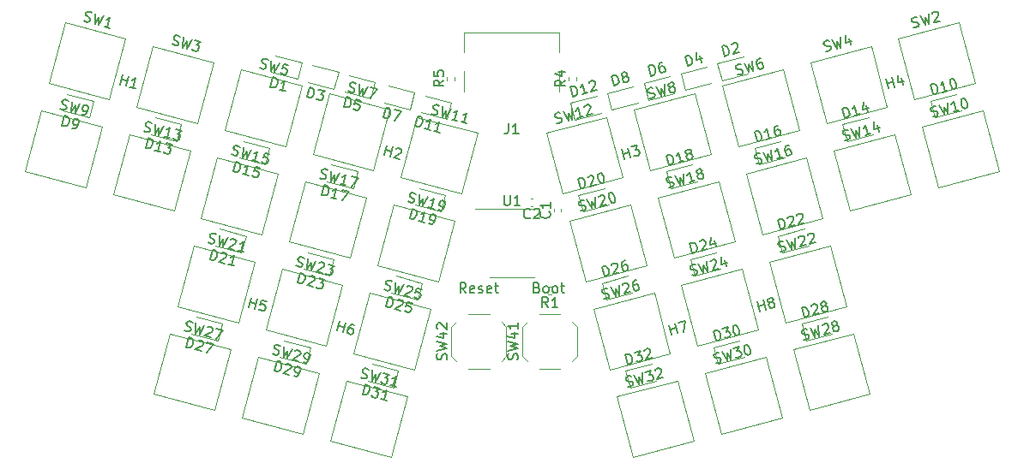
<source format=gbr>
%TF.GenerationSoftware,KiCad,Pcbnew,7.0.8*%
%TF.CreationDate,2024-01-22T23:57:30-06:00*%
%TF.ProjectId,idawgz32,69646177-677a-4333-922e-6b696361645f,rev?*%
%TF.SameCoordinates,Original*%
%TF.FileFunction,Legend,Top*%
%TF.FilePolarity,Positive*%
%FSLAX46Y46*%
G04 Gerber Fmt 4.6, Leading zero omitted, Abs format (unit mm)*
G04 Created by KiCad (PCBNEW 7.0.8) date 2024-01-22 23:57:30*
%MOMM*%
%LPD*%
G01*
G04 APERTURE LIST*
%ADD10C,0.200000*%
%ADD11C,0.150000*%
%ADD12C,0.120000*%
G04 APERTURE END LIST*
D10*
X77703006Y-61593409D02*
X77845863Y-61641028D01*
X77845863Y-61641028D02*
X77893482Y-61688647D01*
X77893482Y-61688647D02*
X77941101Y-61783885D01*
X77941101Y-61783885D02*
X77941101Y-61926742D01*
X77941101Y-61926742D02*
X77893482Y-62021980D01*
X77893482Y-62021980D02*
X77845863Y-62069600D01*
X77845863Y-62069600D02*
X77750625Y-62117219D01*
X77750625Y-62117219D02*
X77369673Y-62117219D01*
X77369673Y-62117219D02*
X77369673Y-61117219D01*
X77369673Y-61117219D02*
X77703006Y-61117219D01*
X77703006Y-61117219D02*
X77798244Y-61164838D01*
X77798244Y-61164838D02*
X77845863Y-61212457D01*
X77845863Y-61212457D02*
X77893482Y-61307695D01*
X77893482Y-61307695D02*
X77893482Y-61402933D01*
X77893482Y-61402933D02*
X77845863Y-61498171D01*
X77845863Y-61498171D02*
X77798244Y-61545790D01*
X77798244Y-61545790D02*
X77703006Y-61593409D01*
X77703006Y-61593409D02*
X77369673Y-61593409D01*
X78512530Y-62117219D02*
X78417292Y-62069600D01*
X78417292Y-62069600D02*
X78369673Y-62021980D01*
X78369673Y-62021980D02*
X78322054Y-61926742D01*
X78322054Y-61926742D02*
X78322054Y-61641028D01*
X78322054Y-61641028D02*
X78369673Y-61545790D01*
X78369673Y-61545790D02*
X78417292Y-61498171D01*
X78417292Y-61498171D02*
X78512530Y-61450552D01*
X78512530Y-61450552D02*
X78655387Y-61450552D01*
X78655387Y-61450552D02*
X78750625Y-61498171D01*
X78750625Y-61498171D02*
X78798244Y-61545790D01*
X78798244Y-61545790D02*
X78845863Y-61641028D01*
X78845863Y-61641028D02*
X78845863Y-61926742D01*
X78845863Y-61926742D02*
X78798244Y-62021980D01*
X78798244Y-62021980D02*
X78750625Y-62069600D01*
X78750625Y-62069600D02*
X78655387Y-62117219D01*
X78655387Y-62117219D02*
X78512530Y-62117219D01*
X79417292Y-62117219D02*
X79322054Y-62069600D01*
X79322054Y-62069600D02*
X79274435Y-62021980D01*
X79274435Y-62021980D02*
X79226816Y-61926742D01*
X79226816Y-61926742D02*
X79226816Y-61641028D01*
X79226816Y-61641028D02*
X79274435Y-61545790D01*
X79274435Y-61545790D02*
X79322054Y-61498171D01*
X79322054Y-61498171D02*
X79417292Y-61450552D01*
X79417292Y-61450552D02*
X79560149Y-61450552D01*
X79560149Y-61450552D02*
X79655387Y-61498171D01*
X79655387Y-61498171D02*
X79703006Y-61545790D01*
X79703006Y-61545790D02*
X79750625Y-61641028D01*
X79750625Y-61641028D02*
X79750625Y-61926742D01*
X79750625Y-61926742D02*
X79703006Y-62021980D01*
X79703006Y-62021980D02*
X79655387Y-62069600D01*
X79655387Y-62069600D02*
X79560149Y-62117219D01*
X79560149Y-62117219D02*
X79417292Y-62117219D01*
X80036340Y-61450552D02*
X80417292Y-61450552D01*
X80179197Y-61117219D02*
X80179197Y-61974361D01*
X80179197Y-61974361D02*
X80226816Y-62069600D01*
X80226816Y-62069600D02*
X80322054Y-62117219D01*
X80322054Y-62117219D02*
X80417292Y-62117219D01*
X70691101Y-62117219D02*
X70357768Y-61641028D01*
X70119673Y-62117219D02*
X70119673Y-61117219D01*
X70119673Y-61117219D02*
X70500625Y-61117219D01*
X70500625Y-61117219D02*
X70595863Y-61164838D01*
X70595863Y-61164838D02*
X70643482Y-61212457D01*
X70643482Y-61212457D02*
X70691101Y-61307695D01*
X70691101Y-61307695D02*
X70691101Y-61450552D01*
X70691101Y-61450552D02*
X70643482Y-61545790D01*
X70643482Y-61545790D02*
X70595863Y-61593409D01*
X70595863Y-61593409D02*
X70500625Y-61641028D01*
X70500625Y-61641028D02*
X70119673Y-61641028D01*
X71500625Y-62069600D02*
X71405387Y-62117219D01*
X71405387Y-62117219D02*
X71214911Y-62117219D01*
X71214911Y-62117219D02*
X71119673Y-62069600D01*
X71119673Y-62069600D02*
X71072054Y-61974361D01*
X71072054Y-61974361D02*
X71072054Y-61593409D01*
X71072054Y-61593409D02*
X71119673Y-61498171D01*
X71119673Y-61498171D02*
X71214911Y-61450552D01*
X71214911Y-61450552D02*
X71405387Y-61450552D01*
X71405387Y-61450552D02*
X71500625Y-61498171D01*
X71500625Y-61498171D02*
X71548244Y-61593409D01*
X71548244Y-61593409D02*
X71548244Y-61688647D01*
X71548244Y-61688647D02*
X71072054Y-61783885D01*
X71929197Y-62069600D02*
X72024435Y-62117219D01*
X72024435Y-62117219D02*
X72214911Y-62117219D01*
X72214911Y-62117219D02*
X72310149Y-62069600D01*
X72310149Y-62069600D02*
X72357768Y-61974361D01*
X72357768Y-61974361D02*
X72357768Y-61926742D01*
X72357768Y-61926742D02*
X72310149Y-61831504D01*
X72310149Y-61831504D02*
X72214911Y-61783885D01*
X72214911Y-61783885D02*
X72072054Y-61783885D01*
X72072054Y-61783885D02*
X71976816Y-61736266D01*
X71976816Y-61736266D02*
X71929197Y-61641028D01*
X71929197Y-61641028D02*
X71929197Y-61593409D01*
X71929197Y-61593409D02*
X71976816Y-61498171D01*
X71976816Y-61498171D02*
X72072054Y-61450552D01*
X72072054Y-61450552D02*
X72214911Y-61450552D01*
X72214911Y-61450552D02*
X72310149Y-61498171D01*
X73167292Y-62069600D02*
X73072054Y-62117219D01*
X73072054Y-62117219D02*
X72881578Y-62117219D01*
X72881578Y-62117219D02*
X72786340Y-62069600D01*
X72786340Y-62069600D02*
X72738721Y-61974361D01*
X72738721Y-61974361D02*
X72738721Y-61593409D01*
X72738721Y-61593409D02*
X72786340Y-61498171D01*
X72786340Y-61498171D02*
X72881578Y-61450552D01*
X72881578Y-61450552D02*
X73072054Y-61450552D01*
X73072054Y-61450552D02*
X73167292Y-61498171D01*
X73167292Y-61498171D02*
X73214911Y-61593409D01*
X73214911Y-61593409D02*
X73214911Y-61688647D01*
X73214911Y-61688647D02*
X72738721Y-61783885D01*
X73500626Y-61450552D02*
X73881578Y-61450552D01*
X73643483Y-61117219D02*
X73643483Y-61974361D01*
X73643483Y-61974361D02*
X73691102Y-62069600D01*
X73691102Y-62069600D02*
X73786340Y-62117219D01*
X73786340Y-62117219D02*
X73881578Y-62117219D01*
D11*
X68758612Y-68725634D02*
X68806231Y-68582777D01*
X68806231Y-68582777D02*
X68806231Y-68344682D01*
X68806231Y-68344682D02*
X68758612Y-68249444D01*
X68758612Y-68249444D02*
X68710992Y-68201825D01*
X68710992Y-68201825D02*
X68615754Y-68154206D01*
X68615754Y-68154206D02*
X68520516Y-68154206D01*
X68520516Y-68154206D02*
X68425278Y-68201825D01*
X68425278Y-68201825D02*
X68377659Y-68249444D01*
X68377659Y-68249444D02*
X68330040Y-68344682D01*
X68330040Y-68344682D02*
X68282421Y-68535158D01*
X68282421Y-68535158D02*
X68234802Y-68630396D01*
X68234802Y-68630396D02*
X68187183Y-68678015D01*
X68187183Y-68678015D02*
X68091945Y-68725634D01*
X68091945Y-68725634D02*
X67996707Y-68725634D01*
X67996707Y-68725634D02*
X67901469Y-68678015D01*
X67901469Y-68678015D02*
X67853850Y-68630396D01*
X67853850Y-68630396D02*
X67806231Y-68535158D01*
X67806231Y-68535158D02*
X67806231Y-68297063D01*
X67806231Y-68297063D02*
X67853850Y-68154206D01*
X67806231Y-67820872D02*
X68806231Y-67582777D01*
X68806231Y-67582777D02*
X68091945Y-67392301D01*
X68091945Y-67392301D02*
X68806231Y-67201825D01*
X68806231Y-67201825D02*
X67806231Y-66963730D01*
X68139564Y-66154206D02*
X68806231Y-66154206D01*
X67758612Y-66392301D02*
X68472897Y-66630396D01*
X68472897Y-66630396D02*
X68472897Y-66011349D01*
X67901469Y-65678015D02*
X67853850Y-65630396D01*
X67853850Y-65630396D02*
X67806231Y-65535158D01*
X67806231Y-65535158D02*
X67806231Y-65297063D01*
X67806231Y-65297063D02*
X67853850Y-65201825D01*
X67853850Y-65201825D02*
X67901469Y-65154206D01*
X67901469Y-65154206D02*
X67996707Y-65106587D01*
X67996707Y-65106587D02*
X68091945Y-65106587D01*
X68091945Y-65106587D02*
X68234802Y-65154206D01*
X68234802Y-65154206D02*
X68806231Y-65725634D01*
X68806231Y-65725634D02*
X68806231Y-65106587D01*
X41667863Y-37507043D02*
X41793527Y-37590013D01*
X41793527Y-37590013D02*
X42023510Y-37651637D01*
X42023510Y-37651637D02*
X42127827Y-37630290D01*
X42127827Y-37630290D02*
X42186149Y-37596618D01*
X42186149Y-37596618D02*
X42256795Y-37516950D01*
X42256795Y-37516950D02*
X42281444Y-37424957D01*
X42281444Y-37424957D02*
X42260097Y-37320639D01*
X42260097Y-37320639D02*
X42226425Y-37262318D01*
X42226425Y-37262318D02*
X42146757Y-37191672D01*
X42146757Y-37191672D02*
X41975096Y-37096377D01*
X41975096Y-37096377D02*
X41895428Y-37025731D01*
X41895428Y-37025731D02*
X41861756Y-36967410D01*
X41861756Y-36967410D02*
X41840409Y-36863092D01*
X41840409Y-36863092D02*
X41865058Y-36771099D01*
X41865058Y-36771099D02*
X41935704Y-36691431D01*
X41935704Y-36691431D02*
X41994025Y-36657759D01*
X41994025Y-36657759D02*
X42098343Y-36636412D01*
X42098343Y-36636412D02*
X42328325Y-36698036D01*
X42328325Y-36698036D02*
X42453990Y-36781006D01*
X42788290Y-36821283D02*
X42759453Y-37848832D01*
X42759453Y-37848832D02*
X43128310Y-37208184D01*
X43128310Y-37208184D02*
X43127425Y-37947430D01*
X43127425Y-37947430D02*
X43616226Y-37043128D01*
X43892205Y-37117076D02*
X44490159Y-37277297D01*
X44490159Y-37277297D02*
X44069586Y-37558996D01*
X44069586Y-37558996D02*
X44207576Y-37595970D01*
X44207576Y-37595970D02*
X44287244Y-37666616D01*
X44287244Y-37666616D02*
X44320916Y-37724937D01*
X44320916Y-37724937D02*
X44342263Y-37829255D01*
X44342263Y-37829255D02*
X44280639Y-38059237D01*
X44280639Y-38059237D02*
X44209993Y-38138905D01*
X44209993Y-38138905D02*
X44151672Y-38172577D01*
X44151672Y-38172577D02*
X44047354Y-38193924D01*
X44047354Y-38193924D02*
X43771376Y-38119976D01*
X43771376Y-38119976D02*
X43691707Y-38049330D01*
X43691707Y-38049330D02*
X43658036Y-37991009D01*
X88819152Y-42855972D02*
X88969466Y-42864995D01*
X88969466Y-42864995D02*
X89199448Y-42803371D01*
X89199448Y-42803371D02*
X89279117Y-42732725D01*
X89279117Y-42732725D02*
X89312788Y-42674404D01*
X89312788Y-42674404D02*
X89334135Y-42570086D01*
X89334135Y-42570086D02*
X89309486Y-42478093D01*
X89309486Y-42478093D02*
X89238840Y-42398425D01*
X89238840Y-42398425D02*
X89180519Y-42364754D01*
X89180519Y-42364754D02*
X89076201Y-42343406D01*
X89076201Y-42343406D02*
X88879891Y-42346709D01*
X88879891Y-42346709D02*
X88775573Y-42325362D01*
X88775573Y-42325362D02*
X88717252Y-42291690D01*
X88717252Y-42291690D02*
X88646606Y-42212022D01*
X88646606Y-42212022D02*
X88621957Y-42120029D01*
X88621957Y-42120029D02*
X88643304Y-42015711D01*
X88643304Y-42015711D02*
X88676975Y-41957390D01*
X88676975Y-41957390D02*
X88756644Y-41886744D01*
X88756644Y-41886744D02*
X88986626Y-41825121D01*
X88986626Y-41825121D02*
X89136940Y-41834143D01*
X89446591Y-41701873D02*
X89935392Y-42606176D01*
X89935392Y-42606176D02*
X89934507Y-41866930D01*
X89934507Y-41866930D02*
X90303364Y-42507578D01*
X90303364Y-42507578D02*
X90274527Y-41480029D01*
X90891411Y-41758425D02*
X90787093Y-41737078D01*
X90787093Y-41737078D02*
X90728772Y-41703406D01*
X90728772Y-41703406D02*
X90658126Y-41623738D01*
X90658126Y-41623738D02*
X90645801Y-41577741D01*
X90645801Y-41577741D02*
X90667148Y-41473424D01*
X90667148Y-41473424D02*
X90700820Y-41415103D01*
X90700820Y-41415103D02*
X90780488Y-41344457D01*
X90780488Y-41344457D02*
X90964474Y-41295158D01*
X90964474Y-41295158D02*
X91068792Y-41316505D01*
X91068792Y-41316505D02*
X91127113Y-41350177D01*
X91127113Y-41350177D02*
X91197759Y-41429845D01*
X91197759Y-41429845D02*
X91210083Y-41475841D01*
X91210083Y-41475841D02*
X91188736Y-41580159D01*
X91188736Y-41580159D02*
X91155065Y-41638480D01*
X91155065Y-41638480D02*
X91075396Y-41709126D01*
X91075396Y-41709126D02*
X90891411Y-41758425D01*
X90891411Y-41758425D02*
X90811742Y-41829071D01*
X90811742Y-41829071D02*
X90778071Y-41887392D01*
X90778071Y-41887392D02*
X90756724Y-41991710D01*
X90756724Y-41991710D02*
X90806022Y-42175696D01*
X90806022Y-42175696D02*
X90876668Y-42255364D01*
X90876668Y-42255364D02*
X90934989Y-42289035D01*
X90934989Y-42289035D02*
X91039307Y-42310383D01*
X91039307Y-42310383D02*
X91223293Y-42261084D01*
X91223293Y-42261084D02*
X91302961Y-42190438D01*
X91302961Y-42190438D02*
X91336633Y-42132117D01*
X91336633Y-42132117D02*
X91357980Y-42027799D01*
X91357980Y-42027799D02*
X91308681Y-41843813D01*
X91308681Y-41843813D02*
X91238035Y-41764145D01*
X91238035Y-41764145D02*
X91179714Y-41730473D01*
X91179714Y-41730473D02*
X91075396Y-41709126D01*
X95378124Y-66874413D02*
X95119305Y-65908487D01*
X95119305Y-65908487D02*
X95349288Y-65846864D01*
X95349288Y-65846864D02*
X95499602Y-65855886D01*
X95499602Y-65855886D02*
X95616244Y-65923230D01*
X95616244Y-65923230D02*
X95686890Y-66002898D01*
X95686890Y-66002898D02*
X95782185Y-66174559D01*
X95782185Y-66174559D02*
X95819160Y-66312548D01*
X95819160Y-66312548D02*
X95822462Y-66508859D01*
X95822462Y-66508859D02*
X95801115Y-66613177D01*
X95801115Y-66613177D02*
X95733771Y-66729819D01*
X95733771Y-66729819D02*
X95608107Y-66812790D01*
X95608107Y-66812790D02*
X95378124Y-66874413D01*
X95993238Y-65674318D02*
X96591192Y-65514096D01*
X96591192Y-65514096D02*
X96367815Y-65968341D01*
X96367815Y-65968341D02*
X96505804Y-65931367D01*
X96505804Y-65931367D02*
X96610122Y-65952714D01*
X96610122Y-65952714D02*
X96668443Y-65986386D01*
X96668443Y-65986386D02*
X96739089Y-66066054D01*
X96739089Y-66066054D02*
X96800712Y-66296036D01*
X96800712Y-66296036D02*
X96779365Y-66400354D01*
X96779365Y-66400354D02*
X96745694Y-66458675D01*
X96745694Y-66458675D02*
X96666025Y-66529321D01*
X96666025Y-66529321D02*
X96390047Y-66603269D01*
X96390047Y-66603269D02*
X96285729Y-66581922D01*
X96285729Y-66581922D02*
X96227408Y-66548251D01*
X97189146Y-65353875D02*
X97281139Y-65329226D01*
X97281139Y-65329226D02*
X97385457Y-65350573D01*
X97385457Y-65350573D02*
X97443778Y-65384245D01*
X97443778Y-65384245D02*
X97514424Y-65463913D01*
X97514424Y-65463913D02*
X97609719Y-65635574D01*
X97609719Y-65635574D02*
X97671343Y-65865556D01*
X97671343Y-65865556D02*
X97674645Y-66061867D01*
X97674645Y-66061867D02*
X97653298Y-66166184D01*
X97653298Y-66166184D02*
X97619627Y-66224506D01*
X97619627Y-66224506D02*
X97539958Y-66295152D01*
X97539958Y-66295152D02*
X97447965Y-66319801D01*
X97447965Y-66319801D02*
X97343648Y-66298454D01*
X97343648Y-66298454D02*
X97285327Y-66264782D01*
X97285327Y-66264782D02*
X97214681Y-66185114D01*
X97214681Y-66185114D02*
X97119385Y-66013453D01*
X97119385Y-66013453D02*
X97057762Y-65783470D01*
X97057762Y-65783470D02*
X97054459Y-65587160D01*
X97054459Y-65587160D02*
X97075806Y-65482842D01*
X97075806Y-65482842D02*
X97109478Y-65424521D01*
X97109478Y-65424521D02*
X97189146Y-65353875D01*
X112436753Y-41891363D02*
X112177934Y-40925438D01*
X112301181Y-41385402D02*
X112853139Y-41237506D01*
X112988710Y-41743467D02*
X112729891Y-40777541D01*
X113690097Y-40865347D02*
X113862643Y-41509297D01*
X113361517Y-40558999D02*
X113316406Y-41310569D01*
X113316406Y-41310569D02*
X113914360Y-41150348D01*
X53935822Y-59429205D02*
X54061486Y-59512176D01*
X54061486Y-59512176D02*
X54291469Y-59573799D01*
X54291469Y-59573799D02*
X54395786Y-59552452D01*
X54395786Y-59552452D02*
X54454107Y-59518781D01*
X54454107Y-59518781D02*
X54524753Y-59439112D01*
X54524753Y-59439112D02*
X54549403Y-59347120D01*
X54549403Y-59347120D02*
X54528056Y-59242802D01*
X54528056Y-59242802D02*
X54494384Y-59184481D01*
X54494384Y-59184481D02*
X54414716Y-59113835D01*
X54414716Y-59113835D02*
X54243055Y-59018539D01*
X54243055Y-59018539D02*
X54163386Y-58947894D01*
X54163386Y-58947894D02*
X54129715Y-58889572D01*
X54129715Y-58889572D02*
X54108368Y-58785255D01*
X54108368Y-58785255D02*
X54133017Y-58693262D01*
X54133017Y-58693262D02*
X54203663Y-58613594D01*
X54203663Y-58613594D02*
X54261984Y-58579922D01*
X54261984Y-58579922D02*
X54366302Y-58558575D01*
X54366302Y-58558575D02*
X54596284Y-58620198D01*
X54596284Y-58620198D02*
X54721949Y-58703169D01*
X55056249Y-58743446D02*
X55027412Y-59770995D01*
X55027412Y-59770995D02*
X55396269Y-59130347D01*
X55396269Y-59130347D02*
X55395384Y-59869593D01*
X55395384Y-59869593D02*
X55884185Y-58965290D01*
X56181511Y-59143556D02*
X56239832Y-59109885D01*
X56239832Y-59109885D02*
X56344150Y-59088538D01*
X56344150Y-59088538D02*
X56574132Y-59150161D01*
X56574132Y-59150161D02*
X56653800Y-59220807D01*
X56653800Y-59220807D02*
X56687472Y-59279128D01*
X56687472Y-59279128D02*
X56708819Y-59383446D01*
X56708819Y-59383446D02*
X56684170Y-59475439D01*
X56684170Y-59475439D02*
X56601199Y-59601104D01*
X56601199Y-59601104D02*
X55901345Y-60005165D01*
X55901345Y-60005165D02*
X56499299Y-60165386D01*
X57080093Y-59285733D02*
X57678047Y-59445954D01*
X57678047Y-59445954D02*
X57257474Y-59727653D01*
X57257474Y-59727653D02*
X57395464Y-59764627D01*
X57395464Y-59764627D02*
X57475132Y-59835273D01*
X57475132Y-59835273D02*
X57508804Y-59893594D01*
X57508804Y-59893594D02*
X57530151Y-59997912D01*
X57530151Y-59997912D02*
X57468527Y-60227894D01*
X57468527Y-60227894D02*
X57397881Y-60307563D01*
X57397881Y-60307563D02*
X57339560Y-60341234D01*
X57339560Y-60341234D02*
X57235243Y-60362581D01*
X57235243Y-60362581D02*
X56959264Y-60288633D01*
X56959264Y-60288633D02*
X56879596Y-60217987D01*
X56879596Y-60217987D02*
X56845924Y-60159666D01*
X51767910Y-69819780D02*
X52026729Y-68853854D01*
X52026729Y-68853854D02*
X52256711Y-68915477D01*
X52256711Y-68915477D02*
X52382376Y-68998448D01*
X52382376Y-68998448D02*
X52449719Y-69115090D01*
X52449719Y-69115090D02*
X52471066Y-69219408D01*
X52471066Y-69219408D02*
X52467764Y-69415719D01*
X52467764Y-69415719D02*
X52430790Y-69553708D01*
X52430790Y-69553708D02*
X52335494Y-69725369D01*
X52335494Y-69725369D02*
X52264849Y-69805037D01*
X52264849Y-69805037D02*
X52148206Y-69872381D01*
X52148206Y-69872381D02*
X51997892Y-69881403D01*
X51997892Y-69881403D02*
X51767910Y-69819780D01*
X52922009Y-69192341D02*
X52980330Y-69158669D01*
X52980330Y-69158669D02*
X53084647Y-69137322D01*
X53084647Y-69137322D02*
X53314630Y-69198946D01*
X53314630Y-69198946D02*
X53394298Y-69269592D01*
X53394298Y-69269592D02*
X53427970Y-69327913D01*
X53427970Y-69327913D02*
X53449317Y-69432231D01*
X53449317Y-69432231D02*
X53424667Y-69524224D01*
X53424667Y-69524224D02*
X53341697Y-69649888D01*
X53341697Y-69649888D02*
X52641843Y-70053949D01*
X52641843Y-70053949D02*
X53239797Y-70214171D01*
X53699761Y-70337418D02*
X53883747Y-70386717D01*
X53883747Y-70386717D02*
X53988065Y-70365370D01*
X53988065Y-70365370D02*
X54046386Y-70331698D01*
X54046386Y-70331698D02*
X54175353Y-70218358D01*
X54175353Y-70218358D02*
X54270649Y-70046697D01*
X54270649Y-70046697D02*
X54369246Y-69678725D01*
X54369246Y-69678725D02*
X54347899Y-69574407D01*
X54347899Y-69574407D02*
X54314227Y-69516086D01*
X54314227Y-69516086D02*
X54234559Y-69445440D01*
X54234559Y-69445440D02*
X54050573Y-69396141D01*
X54050573Y-69396141D02*
X53946256Y-69417488D01*
X53946256Y-69417488D02*
X53887935Y-69451160D01*
X53887935Y-69451160D02*
X53817289Y-69530828D01*
X53817289Y-69530828D02*
X53755665Y-69760811D01*
X53755665Y-69760811D02*
X53777012Y-69865128D01*
X53777012Y-69865128D02*
X53810684Y-69923450D01*
X53810684Y-69923450D02*
X53890352Y-69994095D01*
X53890352Y-69994095D02*
X54074338Y-70043394D01*
X54074338Y-70043394D02*
X54178656Y-70022047D01*
X54178656Y-70022047D02*
X54236977Y-69988376D01*
X54236977Y-69988376D02*
X54307623Y-69908707D01*
X62629157Y-61758575D02*
X62754821Y-61841546D01*
X62754821Y-61841546D02*
X62984804Y-61903169D01*
X62984804Y-61903169D02*
X63089121Y-61881822D01*
X63089121Y-61881822D02*
X63147442Y-61848151D01*
X63147442Y-61848151D02*
X63218088Y-61768482D01*
X63218088Y-61768482D02*
X63242738Y-61676490D01*
X63242738Y-61676490D02*
X63221391Y-61572172D01*
X63221391Y-61572172D02*
X63187719Y-61513851D01*
X63187719Y-61513851D02*
X63108051Y-61443205D01*
X63108051Y-61443205D02*
X62936390Y-61347909D01*
X62936390Y-61347909D02*
X62856721Y-61277264D01*
X62856721Y-61277264D02*
X62823050Y-61218942D01*
X62823050Y-61218942D02*
X62801703Y-61114625D01*
X62801703Y-61114625D02*
X62826352Y-61022632D01*
X62826352Y-61022632D02*
X62896998Y-60942964D01*
X62896998Y-60942964D02*
X62955319Y-60909292D01*
X62955319Y-60909292D02*
X63059637Y-60887945D01*
X63059637Y-60887945D02*
X63289619Y-60949568D01*
X63289619Y-60949568D02*
X63415284Y-61032539D01*
X63749584Y-61072816D02*
X63720747Y-62100365D01*
X63720747Y-62100365D02*
X64089604Y-61459717D01*
X64089604Y-61459717D02*
X64088719Y-62198963D01*
X64088719Y-62198963D02*
X64577520Y-61294660D01*
X64874846Y-61472926D02*
X64933167Y-61439255D01*
X64933167Y-61439255D02*
X65037485Y-61417908D01*
X65037485Y-61417908D02*
X65267467Y-61479531D01*
X65267467Y-61479531D02*
X65347135Y-61550177D01*
X65347135Y-61550177D02*
X65380807Y-61608498D01*
X65380807Y-61608498D02*
X65402154Y-61712816D01*
X65402154Y-61712816D02*
X65377505Y-61804809D01*
X65377505Y-61804809D02*
X65294534Y-61930474D01*
X65294534Y-61930474D02*
X64594680Y-62334535D01*
X64594680Y-62334535D02*
X65192634Y-62494756D01*
X66325386Y-61763000D02*
X65865421Y-61639752D01*
X65865421Y-61639752D02*
X65696178Y-62087392D01*
X65696178Y-62087392D02*
X65754499Y-62053721D01*
X65754499Y-62053721D02*
X65858817Y-62032374D01*
X65858817Y-62032374D02*
X66088799Y-62093997D01*
X66088799Y-62093997D02*
X66168467Y-62164643D01*
X66168467Y-62164643D02*
X66202139Y-62222964D01*
X66202139Y-62222964D02*
X66223486Y-62327282D01*
X66223486Y-62327282D02*
X66161862Y-62557264D01*
X66161862Y-62557264D02*
X66091216Y-62636933D01*
X66091216Y-62636933D02*
X66032895Y-62670604D01*
X66032895Y-62670604D02*
X65928578Y-62691951D01*
X65928578Y-62691951D02*
X65698595Y-62630328D01*
X65698595Y-62630328D02*
X65618927Y-62559682D01*
X65618927Y-62559682D02*
X65585255Y-62501361D01*
X47733323Y-50103740D02*
X47992142Y-49137814D01*
X47992142Y-49137814D02*
X48222124Y-49199437D01*
X48222124Y-49199437D02*
X48347789Y-49282408D01*
X48347789Y-49282408D02*
X48415132Y-49399050D01*
X48415132Y-49399050D02*
X48436479Y-49503368D01*
X48436479Y-49503368D02*
X48433177Y-49699679D01*
X48433177Y-49699679D02*
X48396203Y-49837668D01*
X48396203Y-49837668D02*
X48300907Y-50009329D01*
X48300907Y-50009329D02*
X48230262Y-50088997D01*
X48230262Y-50088997D02*
X48113619Y-50156341D01*
X48113619Y-50156341D02*
X47963305Y-50165363D01*
X47963305Y-50165363D02*
X47733323Y-50103740D01*
X49205210Y-50498131D02*
X48653252Y-50350234D01*
X48929231Y-50424182D02*
X49188050Y-49458256D01*
X49188050Y-49458256D02*
X49059083Y-49571596D01*
X49059083Y-49571596D02*
X48942440Y-49638940D01*
X48942440Y-49638940D02*
X48838123Y-49660287D01*
X50337962Y-49766374D02*
X49877997Y-49643127D01*
X49877997Y-49643127D02*
X49708753Y-50090767D01*
X49708753Y-50090767D02*
X49767075Y-50057095D01*
X49767075Y-50057095D02*
X49871392Y-50035748D01*
X49871392Y-50035748D02*
X50101375Y-50097372D01*
X50101375Y-50097372D02*
X50181043Y-50168018D01*
X50181043Y-50168018D02*
X50214714Y-50226339D01*
X50214714Y-50226339D02*
X50236062Y-50330657D01*
X50236062Y-50330657D02*
X50174438Y-50560639D01*
X50174438Y-50560639D02*
X50103792Y-50640307D01*
X50103792Y-50640307D02*
X50045471Y-50673979D01*
X50045471Y-50673979D02*
X49941153Y-50695326D01*
X49941153Y-50695326D02*
X49711171Y-50633703D01*
X49711171Y-50633703D02*
X49631503Y-50563057D01*
X49631503Y-50563057D02*
X49597831Y-50504735D01*
X88955098Y-40643000D02*
X88696278Y-39677074D01*
X88696278Y-39677074D02*
X88926261Y-39615451D01*
X88926261Y-39615451D02*
X89076575Y-39624473D01*
X89076575Y-39624473D02*
X89193217Y-39691816D01*
X89193217Y-39691816D02*
X89263863Y-39771485D01*
X89263863Y-39771485D02*
X89359159Y-39943146D01*
X89359159Y-39943146D02*
X89396133Y-40081135D01*
X89396133Y-40081135D02*
X89399435Y-40277446D01*
X89399435Y-40277446D02*
X89378088Y-40381763D01*
X89378088Y-40381763D02*
X89310745Y-40498406D01*
X89310745Y-40498406D02*
X89185080Y-40581376D01*
X89185080Y-40581376D02*
X88955098Y-40643000D01*
X90076173Y-39307333D02*
X89892187Y-39356631D01*
X89892187Y-39356631D02*
X89812518Y-39427277D01*
X89812518Y-39427277D02*
X89778847Y-39485599D01*
X89778847Y-39485599D02*
X89723828Y-39648237D01*
X89723828Y-39648237D02*
X89727130Y-39844548D01*
X89727130Y-39844548D02*
X89825728Y-40212520D01*
X89825728Y-40212520D02*
X89896374Y-40292188D01*
X89896374Y-40292188D02*
X89954695Y-40325860D01*
X89954695Y-40325860D02*
X90059013Y-40347207D01*
X90059013Y-40347207D02*
X90242999Y-40297908D01*
X90242999Y-40297908D02*
X90322667Y-40227262D01*
X90322667Y-40227262D02*
X90356339Y-40168941D01*
X90356339Y-40168941D02*
X90377686Y-40064623D01*
X90377686Y-40064623D02*
X90316062Y-39834641D01*
X90316062Y-39834641D02*
X90245416Y-39754973D01*
X90245416Y-39754973D02*
X90187095Y-39721301D01*
X90187095Y-39721301D02*
X90082777Y-39699954D01*
X90082777Y-39699954D02*
X89898791Y-39749253D01*
X89898791Y-39749253D02*
X89819123Y-39819899D01*
X89819123Y-39819899D02*
X89785451Y-39878220D01*
X89785451Y-39878220D02*
X89764104Y-39982537D01*
X78800262Y-63540926D02*
X78466929Y-63064735D01*
X78228834Y-63540926D02*
X78228834Y-62540926D01*
X78228834Y-62540926D02*
X78609786Y-62540926D01*
X78609786Y-62540926D02*
X78705024Y-62588545D01*
X78705024Y-62588545D02*
X78752643Y-62636164D01*
X78752643Y-62636164D02*
X78800262Y-62731402D01*
X78800262Y-62731402D02*
X78800262Y-62874259D01*
X78800262Y-62874259D02*
X78752643Y-62969497D01*
X78752643Y-62969497D02*
X78705024Y-63017116D01*
X78705024Y-63017116D02*
X78609786Y-63064735D01*
X78609786Y-63064735D02*
X78228834Y-63064735D01*
X79752643Y-63540926D02*
X79181215Y-63540926D01*
X79466929Y-63540926D02*
X79466929Y-62540926D01*
X79466929Y-62540926D02*
X79371691Y-62683783D01*
X79371691Y-62683783D02*
X79276453Y-62779021D01*
X79276453Y-62779021D02*
X79181215Y-62826640D01*
X45242489Y-57099834D02*
X45368153Y-57182805D01*
X45368153Y-57182805D02*
X45598136Y-57244428D01*
X45598136Y-57244428D02*
X45702453Y-57223081D01*
X45702453Y-57223081D02*
X45760774Y-57189410D01*
X45760774Y-57189410D02*
X45831420Y-57109741D01*
X45831420Y-57109741D02*
X45856070Y-57017749D01*
X45856070Y-57017749D02*
X45834723Y-56913431D01*
X45834723Y-56913431D02*
X45801051Y-56855110D01*
X45801051Y-56855110D02*
X45721383Y-56784464D01*
X45721383Y-56784464D02*
X45549722Y-56689168D01*
X45549722Y-56689168D02*
X45470053Y-56618523D01*
X45470053Y-56618523D02*
X45436382Y-56560201D01*
X45436382Y-56560201D02*
X45415035Y-56455884D01*
X45415035Y-56455884D02*
X45439684Y-56363891D01*
X45439684Y-56363891D02*
X45510330Y-56284223D01*
X45510330Y-56284223D02*
X45568651Y-56250551D01*
X45568651Y-56250551D02*
X45672969Y-56229204D01*
X45672969Y-56229204D02*
X45902951Y-56290827D01*
X45902951Y-56290827D02*
X46028616Y-56373798D01*
X46362916Y-56414075D02*
X46334079Y-57441624D01*
X46334079Y-57441624D02*
X46702936Y-56800976D01*
X46702936Y-56800976D02*
X46702051Y-57540222D01*
X46702051Y-57540222D02*
X47190852Y-56635919D01*
X47488178Y-56814185D02*
X47546499Y-56780514D01*
X47546499Y-56780514D02*
X47650817Y-56759167D01*
X47650817Y-56759167D02*
X47880799Y-56820790D01*
X47880799Y-56820790D02*
X47960467Y-56891436D01*
X47960467Y-56891436D02*
X47994139Y-56949757D01*
X47994139Y-56949757D02*
X48015486Y-57054075D01*
X48015486Y-57054075D02*
X47990837Y-57146068D01*
X47990837Y-57146068D02*
X47907866Y-57271733D01*
X47907866Y-57271733D02*
X47208012Y-57675794D01*
X47208012Y-57675794D02*
X47805966Y-57836015D01*
X48725895Y-58082509D02*
X48173938Y-57934613D01*
X48449917Y-58008561D02*
X48708736Y-57042635D01*
X48708736Y-57042635D02*
X48579769Y-57155975D01*
X48579769Y-57155975D02*
X48463126Y-57223319D01*
X48463126Y-57223319D02*
X48358809Y-57244666D01*
X93048753Y-58181077D02*
X92789934Y-57215151D01*
X92789934Y-57215151D02*
X93019917Y-57153528D01*
X93019917Y-57153528D02*
X93170231Y-57162550D01*
X93170231Y-57162550D02*
X93286873Y-57229894D01*
X93286873Y-57229894D02*
X93357519Y-57309562D01*
X93357519Y-57309562D02*
X93452814Y-57481223D01*
X93452814Y-57481223D02*
X93489789Y-57619212D01*
X93489789Y-57619212D02*
X93493091Y-57815523D01*
X93493091Y-57815523D02*
X93471744Y-57919841D01*
X93471744Y-57919841D02*
X93404400Y-58036483D01*
X93404400Y-58036483D02*
X93278736Y-58119454D01*
X93278736Y-58119454D02*
X93048753Y-58181077D01*
X93734513Y-57060650D02*
X93768185Y-57002329D01*
X93768185Y-57002329D02*
X93847853Y-56931683D01*
X93847853Y-56931683D02*
X94077835Y-56870059D01*
X94077835Y-56870059D02*
X94182153Y-56891406D01*
X94182153Y-56891406D02*
X94240474Y-56925078D01*
X94240474Y-56925078D02*
X94311120Y-57004746D01*
X94311120Y-57004746D02*
X94335770Y-57096739D01*
X94335770Y-57096739D02*
X94326747Y-57247053D01*
X94326747Y-57247053D02*
X93922686Y-57946908D01*
X93922686Y-57946908D02*
X94520640Y-57786686D01*
X95176031Y-56920891D02*
X95348577Y-57564841D01*
X94847451Y-56614543D02*
X94802339Y-57366113D01*
X94802339Y-57366113D02*
X95400293Y-57205892D01*
X90719380Y-49487748D02*
X90460561Y-48521822D01*
X90460561Y-48521822D02*
X90690544Y-48460199D01*
X90690544Y-48460199D02*
X90840858Y-48469221D01*
X90840858Y-48469221D02*
X90957500Y-48536565D01*
X90957500Y-48536565D02*
X91028146Y-48616233D01*
X91028146Y-48616233D02*
X91123441Y-48787894D01*
X91123441Y-48787894D02*
X91160416Y-48925883D01*
X91160416Y-48925883D02*
X91163718Y-49122194D01*
X91163718Y-49122194D02*
X91142371Y-49226512D01*
X91142371Y-49226512D02*
X91075027Y-49343154D01*
X91075027Y-49343154D02*
X90949363Y-49426125D01*
X90949363Y-49426125D02*
X90719380Y-49487748D01*
X92191267Y-49093357D02*
X91639310Y-49241254D01*
X91915289Y-49167306D02*
X91656469Y-48201380D01*
X91656469Y-48201380D02*
X91601451Y-48364019D01*
X91601451Y-48364019D02*
X91534107Y-48480661D01*
X91534107Y-48480661D02*
X91454439Y-48551307D01*
X92595328Y-48393503D02*
X92491011Y-48372156D01*
X92491011Y-48372156D02*
X92432690Y-48338484D01*
X92432690Y-48338484D02*
X92362044Y-48258816D01*
X92362044Y-48258816D02*
X92349719Y-48212820D01*
X92349719Y-48212820D02*
X92371066Y-48108502D01*
X92371066Y-48108502D02*
X92404738Y-48050181D01*
X92404738Y-48050181D02*
X92484406Y-47979535D01*
X92484406Y-47979535D02*
X92668392Y-47930236D01*
X92668392Y-47930236D02*
X92772709Y-47951583D01*
X92772709Y-47951583D02*
X92831031Y-47985255D01*
X92831031Y-47985255D02*
X92901677Y-48064923D01*
X92901677Y-48064923D02*
X92914001Y-48110919D01*
X92914001Y-48110919D02*
X92892654Y-48215237D01*
X92892654Y-48215237D02*
X92858982Y-48273558D01*
X92858982Y-48273558D02*
X92779314Y-48344204D01*
X92779314Y-48344204D02*
X92595328Y-48393503D01*
X92595328Y-48393503D02*
X92515660Y-48464149D01*
X92515660Y-48464149D02*
X92481988Y-48522470D01*
X92481988Y-48522470D02*
X92460641Y-48626788D01*
X92460641Y-48626788D02*
X92509940Y-48810774D01*
X92509940Y-48810774D02*
X92580586Y-48890442D01*
X92580586Y-48890442D02*
X92638907Y-48924114D01*
X92638907Y-48924114D02*
X92743225Y-48945461D01*
X92743225Y-48945461D02*
X92927211Y-48896162D01*
X92927211Y-48896162D02*
X93006879Y-48825516D01*
X93006879Y-48825516D02*
X93040551Y-48767195D01*
X93040551Y-48767195D02*
X93061898Y-48662877D01*
X93061898Y-48662877D02*
X93012599Y-48478891D01*
X93012599Y-48478891D02*
X92941953Y-48399223D01*
X92941953Y-48399223D02*
X92883632Y-48365551D01*
X92883632Y-48365551D02*
X92779314Y-48344204D01*
X55004834Y-42734652D02*
X55263653Y-41768726D01*
X55263653Y-41768726D02*
X55493635Y-41830350D01*
X55493635Y-41830350D02*
X55619300Y-41913320D01*
X55619300Y-41913320D02*
X55686643Y-42029963D01*
X55686643Y-42029963D02*
X55707990Y-42134280D01*
X55707990Y-42134280D02*
X55704688Y-42330591D01*
X55704688Y-42330591D02*
X55667714Y-42468580D01*
X55667714Y-42468580D02*
X55572419Y-42640242D01*
X55572419Y-42640242D02*
X55501773Y-42719910D01*
X55501773Y-42719910D02*
X55385130Y-42787253D01*
X55385130Y-42787253D02*
X55234816Y-42796276D01*
X55234816Y-42796276D02*
X55004834Y-42734652D01*
X56137586Y-42002896D02*
X56735540Y-42163117D01*
X56735540Y-42163117D02*
X56314967Y-42444816D01*
X56314967Y-42444816D02*
X56452956Y-42481790D01*
X56452956Y-42481790D02*
X56532625Y-42552436D01*
X56532625Y-42552436D02*
X56566296Y-42610757D01*
X56566296Y-42610757D02*
X56587643Y-42715075D01*
X56587643Y-42715075D02*
X56526020Y-42945057D01*
X56526020Y-42945057D02*
X56455374Y-43024725D01*
X56455374Y-43024725D02*
X56397053Y-43058397D01*
X56397053Y-43058397D02*
X56292735Y-43079744D01*
X56292735Y-43079744D02*
X56016756Y-43005796D01*
X56016756Y-43005796D02*
X55937088Y-42935150D01*
X55937088Y-42935150D02*
X55903416Y-42876829D01*
X96199539Y-38701857D02*
X95940719Y-37735931D01*
X95940719Y-37735931D02*
X96170702Y-37674308D01*
X96170702Y-37674308D02*
X96321016Y-37683330D01*
X96321016Y-37683330D02*
X96437658Y-37750673D01*
X96437658Y-37750673D02*
X96508304Y-37830342D01*
X96508304Y-37830342D02*
X96603600Y-38002003D01*
X96603600Y-38002003D02*
X96640574Y-38139992D01*
X96640574Y-38139992D02*
X96643876Y-38336303D01*
X96643876Y-38336303D02*
X96622529Y-38440620D01*
X96622529Y-38440620D02*
X96555186Y-38557263D01*
X96555186Y-38557263D02*
X96429521Y-38640233D01*
X96429521Y-38640233D02*
X96199539Y-38701857D01*
X96885298Y-37581430D02*
X96918970Y-37523109D01*
X96918970Y-37523109D02*
X96998638Y-37452463D01*
X96998638Y-37452463D02*
X97228621Y-37390839D01*
X97228621Y-37390839D02*
X97332938Y-37412186D01*
X97332938Y-37412186D02*
X97391259Y-37445858D01*
X97391259Y-37445858D02*
X97461905Y-37525526D01*
X97461905Y-37525526D02*
X97486555Y-37617519D01*
X97486555Y-37617519D02*
X97477532Y-37767833D01*
X97477532Y-37767833D02*
X97073471Y-38467687D01*
X97073471Y-38467687D02*
X97671426Y-38307466D01*
X116799377Y-42499636D02*
X116540558Y-41533710D01*
X116540558Y-41533710D02*
X116770541Y-41472087D01*
X116770541Y-41472087D02*
X116920855Y-41481109D01*
X116920855Y-41481109D02*
X117037497Y-41548453D01*
X117037497Y-41548453D02*
X117108143Y-41628121D01*
X117108143Y-41628121D02*
X117203438Y-41799782D01*
X117203438Y-41799782D02*
X117240413Y-41937771D01*
X117240413Y-41937771D02*
X117243715Y-42134082D01*
X117243715Y-42134082D02*
X117222368Y-42238400D01*
X117222368Y-42238400D02*
X117155024Y-42355042D01*
X117155024Y-42355042D02*
X117029360Y-42438013D01*
X117029360Y-42438013D02*
X116799377Y-42499636D01*
X118271264Y-42105245D02*
X117719307Y-42253142D01*
X117995286Y-42179194D02*
X117736466Y-41213268D01*
X117736466Y-41213268D02*
X117681448Y-41375907D01*
X117681448Y-41375907D02*
X117614104Y-41492549D01*
X117614104Y-41492549D02*
X117534436Y-41563195D01*
X118610399Y-40979098D02*
X118702392Y-40954449D01*
X118702392Y-40954449D02*
X118806710Y-40975796D01*
X118806710Y-40975796D02*
X118865031Y-41009468D01*
X118865031Y-41009468D02*
X118935677Y-41089136D01*
X118935677Y-41089136D02*
X119030972Y-41260797D01*
X119030972Y-41260797D02*
X119092596Y-41490779D01*
X119092596Y-41490779D02*
X119095898Y-41687090D01*
X119095898Y-41687090D02*
X119074551Y-41791407D01*
X119074551Y-41791407D02*
X119040880Y-41849729D01*
X119040880Y-41849729D02*
X118961211Y-41920375D01*
X118961211Y-41920375D02*
X118869218Y-41945024D01*
X118869218Y-41945024D02*
X118764901Y-41923677D01*
X118764901Y-41923677D02*
X118706580Y-41890005D01*
X118706580Y-41890005D02*
X118635934Y-41810337D01*
X118635934Y-41810337D02*
X118540638Y-41638676D01*
X118540638Y-41638676D02*
X118479015Y-41408693D01*
X118479015Y-41408693D02*
X118475712Y-41212383D01*
X118475712Y-41212383D02*
X118497059Y-41108065D01*
X118497059Y-41108065D02*
X118530731Y-41049744D01*
X118530731Y-41049744D02*
X118610399Y-40979098D01*
X93017929Y-60365886D02*
X93168243Y-60374908D01*
X93168243Y-60374908D02*
X93398225Y-60313284D01*
X93398225Y-60313284D02*
X93477894Y-60242639D01*
X93477894Y-60242639D02*
X93511565Y-60184317D01*
X93511565Y-60184317D02*
X93532912Y-60080000D01*
X93532912Y-60080000D02*
X93508263Y-59988007D01*
X93508263Y-59988007D02*
X93437617Y-59908339D01*
X93437617Y-59908339D02*
X93379296Y-59874667D01*
X93379296Y-59874667D02*
X93274978Y-59853320D01*
X93274978Y-59853320D02*
X93078668Y-59856622D01*
X93078668Y-59856622D02*
X92974350Y-59835275D01*
X92974350Y-59835275D02*
X92916029Y-59801603D01*
X92916029Y-59801603D02*
X92845383Y-59721935D01*
X92845383Y-59721935D02*
X92820733Y-59629942D01*
X92820733Y-59629942D02*
X92842080Y-59525625D01*
X92842080Y-59525625D02*
X92875752Y-59467303D01*
X92875752Y-59467303D02*
X92955420Y-59396657D01*
X92955420Y-59396657D02*
X93185403Y-59335034D01*
X93185403Y-59335034D02*
X93335717Y-59344056D01*
X93645367Y-59211787D02*
X94134169Y-60116089D01*
X94134169Y-60116089D02*
X94133284Y-59376843D01*
X94133284Y-59376843D02*
X94502141Y-60017491D01*
X94502141Y-60017491D02*
X94473304Y-58989942D01*
X94819928Y-58995662D02*
X94853600Y-58937341D01*
X94853600Y-58937341D02*
X94933268Y-58866695D01*
X94933268Y-58866695D02*
X95163251Y-58805071D01*
X95163251Y-58805071D02*
X95267568Y-58826418D01*
X95267568Y-58826418D02*
X95325890Y-58860090D01*
X95325890Y-58860090D02*
X95396535Y-58939758D01*
X95396535Y-58939758D02*
X95421185Y-59031751D01*
X95421185Y-59031751D02*
X95412163Y-59182065D01*
X95412163Y-59182065D02*
X95008102Y-59881919D01*
X95008102Y-59881919D02*
X95606056Y-59721698D01*
X96261446Y-58855903D02*
X96433992Y-59499853D01*
X95932866Y-58549554D02*
X95887754Y-59301125D01*
X95887754Y-59301125D02*
X96485709Y-59140904D01*
X108106046Y-44829006D02*
X107847227Y-43863080D01*
X107847227Y-43863080D02*
X108077210Y-43801457D01*
X108077210Y-43801457D02*
X108227524Y-43810479D01*
X108227524Y-43810479D02*
X108344166Y-43877823D01*
X108344166Y-43877823D02*
X108414812Y-43957491D01*
X108414812Y-43957491D02*
X108510107Y-44129152D01*
X108510107Y-44129152D02*
X108547082Y-44267141D01*
X108547082Y-44267141D02*
X108550384Y-44463452D01*
X108550384Y-44463452D02*
X108529037Y-44567770D01*
X108529037Y-44567770D02*
X108461693Y-44684412D01*
X108461693Y-44684412D02*
X108336029Y-44767383D01*
X108336029Y-44767383D02*
X108106046Y-44829006D01*
X109577933Y-44434615D02*
X109025976Y-44582512D01*
X109301955Y-44508564D02*
X109043135Y-43542638D01*
X109043135Y-43542638D02*
X108988117Y-43705277D01*
X108988117Y-43705277D02*
X108920773Y-43821919D01*
X108920773Y-43821919D02*
X108841105Y-43892565D01*
X110233324Y-43568820D02*
X110405870Y-44212770D01*
X109904744Y-43262472D02*
X109859632Y-44014042D01*
X109859632Y-44014042D02*
X110457586Y-43853821D01*
X64958527Y-53065241D02*
X65084191Y-53148212D01*
X65084191Y-53148212D02*
X65314174Y-53209835D01*
X65314174Y-53209835D02*
X65418491Y-53188488D01*
X65418491Y-53188488D02*
X65476812Y-53154817D01*
X65476812Y-53154817D02*
X65547458Y-53075148D01*
X65547458Y-53075148D02*
X65572108Y-52983156D01*
X65572108Y-52983156D02*
X65550761Y-52878838D01*
X65550761Y-52878838D02*
X65517089Y-52820517D01*
X65517089Y-52820517D02*
X65437421Y-52749871D01*
X65437421Y-52749871D02*
X65265760Y-52654575D01*
X65265760Y-52654575D02*
X65186091Y-52583930D01*
X65186091Y-52583930D02*
X65152420Y-52525608D01*
X65152420Y-52525608D02*
X65131073Y-52421291D01*
X65131073Y-52421291D02*
X65155722Y-52329298D01*
X65155722Y-52329298D02*
X65226368Y-52249630D01*
X65226368Y-52249630D02*
X65284689Y-52215958D01*
X65284689Y-52215958D02*
X65389007Y-52194611D01*
X65389007Y-52194611D02*
X65618989Y-52256234D01*
X65618989Y-52256234D02*
X65744654Y-52339205D01*
X66078954Y-52379482D02*
X66050117Y-53407031D01*
X66050117Y-53407031D02*
X66418974Y-52766383D01*
X66418974Y-52766383D02*
X66418089Y-53505629D01*
X66418089Y-53505629D02*
X66906890Y-52601326D01*
X67522004Y-53801422D02*
X66970046Y-53653525D01*
X67246025Y-53727474D02*
X67504844Y-52761548D01*
X67504844Y-52761548D02*
X67375877Y-52874888D01*
X67375877Y-52874888D02*
X67259235Y-52942231D01*
X67259235Y-52942231D02*
X67154917Y-52963578D01*
X67981969Y-53924669D02*
X68165955Y-53973968D01*
X68165955Y-53973968D02*
X68270272Y-53952621D01*
X68270272Y-53952621D02*
X68328593Y-53918949D01*
X68328593Y-53918949D02*
X68457561Y-53805609D01*
X68457561Y-53805609D02*
X68552856Y-53633948D01*
X68552856Y-53633948D02*
X68651454Y-53265976D01*
X68651454Y-53265976D02*
X68630107Y-53161659D01*
X68630107Y-53161659D02*
X68596435Y-53103337D01*
X68596435Y-53103337D02*
X68516767Y-53032691D01*
X68516767Y-53032691D02*
X68332781Y-52983393D01*
X68332781Y-52983393D02*
X68228463Y-53004740D01*
X68228463Y-53004740D02*
X68170142Y-53038411D01*
X68170142Y-53038411D02*
X68099496Y-53118080D01*
X68099496Y-53118080D02*
X68037872Y-53348062D01*
X68037872Y-53348062D02*
X68059219Y-53452380D01*
X68059219Y-53452380D02*
X68092891Y-53510701D01*
X68092891Y-53510701D02*
X68172559Y-53581347D01*
X68172559Y-53581347D02*
X68356545Y-53630646D01*
X68356545Y-53630646D02*
X68460863Y-53609299D01*
X68460863Y-53609299D02*
X68519184Y-53575627D01*
X68519184Y-53575627D02*
X68589830Y-53495959D01*
X114899152Y-35867856D02*
X115049466Y-35876879D01*
X115049466Y-35876879D02*
X115279448Y-35815255D01*
X115279448Y-35815255D02*
X115359117Y-35744609D01*
X115359117Y-35744609D02*
X115392788Y-35686288D01*
X115392788Y-35686288D02*
X115414135Y-35581970D01*
X115414135Y-35581970D02*
X115389486Y-35489977D01*
X115389486Y-35489977D02*
X115318840Y-35410309D01*
X115318840Y-35410309D02*
X115260519Y-35376638D01*
X115260519Y-35376638D02*
X115156201Y-35355290D01*
X115156201Y-35355290D02*
X114959891Y-35358593D01*
X114959891Y-35358593D02*
X114855573Y-35337246D01*
X114855573Y-35337246D02*
X114797252Y-35303574D01*
X114797252Y-35303574D02*
X114726606Y-35223906D01*
X114726606Y-35223906D02*
X114701957Y-35131913D01*
X114701957Y-35131913D02*
X114723304Y-35027595D01*
X114723304Y-35027595D02*
X114756975Y-34969274D01*
X114756975Y-34969274D02*
X114836644Y-34898628D01*
X114836644Y-34898628D02*
X115066626Y-34837005D01*
X115066626Y-34837005D02*
X115216940Y-34846027D01*
X115526591Y-34713757D02*
X116015392Y-35618060D01*
X116015392Y-35618060D02*
X116014507Y-34878814D01*
X116014507Y-34878814D02*
X116383364Y-35519462D01*
X116383364Y-35519462D02*
X116354527Y-34491913D01*
X116701152Y-34497633D02*
X116734823Y-34439311D01*
X116734823Y-34439311D02*
X116814492Y-34368665D01*
X116814492Y-34368665D02*
X117044474Y-34307042D01*
X117044474Y-34307042D02*
X117148792Y-34328389D01*
X117148792Y-34328389D02*
X117207113Y-34362061D01*
X117207113Y-34362061D02*
X117277759Y-34441729D01*
X117277759Y-34441729D02*
X117302408Y-34533722D01*
X117302408Y-34533722D02*
X117293386Y-34684036D01*
X117293386Y-34684036D02*
X116889325Y-35383890D01*
X116889325Y-35383890D02*
X117487279Y-35223669D01*
X38878531Y-46077126D02*
X39004195Y-46160097D01*
X39004195Y-46160097D02*
X39234178Y-46221720D01*
X39234178Y-46221720D02*
X39338495Y-46200373D01*
X39338495Y-46200373D02*
X39396816Y-46166702D01*
X39396816Y-46166702D02*
X39467462Y-46087033D01*
X39467462Y-46087033D02*
X39492112Y-45995041D01*
X39492112Y-45995041D02*
X39470765Y-45890723D01*
X39470765Y-45890723D02*
X39437093Y-45832402D01*
X39437093Y-45832402D02*
X39357425Y-45761756D01*
X39357425Y-45761756D02*
X39185764Y-45666460D01*
X39185764Y-45666460D02*
X39106095Y-45595815D01*
X39106095Y-45595815D02*
X39072424Y-45537493D01*
X39072424Y-45537493D02*
X39051077Y-45433176D01*
X39051077Y-45433176D02*
X39075726Y-45341183D01*
X39075726Y-45341183D02*
X39146372Y-45261515D01*
X39146372Y-45261515D02*
X39204693Y-45227843D01*
X39204693Y-45227843D02*
X39309011Y-45206496D01*
X39309011Y-45206496D02*
X39538993Y-45268119D01*
X39538993Y-45268119D02*
X39664658Y-45351090D01*
X39998958Y-45391367D02*
X39970121Y-46418916D01*
X39970121Y-46418916D02*
X40338978Y-45778268D01*
X40338978Y-45778268D02*
X40338093Y-46517514D01*
X40338093Y-46517514D02*
X40826894Y-45613211D01*
X41442008Y-46813307D02*
X40890050Y-46665410D01*
X41166029Y-46739359D02*
X41424848Y-45773433D01*
X41424848Y-45773433D02*
X41295881Y-45886773D01*
X41295881Y-45886773D02*
X41179239Y-45954116D01*
X41179239Y-45954116D02*
X41074921Y-45975463D01*
X42022802Y-45933654D02*
X42620756Y-46093875D01*
X42620756Y-46093875D02*
X42200183Y-46375574D01*
X42200183Y-46375574D02*
X42338173Y-46412548D01*
X42338173Y-46412548D02*
X42417841Y-46483194D01*
X42417841Y-46483194D02*
X42451513Y-46541515D01*
X42451513Y-46541515D02*
X42472860Y-46645833D01*
X42472860Y-46645833D02*
X42411236Y-46875815D01*
X42411236Y-46875815D02*
X42340590Y-46955484D01*
X42340590Y-46955484D02*
X42282269Y-46989155D01*
X42282269Y-46989155D02*
X42177952Y-47010502D01*
X42177952Y-47010502D02*
X41901973Y-46936554D01*
X41901973Y-46936554D02*
X41822305Y-46865908D01*
X41822305Y-46865908D02*
X41788633Y-46807587D01*
X32974533Y-35177679D02*
X33100197Y-35260649D01*
X33100197Y-35260649D02*
X33330180Y-35322273D01*
X33330180Y-35322273D02*
X33434497Y-35300926D01*
X33434497Y-35300926D02*
X33492819Y-35267254D01*
X33492819Y-35267254D02*
X33563465Y-35187586D01*
X33563465Y-35187586D02*
X33588114Y-35095593D01*
X33588114Y-35095593D02*
X33566767Y-34991275D01*
X33566767Y-34991275D02*
X33533095Y-34932954D01*
X33533095Y-34932954D02*
X33453427Y-34862308D01*
X33453427Y-34862308D02*
X33281766Y-34767013D01*
X33281766Y-34767013D02*
X33202098Y-34696367D01*
X33202098Y-34696367D02*
X33168426Y-34638046D01*
X33168426Y-34638046D02*
X33147079Y-34533728D01*
X33147079Y-34533728D02*
X33171728Y-34441735D01*
X33171728Y-34441735D02*
X33242374Y-34362067D01*
X33242374Y-34362067D02*
X33300695Y-34328395D01*
X33300695Y-34328395D02*
X33405013Y-34307048D01*
X33405013Y-34307048D02*
X33634995Y-34368672D01*
X33634995Y-34368672D02*
X33760660Y-34451642D01*
X34094960Y-34491919D02*
X34066123Y-35519468D01*
X34066123Y-35519468D02*
X34434980Y-34878820D01*
X34434980Y-34878820D02*
X34434095Y-35618066D01*
X34434095Y-35618066D02*
X34922896Y-34713764D01*
X35538010Y-35913859D02*
X34986053Y-35765963D01*
X35262031Y-35839911D02*
X35520850Y-34873985D01*
X35520850Y-34873985D02*
X35391883Y-34987325D01*
X35391883Y-34987325D02*
X35275241Y-35054668D01*
X35275241Y-35054668D02*
X35170923Y-35076016D01*
X86356756Y-48879475D02*
X86097937Y-47913550D01*
X86221184Y-48373514D02*
X86773142Y-48225618D01*
X86908713Y-48731579D02*
X86649894Y-47765653D01*
X87017866Y-47667055D02*
X87615820Y-47506834D01*
X87615820Y-47506834D02*
X87392443Y-47961079D01*
X87392443Y-47961079D02*
X87530432Y-47924105D01*
X87530432Y-47924105D02*
X87634750Y-47945452D01*
X87634750Y-47945452D02*
X87693071Y-47979123D01*
X87693071Y-47979123D02*
X87763717Y-48058792D01*
X87763717Y-48058792D02*
X87825340Y-48288774D01*
X87825340Y-48288774D02*
X87803993Y-48393092D01*
X87803993Y-48393092D02*
X87770322Y-48451413D01*
X87770322Y-48451413D02*
X87690653Y-48522059D01*
X87690653Y-48522059D02*
X87414675Y-48596007D01*
X87414675Y-48596007D02*
X87310357Y-48574660D01*
X87310357Y-48574660D02*
X87252036Y-48540988D01*
X67287897Y-44371911D02*
X67413561Y-44454882D01*
X67413561Y-44454882D02*
X67643544Y-44516505D01*
X67643544Y-44516505D02*
X67747861Y-44495158D01*
X67747861Y-44495158D02*
X67806182Y-44461487D01*
X67806182Y-44461487D02*
X67876828Y-44381818D01*
X67876828Y-44381818D02*
X67901478Y-44289826D01*
X67901478Y-44289826D02*
X67880131Y-44185508D01*
X67880131Y-44185508D02*
X67846459Y-44127187D01*
X67846459Y-44127187D02*
X67766791Y-44056541D01*
X67766791Y-44056541D02*
X67595130Y-43961245D01*
X67595130Y-43961245D02*
X67515461Y-43890600D01*
X67515461Y-43890600D02*
X67481790Y-43832278D01*
X67481790Y-43832278D02*
X67460443Y-43727961D01*
X67460443Y-43727961D02*
X67485092Y-43635968D01*
X67485092Y-43635968D02*
X67555738Y-43556300D01*
X67555738Y-43556300D02*
X67614059Y-43522628D01*
X67614059Y-43522628D02*
X67718377Y-43501281D01*
X67718377Y-43501281D02*
X67948359Y-43562904D01*
X67948359Y-43562904D02*
X68074024Y-43645875D01*
X68408324Y-43686152D02*
X68379487Y-44713701D01*
X68379487Y-44713701D02*
X68748344Y-44073053D01*
X68748344Y-44073053D02*
X68747459Y-44812299D01*
X68747459Y-44812299D02*
X69236260Y-43907996D01*
X69851374Y-45108092D02*
X69299416Y-44960195D01*
X69575395Y-45034144D02*
X69834214Y-44068218D01*
X69834214Y-44068218D02*
X69705247Y-44181558D01*
X69705247Y-44181558D02*
X69588605Y-44248901D01*
X69588605Y-44248901D02*
X69484287Y-44270248D01*
X70771303Y-45354586D02*
X70219346Y-45206690D01*
X70495325Y-45280638D02*
X70754144Y-44314712D01*
X70754144Y-44314712D02*
X70625177Y-44428052D01*
X70625177Y-44428052D02*
X70508534Y-44495396D01*
X70508534Y-44495396D02*
X70404217Y-44516743D01*
X84324599Y-62695257D02*
X84474913Y-62704279D01*
X84474913Y-62704279D02*
X84704895Y-62642655D01*
X84704895Y-62642655D02*
X84784564Y-62572010D01*
X84784564Y-62572010D02*
X84818235Y-62513688D01*
X84818235Y-62513688D02*
X84839582Y-62409371D01*
X84839582Y-62409371D02*
X84814933Y-62317378D01*
X84814933Y-62317378D02*
X84744287Y-62237710D01*
X84744287Y-62237710D02*
X84685966Y-62204038D01*
X84685966Y-62204038D02*
X84581648Y-62182691D01*
X84581648Y-62182691D02*
X84385338Y-62185993D01*
X84385338Y-62185993D02*
X84281020Y-62164646D01*
X84281020Y-62164646D02*
X84222699Y-62130974D01*
X84222699Y-62130974D02*
X84152053Y-62051306D01*
X84152053Y-62051306D02*
X84127403Y-61959313D01*
X84127403Y-61959313D02*
X84148750Y-61854996D01*
X84148750Y-61854996D02*
X84182422Y-61796674D01*
X84182422Y-61796674D02*
X84262090Y-61726028D01*
X84262090Y-61726028D02*
X84492073Y-61664405D01*
X84492073Y-61664405D02*
X84642387Y-61673427D01*
X84952037Y-61541158D02*
X85440839Y-62445460D01*
X85440839Y-62445460D02*
X85439954Y-61706214D01*
X85439954Y-61706214D02*
X85808811Y-62346862D01*
X85808811Y-62346862D02*
X85779974Y-61319313D01*
X86126598Y-61325033D02*
X86160270Y-61266712D01*
X86160270Y-61266712D02*
X86239938Y-61196066D01*
X86239938Y-61196066D02*
X86469921Y-61134442D01*
X86469921Y-61134442D02*
X86574238Y-61155789D01*
X86574238Y-61155789D02*
X86632560Y-61189461D01*
X86632560Y-61189461D02*
X86703205Y-61269129D01*
X86703205Y-61269129D02*
X86727855Y-61361122D01*
X86727855Y-61361122D02*
X86718833Y-61511436D01*
X86718833Y-61511436D02*
X86314772Y-62211290D01*
X86314772Y-62211290D02*
X86912726Y-62051069D01*
X87481843Y-60863298D02*
X87297857Y-60912597D01*
X87297857Y-60912597D02*
X87218189Y-60983243D01*
X87218189Y-60983243D02*
X87184517Y-61041564D01*
X87184517Y-61041564D02*
X87129498Y-61204203D01*
X87129498Y-61204203D02*
X87132801Y-61400514D01*
X87132801Y-61400514D02*
X87231399Y-61768485D01*
X87231399Y-61768485D02*
X87302044Y-61848154D01*
X87302044Y-61848154D02*
X87360366Y-61881825D01*
X87360366Y-61881825D02*
X87464683Y-61903172D01*
X87464683Y-61903172D02*
X87648669Y-61853874D01*
X87648669Y-61853874D02*
X87728337Y-61783228D01*
X87728337Y-61783228D02*
X87762009Y-61724907D01*
X87762009Y-61724907D02*
X87783356Y-61620589D01*
X87783356Y-61620589D02*
X87721733Y-61390607D01*
X87721733Y-61390607D02*
X87651087Y-61310938D01*
X87651087Y-61310938D02*
X87592766Y-61277267D01*
X87592766Y-61277267D02*
X87488448Y-61255920D01*
X87488448Y-61255920D02*
X87304462Y-61305218D01*
X87304462Y-61305218D02*
X87224794Y-61375864D01*
X87224794Y-61375864D02*
X87191122Y-61434185D01*
X87191122Y-61434185D02*
X87169775Y-61538503D01*
X65119984Y-54762485D02*
X65378803Y-53796559D01*
X65378803Y-53796559D02*
X65608785Y-53858182D01*
X65608785Y-53858182D02*
X65734450Y-53941153D01*
X65734450Y-53941153D02*
X65801793Y-54057795D01*
X65801793Y-54057795D02*
X65823140Y-54162113D01*
X65823140Y-54162113D02*
X65819838Y-54358424D01*
X65819838Y-54358424D02*
X65782864Y-54496413D01*
X65782864Y-54496413D02*
X65687568Y-54668074D01*
X65687568Y-54668074D02*
X65616923Y-54747742D01*
X65616923Y-54747742D02*
X65500280Y-54815086D01*
X65500280Y-54815086D02*
X65349966Y-54824108D01*
X65349966Y-54824108D02*
X65119984Y-54762485D01*
X66591871Y-55156876D02*
X66039913Y-55008979D01*
X66315892Y-55082927D02*
X66574711Y-54117001D01*
X66574711Y-54117001D02*
X66445744Y-54230341D01*
X66445744Y-54230341D02*
X66329101Y-54297685D01*
X66329101Y-54297685D02*
X66224784Y-54319032D01*
X67051835Y-55280123D02*
X67235821Y-55329422D01*
X67235821Y-55329422D02*
X67340139Y-55308075D01*
X67340139Y-55308075D02*
X67398460Y-55274403D01*
X67398460Y-55274403D02*
X67527427Y-55161063D01*
X67527427Y-55161063D02*
X67622723Y-54989402D01*
X67622723Y-54989402D02*
X67721320Y-54621430D01*
X67721320Y-54621430D02*
X67699973Y-54517112D01*
X67699973Y-54517112D02*
X67666301Y-54458791D01*
X67666301Y-54458791D02*
X67586633Y-54388145D01*
X67586633Y-54388145D02*
X67402647Y-54338846D01*
X67402647Y-54338846D02*
X67298330Y-54360193D01*
X67298330Y-54360193D02*
X67240009Y-54393865D01*
X67240009Y-54393865D02*
X67169363Y-54473533D01*
X67169363Y-54473533D02*
X67107739Y-54703516D01*
X67107739Y-54703516D02*
X67129086Y-54807833D01*
X67129086Y-54807833D02*
X67162758Y-54866155D01*
X67162758Y-54866155D02*
X67242426Y-54936800D01*
X67242426Y-54936800D02*
X67426412Y-54986099D01*
X67426412Y-54986099D02*
X67530730Y-54964752D01*
X67530730Y-54964752D02*
X67589051Y-54931081D01*
X67589051Y-54931081D02*
X67659697Y-54851412D01*
X99708831Y-63936772D02*
X99450012Y-62970847D01*
X99573259Y-63430811D02*
X100125217Y-63282915D01*
X100260788Y-63788876D02*
X100001969Y-62822950D01*
X100710846Y-63076697D02*
X100606528Y-63055350D01*
X100606528Y-63055350D02*
X100548207Y-63021678D01*
X100548207Y-63021678D02*
X100477561Y-62942010D01*
X100477561Y-62942010D02*
X100465236Y-62896013D01*
X100465236Y-62896013D02*
X100486583Y-62791696D01*
X100486583Y-62791696D02*
X100520255Y-62733375D01*
X100520255Y-62733375D02*
X100599923Y-62662729D01*
X100599923Y-62662729D02*
X100783909Y-62613430D01*
X100783909Y-62613430D02*
X100888227Y-62634777D01*
X100888227Y-62634777D02*
X100946548Y-62668449D01*
X100946548Y-62668449D02*
X101017194Y-62748117D01*
X101017194Y-62748117D02*
X101029519Y-62794113D01*
X101029519Y-62794113D02*
X101008172Y-62898431D01*
X101008172Y-62898431D02*
X100974500Y-62956752D01*
X100974500Y-62956752D02*
X100894832Y-63027398D01*
X100894832Y-63027398D02*
X100710846Y-63076697D01*
X100710846Y-63076697D02*
X100631178Y-63147343D01*
X100631178Y-63147343D02*
X100597506Y-63205664D01*
X100597506Y-63205664D02*
X100576159Y-63309982D01*
X100576159Y-63309982D02*
X100625458Y-63493968D01*
X100625458Y-63493968D02*
X100696104Y-63573636D01*
X100696104Y-63573636D02*
X100754425Y-63607307D01*
X100754425Y-63607307D02*
X100858742Y-63628655D01*
X100858742Y-63628655D02*
X101042728Y-63579356D01*
X101042728Y-63579356D02*
X101122397Y-63508710D01*
X101122397Y-63508710D02*
X101156068Y-63450389D01*
X101156068Y-63450389D02*
X101177415Y-63346071D01*
X101177415Y-63346071D02*
X101128117Y-63162085D01*
X101128117Y-63162085D02*
X101057471Y-63082417D01*
X101057471Y-63082417D02*
X100999149Y-63048745D01*
X100999149Y-63048745D02*
X100894832Y-63027398D01*
X62620857Y-48485087D02*
X62879676Y-47519161D01*
X62756429Y-47979125D02*
X63308387Y-48127022D01*
X63172815Y-48632983D02*
X63431634Y-47667057D01*
X63820953Y-47869973D02*
X63879274Y-47836301D01*
X63879274Y-47836301D02*
X63983591Y-47814954D01*
X63983591Y-47814954D02*
X64213574Y-47876577D01*
X64213574Y-47876577D02*
X64293242Y-47947223D01*
X64293242Y-47947223D02*
X64326914Y-48005545D01*
X64326914Y-48005545D02*
X64348261Y-48109862D01*
X64348261Y-48109862D02*
X64323611Y-48201855D01*
X64323611Y-48201855D02*
X64240641Y-48327520D01*
X64240641Y-48327520D02*
X63540786Y-48731581D01*
X63540786Y-48731581D02*
X64138741Y-48891802D01*
X85332873Y-41613571D02*
X85074053Y-40647645D01*
X85074053Y-40647645D02*
X85304036Y-40586022D01*
X85304036Y-40586022D02*
X85454350Y-40595044D01*
X85454350Y-40595044D02*
X85570992Y-40662387D01*
X85570992Y-40662387D02*
X85641638Y-40742056D01*
X85641638Y-40742056D02*
X85736934Y-40913717D01*
X85736934Y-40913717D02*
X85773908Y-41051706D01*
X85773908Y-41051706D02*
X85777210Y-41248017D01*
X85777210Y-41248017D02*
X85755863Y-41352334D01*
X85755863Y-41352334D02*
X85688520Y-41468977D01*
X85688520Y-41468977D02*
X85562855Y-41551947D01*
X85562855Y-41551947D02*
X85332873Y-41613571D01*
X86288891Y-40765820D02*
X86184574Y-40744473D01*
X86184574Y-40744473D02*
X86126252Y-40710801D01*
X86126252Y-40710801D02*
X86055606Y-40631133D01*
X86055606Y-40631133D02*
X86043282Y-40585137D01*
X86043282Y-40585137D02*
X86064629Y-40480819D01*
X86064629Y-40480819D02*
X86098301Y-40422498D01*
X86098301Y-40422498D02*
X86177969Y-40351852D01*
X86177969Y-40351852D02*
X86361955Y-40302553D01*
X86361955Y-40302553D02*
X86466272Y-40323900D01*
X86466272Y-40323900D02*
X86524593Y-40357572D01*
X86524593Y-40357572D02*
X86595239Y-40437240D01*
X86595239Y-40437240D02*
X86607564Y-40483237D01*
X86607564Y-40483237D02*
X86586217Y-40587554D01*
X86586217Y-40587554D02*
X86552545Y-40645875D01*
X86552545Y-40645875D02*
X86472877Y-40716521D01*
X86472877Y-40716521D02*
X86288891Y-40765820D01*
X86288891Y-40765820D02*
X86209223Y-40836466D01*
X86209223Y-40836466D02*
X86175551Y-40894787D01*
X86175551Y-40894787D02*
X86154204Y-40999105D01*
X86154204Y-40999105D02*
X86203503Y-41183091D01*
X86203503Y-41183091D02*
X86274149Y-41262759D01*
X86274149Y-41262759D02*
X86332470Y-41296431D01*
X86332470Y-41296431D02*
X86436788Y-41317778D01*
X86436788Y-41317778D02*
X86620774Y-41268479D01*
X86620774Y-41268479D02*
X86700442Y-41197833D01*
X86700442Y-41197833D02*
X86734114Y-41139512D01*
X86734114Y-41139512D02*
X86755461Y-41035194D01*
X86755461Y-41035194D02*
X86706162Y-40851208D01*
X86706162Y-40851208D02*
X86635516Y-40771540D01*
X86635516Y-40771540D02*
X86577195Y-40737868D01*
X86577195Y-40737868D02*
X86472877Y-40716521D01*
X78916510Y-54102773D02*
X78964130Y-54150392D01*
X78964130Y-54150392D02*
X79011749Y-54293249D01*
X79011749Y-54293249D02*
X79011749Y-54388487D01*
X79011749Y-54388487D02*
X78964130Y-54531344D01*
X78964130Y-54531344D02*
X78868891Y-54626582D01*
X78868891Y-54626582D02*
X78773653Y-54674201D01*
X78773653Y-54674201D02*
X78583177Y-54721820D01*
X78583177Y-54721820D02*
X78440320Y-54721820D01*
X78440320Y-54721820D02*
X78249844Y-54674201D01*
X78249844Y-54674201D02*
X78154606Y-54626582D01*
X78154606Y-54626582D02*
X78059368Y-54531344D01*
X78059368Y-54531344D02*
X78011749Y-54388487D01*
X78011749Y-54388487D02*
X78011749Y-54293249D01*
X78011749Y-54293249D02*
X78059368Y-54150392D01*
X78059368Y-54150392D02*
X78106987Y-54102773D01*
X79011749Y-53150392D02*
X79011749Y-53721820D01*
X79011749Y-53436106D02*
X78011749Y-53436106D01*
X78011749Y-53436106D02*
X78154606Y-53531344D01*
X78154606Y-53531344D02*
X78249844Y-53626582D01*
X78249844Y-53626582D02*
X78297463Y-53721820D01*
X97512487Y-40526601D02*
X97662801Y-40535624D01*
X97662801Y-40535624D02*
X97892783Y-40474000D01*
X97892783Y-40474000D02*
X97972452Y-40403354D01*
X97972452Y-40403354D02*
X98006123Y-40345033D01*
X98006123Y-40345033D02*
X98027470Y-40240715D01*
X98027470Y-40240715D02*
X98002821Y-40148722D01*
X98002821Y-40148722D02*
X97932175Y-40069054D01*
X97932175Y-40069054D02*
X97873854Y-40035383D01*
X97873854Y-40035383D02*
X97769536Y-40014035D01*
X97769536Y-40014035D02*
X97573226Y-40017338D01*
X97573226Y-40017338D02*
X97468908Y-39995991D01*
X97468908Y-39995991D02*
X97410587Y-39962319D01*
X97410587Y-39962319D02*
X97339941Y-39882651D01*
X97339941Y-39882651D02*
X97315292Y-39790658D01*
X97315292Y-39790658D02*
X97336639Y-39686340D01*
X97336639Y-39686340D02*
X97370310Y-39628019D01*
X97370310Y-39628019D02*
X97449979Y-39557373D01*
X97449979Y-39557373D02*
X97679961Y-39495750D01*
X97679961Y-39495750D02*
X97830275Y-39504772D01*
X98139926Y-39372502D02*
X98628727Y-40276805D01*
X98628727Y-40276805D02*
X98627842Y-39537559D01*
X98627842Y-39537559D02*
X98996699Y-40178207D01*
X98996699Y-40178207D02*
X98967862Y-39150658D01*
X99749802Y-38941137D02*
X99565816Y-38990436D01*
X99565816Y-38990436D02*
X99486148Y-39061082D01*
X99486148Y-39061082D02*
X99452476Y-39119403D01*
X99452476Y-39119403D02*
X99397457Y-39282042D01*
X99397457Y-39282042D02*
X99400760Y-39478353D01*
X99400760Y-39478353D02*
X99499357Y-39846325D01*
X99499357Y-39846325D02*
X99570003Y-39925993D01*
X99570003Y-39925993D02*
X99628324Y-39959664D01*
X99628324Y-39959664D02*
X99732642Y-39981012D01*
X99732642Y-39981012D02*
X99916628Y-39931713D01*
X99916628Y-39931713D02*
X99996296Y-39861067D01*
X99996296Y-39861067D02*
X100029968Y-39802746D01*
X100029968Y-39802746D02*
X100051315Y-39698428D01*
X100051315Y-39698428D02*
X99989691Y-39468446D01*
X99989691Y-39468446D02*
X99919045Y-39388777D01*
X99919045Y-39388777D02*
X99860724Y-39355106D01*
X99860724Y-39355106D02*
X99756407Y-39333759D01*
X99756407Y-39333759D02*
X99572421Y-39383057D01*
X99572421Y-39383057D02*
X99492753Y-39453703D01*
X99492753Y-39453703D02*
X99459081Y-39512025D01*
X99459081Y-39512025D02*
X99437734Y-39616342D01*
X77030261Y-54685691D02*
X76982642Y-54733311D01*
X76982642Y-54733311D02*
X76839785Y-54780930D01*
X76839785Y-54780930D02*
X76744547Y-54780930D01*
X76744547Y-54780930D02*
X76601690Y-54733311D01*
X76601690Y-54733311D02*
X76506452Y-54638072D01*
X76506452Y-54638072D02*
X76458833Y-54542834D01*
X76458833Y-54542834D02*
X76411214Y-54352358D01*
X76411214Y-54352358D02*
X76411214Y-54209501D01*
X76411214Y-54209501D02*
X76458833Y-54019025D01*
X76458833Y-54019025D02*
X76506452Y-53923787D01*
X76506452Y-53923787D02*
X76601690Y-53828549D01*
X76601690Y-53828549D02*
X76744547Y-53780930D01*
X76744547Y-53780930D02*
X76839785Y-53780930D01*
X76839785Y-53780930D02*
X76982642Y-53828549D01*
X76982642Y-53828549D02*
X77030261Y-53876168D01*
X77411214Y-53876168D02*
X77458833Y-53828549D01*
X77458833Y-53828549D02*
X77554071Y-53780930D01*
X77554071Y-53780930D02*
X77792166Y-53780930D01*
X77792166Y-53780930D02*
X77887404Y-53828549D01*
X77887404Y-53828549D02*
X77935023Y-53876168D01*
X77935023Y-53876168D02*
X77982642Y-53971406D01*
X77982642Y-53971406D02*
X77982642Y-54066644D01*
X77982642Y-54066644D02*
X77935023Y-54209501D01*
X77935023Y-54209501D02*
X77363595Y-54780930D01*
X77363595Y-54780930D02*
X77982642Y-54780930D01*
X92577318Y-39672429D02*
X92318498Y-38706503D01*
X92318498Y-38706503D02*
X92548481Y-38644880D01*
X92548481Y-38644880D02*
X92698795Y-38653902D01*
X92698795Y-38653902D02*
X92815437Y-38721245D01*
X92815437Y-38721245D02*
X92886083Y-38800914D01*
X92886083Y-38800914D02*
X92981379Y-38972575D01*
X92981379Y-38972575D02*
X93018353Y-39110564D01*
X93018353Y-39110564D02*
X93021655Y-39306875D01*
X93021655Y-39306875D02*
X93000308Y-39411192D01*
X93000308Y-39411192D02*
X92932965Y-39527835D01*
X92932965Y-39527835D02*
X92807300Y-39610805D01*
X92807300Y-39610805D02*
X92577318Y-39672429D01*
X93784666Y-38658737D02*
X93957212Y-39302687D01*
X93456085Y-38352389D02*
X93410974Y-39103959D01*
X93410974Y-39103959D02*
X94008928Y-38943738D01*
X86684794Y-69203784D02*
X86425975Y-68237858D01*
X86425975Y-68237858D02*
X86655958Y-68176235D01*
X86655958Y-68176235D02*
X86806272Y-68185257D01*
X86806272Y-68185257D02*
X86922914Y-68252601D01*
X86922914Y-68252601D02*
X86993560Y-68332269D01*
X86993560Y-68332269D02*
X87088855Y-68503930D01*
X87088855Y-68503930D02*
X87125830Y-68641919D01*
X87125830Y-68641919D02*
X87129132Y-68838230D01*
X87129132Y-68838230D02*
X87107785Y-68942548D01*
X87107785Y-68942548D02*
X87040441Y-69059190D01*
X87040441Y-69059190D02*
X86914777Y-69142161D01*
X86914777Y-69142161D02*
X86684794Y-69203784D01*
X87299908Y-68003689D02*
X87897862Y-67843467D01*
X87897862Y-67843467D02*
X87674485Y-68297712D01*
X87674485Y-68297712D02*
X87812474Y-68260738D01*
X87812474Y-68260738D02*
X87916792Y-68282085D01*
X87916792Y-68282085D02*
X87975113Y-68315757D01*
X87975113Y-68315757D02*
X88045759Y-68395425D01*
X88045759Y-68395425D02*
X88107382Y-68625407D01*
X88107382Y-68625407D02*
X88086035Y-68729725D01*
X88086035Y-68729725D02*
X88052364Y-68788046D01*
X88052364Y-68788046D02*
X87972695Y-68858692D01*
X87972695Y-68858692D02*
X87696717Y-68932640D01*
X87696717Y-68932640D02*
X87592399Y-68911293D01*
X87592399Y-68911293D02*
X87534078Y-68877622D01*
X88290484Y-67836863D02*
X88324155Y-67778542D01*
X88324155Y-67778542D02*
X88403823Y-67707896D01*
X88403823Y-67707896D02*
X88633806Y-67646272D01*
X88633806Y-67646272D02*
X88738123Y-67667619D01*
X88738123Y-67667619D02*
X88796445Y-67701291D01*
X88796445Y-67701291D02*
X88867091Y-67780959D01*
X88867091Y-67780959D02*
X88891740Y-67872952D01*
X88891740Y-67872952D02*
X88882718Y-68023266D01*
X88882718Y-68023266D02*
X88478657Y-68723120D01*
X88478657Y-68723120D02*
X89076611Y-68562899D01*
X68501748Y-41082777D02*
X68025557Y-41416110D01*
X68501748Y-41654205D02*
X67501748Y-41654205D01*
X67501748Y-41654205D02*
X67501748Y-41273253D01*
X67501748Y-41273253D02*
X67549367Y-41178015D01*
X67549367Y-41178015D02*
X67596986Y-41130396D01*
X67596986Y-41130396D02*
X67692224Y-41082777D01*
X67692224Y-41082777D02*
X67835081Y-41082777D01*
X67835081Y-41082777D02*
X67930319Y-41130396D01*
X67930319Y-41130396D02*
X67977938Y-41178015D01*
X67977938Y-41178015D02*
X68025557Y-41273253D01*
X68025557Y-41273253D02*
X68025557Y-41654205D01*
X67501748Y-40178015D02*
X67501748Y-40654205D01*
X67501748Y-40654205D02*
X67977938Y-40701824D01*
X67977938Y-40701824D02*
X67930319Y-40654205D01*
X67930319Y-40654205D02*
X67882700Y-40558967D01*
X67882700Y-40558967D02*
X67882700Y-40320872D01*
X67882700Y-40320872D02*
X67930319Y-40225634D01*
X67930319Y-40225634D02*
X67977938Y-40178015D01*
X67977938Y-40178015D02*
X68073176Y-40130396D01*
X68073176Y-40130396D02*
X68311271Y-40130396D01*
X68311271Y-40130396D02*
X68406509Y-40178015D01*
X68406509Y-40178015D02*
X68454129Y-40225634D01*
X68454129Y-40225634D02*
X68501748Y-40320872D01*
X68501748Y-40320872D02*
X68501748Y-40558967D01*
X68501748Y-40558967D02*
X68454129Y-40654205D01*
X68454129Y-40654205D02*
X68406509Y-40701824D01*
X74462837Y-52451967D02*
X74462837Y-53261490D01*
X74462837Y-53261490D02*
X74510456Y-53356728D01*
X74510456Y-53356728D02*
X74558075Y-53404348D01*
X74558075Y-53404348D02*
X74653313Y-53451967D01*
X74653313Y-53451967D02*
X74843789Y-53451967D01*
X74843789Y-53451967D02*
X74939027Y-53404348D01*
X74939027Y-53404348D02*
X74986646Y-53356728D01*
X74986646Y-53356728D02*
X75034265Y-53261490D01*
X75034265Y-53261490D02*
X75034265Y-52451967D01*
X76034265Y-53451967D02*
X75462837Y-53451967D01*
X75748551Y-53451967D02*
X75748551Y-52451967D01*
X75748551Y-52451967D02*
X75653313Y-52594824D01*
X75653313Y-52594824D02*
X75558075Y-52690062D01*
X75558075Y-52690062D02*
X75462837Y-52737681D01*
X57962118Y-65871749D02*
X58220937Y-64905823D01*
X58097690Y-65365787D02*
X58649648Y-65513684D01*
X58514076Y-66019645D02*
X58772895Y-65053719D01*
X59646828Y-65287889D02*
X59462842Y-65238590D01*
X59462842Y-65238590D02*
X59358524Y-65259937D01*
X59358524Y-65259937D02*
X59300203Y-65293609D01*
X59300203Y-65293609D02*
X59171236Y-65406949D01*
X59171236Y-65406949D02*
X59075941Y-65578610D01*
X59075941Y-65578610D02*
X58977343Y-65946582D01*
X58977343Y-65946582D02*
X58998690Y-66050899D01*
X58998690Y-66050899D02*
X59032362Y-66109220D01*
X59032362Y-66109220D02*
X59112030Y-66179866D01*
X59112030Y-66179866D02*
X59296016Y-66229165D01*
X59296016Y-66229165D02*
X59400333Y-66207818D01*
X59400333Y-66207818D02*
X59458655Y-66174146D01*
X59458655Y-66174146D02*
X59529300Y-66094478D01*
X59529300Y-66094478D02*
X59590924Y-65864496D01*
X59590924Y-65864496D02*
X59569577Y-65760178D01*
X59569577Y-65760178D02*
X59535905Y-65701857D01*
X59535905Y-65701857D02*
X59456237Y-65631211D01*
X59456237Y-65631211D02*
X59272251Y-65581912D01*
X59272251Y-65581912D02*
X59167933Y-65603259D01*
X59167933Y-65603259D02*
X59109612Y-65636931D01*
X59109612Y-65636931D02*
X59038966Y-65716599D01*
X99412712Y-47158376D02*
X99153893Y-46192450D01*
X99153893Y-46192450D02*
X99383876Y-46130827D01*
X99383876Y-46130827D02*
X99534190Y-46139849D01*
X99534190Y-46139849D02*
X99650832Y-46207193D01*
X99650832Y-46207193D02*
X99721478Y-46286861D01*
X99721478Y-46286861D02*
X99816773Y-46458522D01*
X99816773Y-46458522D02*
X99853748Y-46596511D01*
X99853748Y-46596511D02*
X99857050Y-46792822D01*
X99857050Y-46792822D02*
X99835703Y-46897140D01*
X99835703Y-46897140D02*
X99768359Y-47013782D01*
X99768359Y-47013782D02*
X99642695Y-47096753D01*
X99642695Y-47096753D02*
X99412712Y-47158376D01*
X100884599Y-46763985D02*
X100332642Y-46911882D01*
X100608621Y-46837934D02*
X100349801Y-45872008D01*
X100349801Y-45872008D02*
X100294783Y-46034647D01*
X100294783Y-46034647D02*
X100227439Y-46151289D01*
X100227439Y-46151289D02*
X100147771Y-46221935D01*
X101453717Y-45576215D02*
X101269731Y-45625513D01*
X101269731Y-45625513D02*
X101190063Y-45696159D01*
X101190063Y-45696159D02*
X101156391Y-45754481D01*
X101156391Y-45754481D02*
X101101372Y-45917119D01*
X101101372Y-45917119D02*
X101104675Y-46113430D01*
X101104675Y-46113430D02*
X101203272Y-46481402D01*
X101203272Y-46481402D02*
X101273918Y-46561070D01*
X101273918Y-46561070D02*
X101332239Y-46594742D01*
X101332239Y-46594742D02*
X101436557Y-46616089D01*
X101436557Y-46616089D02*
X101620543Y-46566790D01*
X101620543Y-46566790D02*
X101700211Y-46496144D01*
X101700211Y-46496144D02*
X101733883Y-46437823D01*
X101733883Y-46437823D02*
X101755230Y-46333505D01*
X101755230Y-46333505D02*
X101693606Y-46103523D01*
X101693606Y-46103523D02*
X101622960Y-46023855D01*
X101622960Y-46023855D02*
X101564639Y-45990183D01*
X101564639Y-45990183D02*
X101460322Y-45968836D01*
X101460322Y-45968836D02*
X101276336Y-46018135D01*
X101276336Y-46018135D02*
X101196667Y-46088781D01*
X101196667Y-46088781D02*
X101162996Y-46147102D01*
X101162996Y-46147102D02*
X101141649Y-46251419D01*
X82026048Y-51817119D02*
X81767229Y-50851193D01*
X81767229Y-50851193D02*
X81997212Y-50789570D01*
X81997212Y-50789570D02*
X82147526Y-50798592D01*
X82147526Y-50798592D02*
X82264168Y-50865936D01*
X82264168Y-50865936D02*
X82334814Y-50945604D01*
X82334814Y-50945604D02*
X82430109Y-51117265D01*
X82430109Y-51117265D02*
X82467084Y-51255254D01*
X82467084Y-51255254D02*
X82470386Y-51451565D01*
X82470386Y-51451565D02*
X82449039Y-51555883D01*
X82449039Y-51555883D02*
X82381695Y-51672525D01*
X82381695Y-51672525D02*
X82256031Y-51755496D01*
X82256031Y-51755496D02*
X82026048Y-51817119D01*
X82711808Y-50696692D02*
X82745480Y-50638371D01*
X82745480Y-50638371D02*
X82825148Y-50567725D01*
X82825148Y-50567725D02*
X83055130Y-50506101D01*
X83055130Y-50506101D02*
X83159448Y-50527448D01*
X83159448Y-50527448D02*
X83217769Y-50561120D01*
X83217769Y-50561120D02*
X83288415Y-50640788D01*
X83288415Y-50640788D02*
X83313065Y-50732781D01*
X83313065Y-50732781D02*
X83304042Y-50883095D01*
X83304042Y-50883095D02*
X82899981Y-51582950D01*
X82899981Y-51582950D02*
X83497935Y-51422728D01*
X83837070Y-50296581D02*
X83929063Y-50271932D01*
X83929063Y-50271932D02*
X84033381Y-50293279D01*
X84033381Y-50293279D02*
X84091702Y-50326951D01*
X84091702Y-50326951D02*
X84162348Y-50406619D01*
X84162348Y-50406619D02*
X84257643Y-50578280D01*
X84257643Y-50578280D02*
X84319267Y-50808262D01*
X84319267Y-50808262D02*
X84322569Y-51004573D01*
X84322569Y-51004573D02*
X84301222Y-51108890D01*
X84301222Y-51108890D02*
X84267551Y-51167212D01*
X84267551Y-51167212D02*
X84187882Y-51237858D01*
X84187882Y-51237858D02*
X84095889Y-51262507D01*
X84095889Y-51262507D02*
X83991572Y-51241160D01*
X83991572Y-51241160D02*
X83933251Y-51207488D01*
X83933251Y-51207488D02*
X83862605Y-51127820D01*
X83862605Y-51127820D02*
X83767309Y-50956159D01*
X83767309Y-50956159D02*
X83705686Y-50726176D01*
X83705686Y-50726176D02*
X83702383Y-50529866D01*
X83702383Y-50529866D02*
X83723730Y-50425548D01*
X83723730Y-50425548D02*
X83757402Y-50367227D01*
X83757402Y-50367227D02*
X83837070Y-50296581D01*
X90688562Y-51672551D02*
X90838876Y-51681573D01*
X90838876Y-51681573D02*
X91068858Y-51619949D01*
X91068858Y-51619949D02*
X91148527Y-51549304D01*
X91148527Y-51549304D02*
X91182198Y-51490982D01*
X91182198Y-51490982D02*
X91203545Y-51386665D01*
X91203545Y-51386665D02*
X91178896Y-51294672D01*
X91178896Y-51294672D02*
X91108250Y-51215004D01*
X91108250Y-51215004D02*
X91049929Y-51181332D01*
X91049929Y-51181332D02*
X90945611Y-51159985D01*
X90945611Y-51159985D02*
X90749301Y-51163287D01*
X90749301Y-51163287D02*
X90644983Y-51141940D01*
X90644983Y-51141940D02*
X90586662Y-51108268D01*
X90586662Y-51108268D02*
X90516016Y-51028600D01*
X90516016Y-51028600D02*
X90491366Y-50936607D01*
X90491366Y-50936607D02*
X90512713Y-50832290D01*
X90512713Y-50832290D02*
X90546385Y-50773968D01*
X90546385Y-50773968D02*
X90626053Y-50703322D01*
X90626053Y-50703322D02*
X90856036Y-50641699D01*
X90856036Y-50641699D02*
X91006350Y-50650721D01*
X91316000Y-50518452D02*
X91804802Y-51422754D01*
X91804802Y-51422754D02*
X91803917Y-50683508D01*
X91803917Y-50683508D02*
X92172774Y-51324156D01*
X92172774Y-51324156D02*
X92143937Y-50296607D01*
X93276689Y-51028363D02*
X92724731Y-51176260D01*
X93000710Y-51102311D02*
X92741891Y-50136386D01*
X92741891Y-50136386D02*
X92686872Y-50299024D01*
X92686872Y-50299024D02*
X92619529Y-50415667D01*
X92619529Y-50415667D02*
X92539860Y-50486313D01*
X93680750Y-50328509D02*
X93576432Y-50307162D01*
X93576432Y-50307162D02*
X93518111Y-50273490D01*
X93518111Y-50273490D02*
X93447465Y-50193822D01*
X93447465Y-50193822D02*
X93435140Y-50147825D01*
X93435140Y-50147825D02*
X93456487Y-50043508D01*
X93456487Y-50043508D02*
X93490159Y-49985187D01*
X93490159Y-49985187D02*
X93569827Y-49914541D01*
X93569827Y-49914541D02*
X93753813Y-49865242D01*
X93753813Y-49865242D02*
X93858131Y-49886589D01*
X93858131Y-49886589D02*
X93916452Y-49920261D01*
X93916452Y-49920261D02*
X93987098Y-49999929D01*
X93987098Y-49999929D02*
X93999423Y-50045925D01*
X93999423Y-50045925D02*
X93978076Y-50150243D01*
X93978076Y-50150243D02*
X93944404Y-50208564D01*
X93944404Y-50208564D02*
X93864736Y-50279210D01*
X93864736Y-50279210D02*
X93680750Y-50328509D01*
X93680750Y-50328509D02*
X93601082Y-50399155D01*
X93601082Y-50399155D02*
X93567410Y-50457476D01*
X93567410Y-50457476D02*
X93546063Y-50561794D01*
X93546063Y-50561794D02*
X93595362Y-50745779D01*
X93595362Y-50745779D02*
X93666007Y-50825448D01*
X93666007Y-50825448D02*
X93724329Y-50859119D01*
X93724329Y-50859119D02*
X93828646Y-50880466D01*
X93828646Y-50880466D02*
X94012632Y-50831168D01*
X94012632Y-50831168D02*
X94092300Y-50760522D01*
X94092300Y-50760522D02*
X94125972Y-50702201D01*
X94125972Y-50702201D02*
X94147319Y-50597883D01*
X94147319Y-50597883D02*
X94098020Y-50413897D01*
X94098020Y-50413897D02*
X94027374Y-50334229D01*
X94027374Y-50334229D02*
X93969053Y-50300557D01*
X93969053Y-50300557D02*
X93864736Y-50279210D01*
X99381890Y-49343181D02*
X99532204Y-49352203D01*
X99532204Y-49352203D02*
X99762186Y-49290579D01*
X99762186Y-49290579D02*
X99841855Y-49219934D01*
X99841855Y-49219934D02*
X99875526Y-49161612D01*
X99875526Y-49161612D02*
X99896873Y-49057295D01*
X99896873Y-49057295D02*
X99872224Y-48965302D01*
X99872224Y-48965302D02*
X99801578Y-48885634D01*
X99801578Y-48885634D02*
X99743257Y-48851962D01*
X99743257Y-48851962D02*
X99638939Y-48830615D01*
X99638939Y-48830615D02*
X99442629Y-48833917D01*
X99442629Y-48833917D02*
X99338311Y-48812570D01*
X99338311Y-48812570D02*
X99279990Y-48778898D01*
X99279990Y-48778898D02*
X99209344Y-48699230D01*
X99209344Y-48699230D02*
X99184694Y-48607237D01*
X99184694Y-48607237D02*
X99206041Y-48502920D01*
X99206041Y-48502920D02*
X99239713Y-48444598D01*
X99239713Y-48444598D02*
X99319381Y-48373952D01*
X99319381Y-48373952D02*
X99549364Y-48312329D01*
X99549364Y-48312329D02*
X99699678Y-48321351D01*
X100009328Y-48189082D02*
X100498130Y-49093384D01*
X100498130Y-49093384D02*
X100497245Y-48354138D01*
X100497245Y-48354138D02*
X100866102Y-48994786D01*
X100866102Y-48994786D02*
X100837265Y-47967237D01*
X101970017Y-48698993D02*
X101418059Y-48846890D01*
X101694038Y-48772941D02*
X101435219Y-47807016D01*
X101435219Y-47807016D02*
X101380200Y-47969654D01*
X101380200Y-47969654D02*
X101312857Y-48086297D01*
X101312857Y-48086297D02*
X101233188Y-48156943D01*
X102539134Y-47511222D02*
X102355148Y-47560521D01*
X102355148Y-47560521D02*
X102275480Y-47631167D01*
X102275480Y-47631167D02*
X102241808Y-47689488D01*
X102241808Y-47689488D02*
X102186789Y-47852127D01*
X102186789Y-47852127D02*
X102190092Y-48048438D01*
X102190092Y-48048438D02*
X102288690Y-48416409D01*
X102288690Y-48416409D02*
X102359335Y-48496078D01*
X102359335Y-48496078D02*
X102417657Y-48529749D01*
X102417657Y-48529749D02*
X102521974Y-48551096D01*
X102521974Y-48551096D02*
X102705960Y-48501798D01*
X102705960Y-48501798D02*
X102785628Y-48431152D01*
X102785628Y-48431152D02*
X102819300Y-48372831D01*
X102819300Y-48372831D02*
X102840647Y-48268513D01*
X102840647Y-48268513D02*
X102779024Y-48038531D01*
X102779024Y-48038531D02*
X102708378Y-47958862D01*
X102708378Y-47958862D02*
X102650057Y-47925191D01*
X102650057Y-47925191D02*
X102545739Y-47903844D01*
X102545739Y-47903844D02*
X102361753Y-47953142D01*
X102361753Y-47953142D02*
X102282085Y-48023788D01*
X102282085Y-48023788D02*
X102248413Y-48082109D01*
X102248413Y-48082109D02*
X102227066Y-48186427D01*
X81250686Y-42707392D02*
X80991867Y-41741466D01*
X80991867Y-41741466D02*
X81221850Y-41679843D01*
X81221850Y-41679843D02*
X81372164Y-41688865D01*
X81372164Y-41688865D02*
X81488806Y-41756209D01*
X81488806Y-41756209D02*
X81559452Y-41835877D01*
X81559452Y-41835877D02*
X81654747Y-42007538D01*
X81654747Y-42007538D02*
X81691722Y-42145527D01*
X81691722Y-42145527D02*
X81695024Y-42341838D01*
X81695024Y-42341838D02*
X81673677Y-42446156D01*
X81673677Y-42446156D02*
X81606333Y-42562798D01*
X81606333Y-42562798D02*
X81480669Y-42645769D01*
X81480669Y-42645769D02*
X81250686Y-42707392D01*
X82722573Y-42313001D02*
X82170616Y-42460898D01*
X82446595Y-42386950D02*
X82187775Y-41421024D01*
X82187775Y-41421024D02*
X82132757Y-41583663D01*
X82132757Y-41583663D02*
X82065413Y-41700305D01*
X82065413Y-41700305D02*
X81985745Y-41770951D01*
X82856376Y-41340471D02*
X82890047Y-41282150D01*
X82890047Y-41282150D02*
X82969715Y-41211504D01*
X82969715Y-41211504D02*
X83199698Y-41149880D01*
X83199698Y-41149880D02*
X83304015Y-41171227D01*
X83304015Y-41171227D02*
X83362337Y-41204899D01*
X83362337Y-41204899D02*
X83432983Y-41284567D01*
X83432983Y-41284567D02*
X83457632Y-41376560D01*
X83457632Y-41376560D02*
X83448610Y-41526874D01*
X83448610Y-41526874D02*
X83044549Y-42226728D01*
X83044549Y-42226728D02*
X83642503Y-42066507D01*
X84355422Y-60510450D02*
X84096603Y-59544524D01*
X84096603Y-59544524D02*
X84326586Y-59482901D01*
X84326586Y-59482901D02*
X84476900Y-59491923D01*
X84476900Y-59491923D02*
X84593542Y-59559267D01*
X84593542Y-59559267D02*
X84664188Y-59638935D01*
X84664188Y-59638935D02*
X84759483Y-59810596D01*
X84759483Y-59810596D02*
X84796458Y-59948585D01*
X84796458Y-59948585D02*
X84799760Y-60144896D01*
X84799760Y-60144896D02*
X84778413Y-60249214D01*
X84778413Y-60249214D02*
X84711069Y-60365856D01*
X84711069Y-60365856D02*
X84585405Y-60448827D01*
X84585405Y-60448827D02*
X84355422Y-60510450D01*
X85041182Y-59390023D02*
X85074854Y-59331702D01*
X85074854Y-59331702D02*
X85154522Y-59261056D01*
X85154522Y-59261056D02*
X85384504Y-59199432D01*
X85384504Y-59199432D02*
X85488822Y-59220779D01*
X85488822Y-59220779D02*
X85547143Y-59254451D01*
X85547143Y-59254451D02*
X85617789Y-59334119D01*
X85617789Y-59334119D02*
X85642439Y-59426112D01*
X85642439Y-59426112D02*
X85633416Y-59576426D01*
X85633416Y-59576426D02*
X85229355Y-60276281D01*
X85229355Y-60276281D02*
X85827309Y-60116059D01*
X86396427Y-58928289D02*
X86212441Y-58977587D01*
X86212441Y-58977587D02*
X86132773Y-59048233D01*
X86132773Y-59048233D02*
X86099101Y-59106555D01*
X86099101Y-59106555D02*
X86044082Y-59269193D01*
X86044082Y-59269193D02*
X86047385Y-59465504D01*
X86047385Y-59465504D02*
X86145982Y-59833476D01*
X86145982Y-59833476D02*
X86216628Y-59913144D01*
X86216628Y-59913144D02*
X86274949Y-59946816D01*
X86274949Y-59946816D02*
X86379267Y-59968163D01*
X86379267Y-59968163D02*
X86563253Y-59918864D01*
X86563253Y-59918864D02*
X86642921Y-59848218D01*
X86642921Y-59848218D02*
X86676593Y-59789897D01*
X86676593Y-59789897D02*
X86697940Y-59685579D01*
X86697940Y-59685579D02*
X86636316Y-59455597D01*
X86636316Y-59455597D02*
X86565670Y-59375929D01*
X86565670Y-59375929D02*
X86507349Y-59342257D01*
X86507349Y-59342257D02*
X86403032Y-59320910D01*
X86403032Y-59320910D02*
X86219046Y-59370209D01*
X86219046Y-59370209D02*
X86139377Y-59440855D01*
X86139377Y-59440855D02*
X86105706Y-59499176D01*
X86105706Y-59499176D02*
X86084359Y-59603493D01*
X51606450Y-68122538D02*
X51732114Y-68205509D01*
X51732114Y-68205509D02*
X51962097Y-68267132D01*
X51962097Y-68267132D02*
X52066414Y-68245785D01*
X52066414Y-68245785D02*
X52124735Y-68212114D01*
X52124735Y-68212114D02*
X52195381Y-68132445D01*
X52195381Y-68132445D02*
X52220031Y-68040453D01*
X52220031Y-68040453D02*
X52198684Y-67936135D01*
X52198684Y-67936135D02*
X52165012Y-67877814D01*
X52165012Y-67877814D02*
X52085344Y-67807168D01*
X52085344Y-67807168D02*
X51913683Y-67711872D01*
X51913683Y-67711872D02*
X51834014Y-67641227D01*
X51834014Y-67641227D02*
X51800343Y-67582905D01*
X51800343Y-67582905D02*
X51778996Y-67478588D01*
X51778996Y-67478588D02*
X51803645Y-67386595D01*
X51803645Y-67386595D02*
X51874291Y-67306927D01*
X51874291Y-67306927D02*
X51932612Y-67273255D01*
X51932612Y-67273255D02*
X52036930Y-67251908D01*
X52036930Y-67251908D02*
X52266912Y-67313531D01*
X52266912Y-67313531D02*
X52392577Y-67396502D01*
X52726877Y-67436779D02*
X52698040Y-68464328D01*
X52698040Y-68464328D02*
X53066897Y-67823680D01*
X53066897Y-67823680D02*
X53066012Y-68562926D01*
X53066012Y-68562926D02*
X53554813Y-67658623D01*
X53852139Y-67836889D02*
X53910460Y-67803218D01*
X53910460Y-67803218D02*
X54014778Y-67781871D01*
X54014778Y-67781871D02*
X54244760Y-67843494D01*
X54244760Y-67843494D02*
X54324428Y-67914140D01*
X54324428Y-67914140D02*
X54358100Y-67972461D01*
X54358100Y-67972461D02*
X54379447Y-68076779D01*
X54379447Y-68076779D02*
X54354798Y-68168772D01*
X54354798Y-68168772D02*
X54271827Y-68294437D01*
X54271827Y-68294437D02*
X53571973Y-68698498D01*
X53571973Y-68698498D02*
X54169927Y-68858719D01*
X54629892Y-68981966D02*
X54813878Y-69031265D01*
X54813878Y-69031265D02*
X54918195Y-69009918D01*
X54918195Y-69009918D02*
X54976516Y-68976246D01*
X54976516Y-68976246D02*
X55105484Y-68862906D01*
X55105484Y-68862906D02*
X55200779Y-68691245D01*
X55200779Y-68691245D02*
X55299377Y-68323273D01*
X55299377Y-68323273D02*
X55278030Y-68218956D01*
X55278030Y-68218956D02*
X55244358Y-68160634D01*
X55244358Y-68160634D02*
X55164690Y-68089988D01*
X55164690Y-68089988D02*
X54980704Y-68040690D01*
X54980704Y-68040690D02*
X54876386Y-68062037D01*
X54876386Y-68062037D02*
X54818065Y-68095708D01*
X54818065Y-68095708D02*
X54747419Y-68175377D01*
X54747419Y-68175377D02*
X54685795Y-68405359D01*
X54685795Y-68405359D02*
X54707142Y-68509677D01*
X54707142Y-68509677D02*
X54740814Y-68567998D01*
X54740814Y-68567998D02*
X54820482Y-68638644D01*
X54820482Y-68638644D02*
X55004468Y-68687943D01*
X55004468Y-68687943D02*
X55108786Y-68666596D01*
X55108786Y-68666596D02*
X55167107Y-68632924D01*
X55167107Y-68632924D02*
X55237753Y-68553256D01*
X80501749Y-41082774D02*
X80025558Y-41416107D01*
X80501749Y-41654202D02*
X79501749Y-41654202D01*
X79501749Y-41654202D02*
X79501749Y-41273250D01*
X79501749Y-41273250D02*
X79549368Y-41178012D01*
X79549368Y-41178012D02*
X79596987Y-41130393D01*
X79596987Y-41130393D02*
X79692225Y-41082774D01*
X79692225Y-41082774D02*
X79835082Y-41082774D01*
X79835082Y-41082774D02*
X79930320Y-41130393D01*
X79930320Y-41130393D02*
X79977939Y-41178012D01*
X79977939Y-41178012D02*
X80025558Y-41273250D01*
X80025558Y-41273250D02*
X80025558Y-41654202D01*
X79835082Y-40225631D02*
X80501749Y-40225631D01*
X79454130Y-40463726D02*
X80168415Y-40701821D01*
X80168415Y-40701821D02*
X80168415Y-40082774D01*
X65701312Y-45600764D02*
X65960131Y-44634838D01*
X65960131Y-44634838D02*
X66190113Y-44696461D01*
X66190113Y-44696461D02*
X66315778Y-44779432D01*
X66315778Y-44779432D02*
X66383121Y-44896074D01*
X66383121Y-44896074D02*
X66404468Y-45000392D01*
X66404468Y-45000392D02*
X66401166Y-45196703D01*
X66401166Y-45196703D02*
X66364192Y-45334692D01*
X66364192Y-45334692D02*
X66268896Y-45506353D01*
X66268896Y-45506353D02*
X66198251Y-45586021D01*
X66198251Y-45586021D02*
X66081608Y-45653365D01*
X66081608Y-45653365D02*
X65931294Y-45662387D01*
X65931294Y-45662387D02*
X65701312Y-45600764D01*
X67173199Y-45995155D02*
X66621241Y-45847258D01*
X66897220Y-45921206D02*
X67156039Y-44955280D01*
X67156039Y-44955280D02*
X67027072Y-45068620D01*
X67027072Y-45068620D02*
X66910429Y-45135964D01*
X66910429Y-45135964D02*
X66806112Y-45157311D01*
X68093128Y-46241649D02*
X67541170Y-46093752D01*
X67817149Y-46167701D02*
X68075968Y-45201775D01*
X68075968Y-45201775D02*
X67947001Y-45315115D01*
X67947001Y-45315115D02*
X67830359Y-45382458D01*
X67830359Y-45382458D02*
X67726041Y-45403805D01*
X86653971Y-71388589D02*
X86804285Y-71397611D01*
X86804285Y-71397611D02*
X87034267Y-71335987D01*
X87034267Y-71335987D02*
X87113936Y-71265342D01*
X87113936Y-71265342D02*
X87147607Y-71207020D01*
X87147607Y-71207020D02*
X87168954Y-71102703D01*
X87168954Y-71102703D02*
X87144305Y-71010710D01*
X87144305Y-71010710D02*
X87073659Y-70931042D01*
X87073659Y-70931042D02*
X87015338Y-70897370D01*
X87015338Y-70897370D02*
X86911020Y-70876023D01*
X86911020Y-70876023D02*
X86714710Y-70879325D01*
X86714710Y-70879325D02*
X86610392Y-70857978D01*
X86610392Y-70857978D02*
X86552071Y-70824306D01*
X86552071Y-70824306D02*
X86481425Y-70744638D01*
X86481425Y-70744638D02*
X86456775Y-70652645D01*
X86456775Y-70652645D02*
X86478122Y-70548328D01*
X86478122Y-70548328D02*
X86511794Y-70490006D01*
X86511794Y-70490006D02*
X86591462Y-70419360D01*
X86591462Y-70419360D02*
X86821445Y-70357737D01*
X86821445Y-70357737D02*
X86971759Y-70366759D01*
X87281409Y-70234490D02*
X87770211Y-71138792D01*
X87770211Y-71138792D02*
X87769326Y-70399546D01*
X87769326Y-70399546D02*
X88138183Y-71040194D01*
X88138183Y-71040194D02*
X88109346Y-70012645D01*
X88385325Y-69938697D02*
X88983279Y-69778475D01*
X88983279Y-69778475D02*
X88759901Y-70232720D01*
X88759901Y-70232720D02*
X88897890Y-70195746D01*
X88897890Y-70195746D02*
X89002208Y-70217093D01*
X89002208Y-70217093D02*
X89060529Y-70250765D01*
X89060529Y-70250765D02*
X89131175Y-70330433D01*
X89131175Y-70330433D02*
X89192799Y-70560415D01*
X89192799Y-70560415D02*
X89171452Y-70664733D01*
X89171452Y-70664733D02*
X89137780Y-70723054D01*
X89137780Y-70723054D02*
X89058112Y-70793700D01*
X89058112Y-70793700D02*
X88782133Y-70867648D01*
X88782133Y-70867648D02*
X88677815Y-70846301D01*
X88677815Y-70846301D02*
X88619494Y-70812629D01*
X89375900Y-69771870D02*
X89409572Y-69713549D01*
X89409572Y-69713549D02*
X89489240Y-69642903D01*
X89489240Y-69642903D02*
X89719222Y-69581280D01*
X89719222Y-69581280D02*
X89823540Y-69602627D01*
X89823540Y-69602627D02*
X89881861Y-69636299D01*
X89881861Y-69636299D02*
X89952507Y-69715967D01*
X89952507Y-69715967D02*
X89977156Y-69807960D01*
X89977156Y-69807960D02*
X89968134Y-69958274D01*
X89968134Y-69958274D02*
X89564073Y-70658128D01*
X89564073Y-70658128D02*
X90162027Y-70497907D01*
X79665853Y-45308591D02*
X79816167Y-45317613D01*
X79816167Y-45317613D02*
X80046149Y-45255989D01*
X80046149Y-45255989D02*
X80125818Y-45185344D01*
X80125818Y-45185344D02*
X80159489Y-45127022D01*
X80159489Y-45127022D02*
X80180836Y-45022705D01*
X80180836Y-45022705D02*
X80156187Y-44930712D01*
X80156187Y-44930712D02*
X80085541Y-44851044D01*
X80085541Y-44851044D02*
X80027220Y-44817372D01*
X80027220Y-44817372D02*
X79922902Y-44796025D01*
X79922902Y-44796025D02*
X79726592Y-44799327D01*
X79726592Y-44799327D02*
X79622274Y-44777980D01*
X79622274Y-44777980D02*
X79563953Y-44744308D01*
X79563953Y-44744308D02*
X79493307Y-44664640D01*
X79493307Y-44664640D02*
X79468657Y-44572647D01*
X79468657Y-44572647D02*
X79490004Y-44468330D01*
X79490004Y-44468330D02*
X79523676Y-44410008D01*
X79523676Y-44410008D02*
X79603344Y-44339362D01*
X79603344Y-44339362D02*
X79833327Y-44277739D01*
X79833327Y-44277739D02*
X79983641Y-44286761D01*
X80293291Y-44154492D02*
X80782093Y-45058794D01*
X80782093Y-45058794D02*
X80781208Y-44319548D01*
X80781208Y-44319548D02*
X81150065Y-44960196D01*
X81150065Y-44960196D02*
X81121228Y-43932647D01*
X82253980Y-44664403D02*
X81702022Y-44812300D01*
X81978001Y-44738351D02*
X81719182Y-43772426D01*
X81719182Y-43772426D02*
X81664163Y-43935064D01*
X81664163Y-43935064D02*
X81596820Y-44051707D01*
X81596820Y-44051707D02*
X81517151Y-44122353D01*
X82387782Y-43691872D02*
X82421454Y-43633551D01*
X82421454Y-43633551D02*
X82501122Y-43562905D01*
X82501122Y-43562905D02*
X82731104Y-43501282D01*
X82731104Y-43501282D02*
X82835422Y-43522629D01*
X82835422Y-43522629D02*
X82893743Y-43556301D01*
X82893743Y-43556301D02*
X82964389Y-43635969D01*
X82964389Y-43635969D02*
X82989038Y-43727962D01*
X82989038Y-43727962D02*
X82980016Y-43878276D01*
X82980016Y-43878276D02*
X82575955Y-44578130D01*
X82575955Y-44578130D02*
X83173909Y-44417909D01*
X47571860Y-48406504D02*
X47697524Y-48489475D01*
X47697524Y-48489475D02*
X47927507Y-48551098D01*
X47927507Y-48551098D02*
X48031824Y-48529751D01*
X48031824Y-48529751D02*
X48090145Y-48496080D01*
X48090145Y-48496080D02*
X48160791Y-48416411D01*
X48160791Y-48416411D02*
X48185441Y-48324419D01*
X48185441Y-48324419D02*
X48164094Y-48220101D01*
X48164094Y-48220101D02*
X48130422Y-48161780D01*
X48130422Y-48161780D02*
X48050754Y-48091134D01*
X48050754Y-48091134D02*
X47879093Y-47995838D01*
X47879093Y-47995838D02*
X47799424Y-47925193D01*
X47799424Y-47925193D02*
X47765753Y-47866871D01*
X47765753Y-47866871D02*
X47744406Y-47762554D01*
X47744406Y-47762554D02*
X47769055Y-47670561D01*
X47769055Y-47670561D02*
X47839701Y-47590893D01*
X47839701Y-47590893D02*
X47898022Y-47557221D01*
X47898022Y-47557221D02*
X48002340Y-47535874D01*
X48002340Y-47535874D02*
X48232322Y-47597497D01*
X48232322Y-47597497D02*
X48357987Y-47680468D01*
X48692287Y-47720745D02*
X48663450Y-48748294D01*
X48663450Y-48748294D02*
X49032307Y-48107646D01*
X49032307Y-48107646D02*
X49031422Y-48846892D01*
X49031422Y-48846892D02*
X49520223Y-47942589D01*
X50135337Y-49142685D02*
X49583379Y-48994788D01*
X49859358Y-49068737D02*
X50118177Y-48102811D01*
X50118177Y-48102811D02*
X49989210Y-48216151D01*
X49989210Y-48216151D02*
X49872568Y-48283494D01*
X49872568Y-48283494D02*
X49768250Y-48304841D01*
X51268089Y-48410929D02*
X50808124Y-48287681D01*
X50808124Y-48287681D02*
X50638881Y-48735321D01*
X50638881Y-48735321D02*
X50697202Y-48701650D01*
X50697202Y-48701650D02*
X50801520Y-48680303D01*
X50801520Y-48680303D02*
X51031502Y-48741926D01*
X51031502Y-48741926D02*
X51111170Y-48812572D01*
X51111170Y-48812572D02*
X51144842Y-48870893D01*
X51144842Y-48870893D02*
X51166189Y-48975211D01*
X51166189Y-48975211D02*
X51104565Y-49205193D01*
X51104565Y-49205193D02*
X51033919Y-49284862D01*
X51033919Y-49284862D02*
X50975598Y-49318533D01*
X50975598Y-49318533D02*
X50871281Y-49339880D01*
X50871281Y-49339880D02*
X50641298Y-49278257D01*
X50641298Y-49278257D02*
X50561630Y-49207611D01*
X50561630Y-49207611D02*
X50527958Y-49149290D01*
X108075227Y-47013808D02*
X108225541Y-47022830D01*
X108225541Y-47022830D02*
X108455523Y-46961206D01*
X108455523Y-46961206D02*
X108535192Y-46890561D01*
X108535192Y-46890561D02*
X108568863Y-46832239D01*
X108568863Y-46832239D02*
X108590210Y-46727922D01*
X108590210Y-46727922D02*
X108565561Y-46635929D01*
X108565561Y-46635929D02*
X108494915Y-46556261D01*
X108494915Y-46556261D02*
X108436594Y-46522589D01*
X108436594Y-46522589D02*
X108332276Y-46501242D01*
X108332276Y-46501242D02*
X108135966Y-46504544D01*
X108135966Y-46504544D02*
X108031648Y-46483197D01*
X108031648Y-46483197D02*
X107973327Y-46449525D01*
X107973327Y-46449525D02*
X107902681Y-46369857D01*
X107902681Y-46369857D02*
X107878031Y-46277864D01*
X107878031Y-46277864D02*
X107899378Y-46173547D01*
X107899378Y-46173547D02*
X107933050Y-46115225D01*
X107933050Y-46115225D02*
X108012718Y-46044579D01*
X108012718Y-46044579D02*
X108242701Y-45982956D01*
X108242701Y-45982956D02*
X108393015Y-45991978D01*
X108702665Y-45859709D02*
X109191467Y-46764011D01*
X109191467Y-46764011D02*
X109190582Y-46024765D01*
X109190582Y-46024765D02*
X109559439Y-46665413D01*
X109559439Y-46665413D02*
X109530602Y-45637864D01*
X110663354Y-46369620D02*
X110111396Y-46517517D01*
X110387375Y-46443568D02*
X110128556Y-45477643D01*
X110128556Y-45477643D02*
X110073537Y-45640281D01*
X110073537Y-45640281D02*
X110006194Y-45756924D01*
X110006194Y-45756924D02*
X109926525Y-45827570D01*
X111318744Y-45503825D02*
X111491290Y-46147775D01*
X110990164Y-45197476D02*
X110945052Y-45949047D01*
X110945052Y-45949047D02*
X111543007Y-45788826D01*
X50361197Y-39836418D02*
X50486861Y-39919388D01*
X50486861Y-39919388D02*
X50716844Y-39981012D01*
X50716844Y-39981012D02*
X50821161Y-39959665D01*
X50821161Y-39959665D02*
X50879483Y-39925993D01*
X50879483Y-39925993D02*
X50950129Y-39846325D01*
X50950129Y-39846325D02*
X50974778Y-39754332D01*
X50974778Y-39754332D02*
X50953431Y-39650014D01*
X50953431Y-39650014D02*
X50919759Y-39591693D01*
X50919759Y-39591693D02*
X50840091Y-39521047D01*
X50840091Y-39521047D02*
X50668430Y-39425752D01*
X50668430Y-39425752D02*
X50588762Y-39355106D01*
X50588762Y-39355106D02*
X50555090Y-39296785D01*
X50555090Y-39296785D02*
X50533743Y-39192467D01*
X50533743Y-39192467D02*
X50558392Y-39100474D01*
X50558392Y-39100474D02*
X50629038Y-39020806D01*
X50629038Y-39020806D02*
X50687359Y-38987134D01*
X50687359Y-38987134D02*
X50791677Y-38965787D01*
X50791677Y-38965787D02*
X51021659Y-39027411D01*
X51021659Y-39027411D02*
X51147324Y-39110381D01*
X51481624Y-39150658D02*
X51452787Y-40178207D01*
X51452787Y-40178207D02*
X51821644Y-39537559D01*
X51821644Y-39537559D02*
X51820759Y-40276805D01*
X51820759Y-40276805D02*
X52309560Y-39372503D01*
X53137497Y-39594348D02*
X52677532Y-39471100D01*
X52677532Y-39471100D02*
X52508288Y-39918740D01*
X52508288Y-39918740D02*
X52566610Y-39885069D01*
X52566610Y-39885069D02*
X52670927Y-39863722D01*
X52670927Y-39863722D02*
X52900910Y-39925345D01*
X52900910Y-39925345D02*
X52980578Y-39995991D01*
X52980578Y-39995991D02*
X53014250Y-40054312D01*
X53014250Y-40054312D02*
X53035597Y-40158630D01*
X53035597Y-40158630D02*
X52973973Y-40388612D01*
X52973973Y-40388612D02*
X52903327Y-40468280D01*
X52903327Y-40468280D02*
X52845006Y-40501952D01*
X52845006Y-40501952D02*
X52740688Y-40523299D01*
X52740688Y-40523299D02*
X52510706Y-40461676D01*
X52510706Y-40461676D02*
X52431038Y-40391030D01*
X52431038Y-40391030D02*
X52397366Y-40332709D01*
X43074580Y-67490408D02*
X43333399Y-66524482D01*
X43333399Y-66524482D02*
X43563381Y-66586105D01*
X43563381Y-66586105D02*
X43689046Y-66669076D01*
X43689046Y-66669076D02*
X43756389Y-66785718D01*
X43756389Y-66785718D02*
X43777736Y-66890036D01*
X43777736Y-66890036D02*
X43774434Y-67086347D01*
X43774434Y-67086347D02*
X43737460Y-67224336D01*
X43737460Y-67224336D02*
X43642164Y-67395997D01*
X43642164Y-67395997D02*
X43571519Y-67475665D01*
X43571519Y-67475665D02*
X43454876Y-67543009D01*
X43454876Y-67543009D02*
X43304562Y-67552031D01*
X43304562Y-67552031D02*
X43074580Y-67490408D01*
X44228679Y-66862969D02*
X44287000Y-66829297D01*
X44287000Y-66829297D02*
X44391317Y-66807950D01*
X44391317Y-66807950D02*
X44621300Y-66869574D01*
X44621300Y-66869574D02*
X44700968Y-66940220D01*
X44700968Y-66940220D02*
X44734640Y-66998541D01*
X44734640Y-66998541D02*
X44755987Y-67102859D01*
X44755987Y-67102859D02*
X44731337Y-67194852D01*
X44731337Y-67194852D02*
X44648367Y-67320516D01*
X44648367Y-67320516D02*
X43948513Y-67724577D01*
X43948513Y-67724577D02*
X44546467Y-67884799D01*
X45127261Y-67005146D02*
X45771212Y-67177692D01*
X45771212Y-67177692D02*
X45098424Y-68032695D01*
X39039991Y-47774370D02*
X39298810Y-46808444D01*
X39298810Y-46808444D02*
X39528792Y-46870067D01*
X39528792Y-46870067D02*
X39654457Y-46953038D01*
X39654457Y-46953038D02*
X39721800Y-47069680D01*
X39721800Y-47069680D02*
X39743147Y-47173998D01*
X39743147Y-47173998D02*
X39739845Y-47370309D01*
X39739845Y-47370309D02*
X39702871Y-47508298D01*
X39702871Y-47508298D02*
X39607575Y-47679959D01*
X39607575Y-47679959D02*
X39536930Y-47759627D01*
X39536930Y-47759627D02*
X39420287Y-47826971D01*
X39420287Y-47826971D02*
X39269973Y-47835993D01*
X39269973Y-47835993D02*
X39039991Y-47774370D01*
X40511878Y-48168761D02*
X39959920Y-48020864D01*
X40235899Y-48094812D02*
X40494718Y-47128886D01*
X40494718Y-47128886D02*
X40365751Y-47242226D01*
X40365751Y-47242226D02*
X40249108Y-47309570D01*
X40249108Y-47309570D02*
X40144791Y-47330917D01*
X41092672Y-47289108D02*
X41690626Y-47449329D01*
X41690626Y-47449329D02*
X41270053Y-47731028D01*
X41270053Y-47731028D02*
X41408043Y-47768002D01*
X41408043Y-47768002D02*
X41487711Y-47838648D01*
X41487711Y-47838648D02*
X41521382Y-47896969D01*
X41521382Y-47896969D02*
X41542730Y-48001287D01*
X41542730Y-48001287D02*
X41481106Y-48231269D01*
X41481106Y-48231269D02*
X41410460Y-48310937D01*
X41410460Y-48310937D02*
X41352139Y-48344609D01*
X41352139Y-48344609D02*
X41247821Y-48365956D01*
X41247821Y-48365956D02*
X40971842Y-48292008D01*
X40971842Y-48292008D02*
X40892174Y-48221362D01*
X40892174Y-48221362D02*
X40858502Y-48163041D01*
X74883593Y-45380929D02*
X74883593Y-46095214D01*
X74883593Y-46095214D02*
X74835974Y-46238071D01*
X74835974Y-46238071D02*
X74740736Y-46333310D01*
X74740736Y-46333310D02*
X74597879Y-46380929D01*
X74597879Y-46380929D02*
X74502641Y-46380929D01*
X75883593Y-46380929D02*
X75312165Y-46380929D01*
X75597879Y-46380929D02*
X75597879Y-45380929D01*
X75597879Y-45380929D02*
X75502641Y-45523786D01*
X75502641Y-45523786D02*
X75407403Y-45619024D01*
X75407403Y-45619024D02*
X75312165Y-45666643D01*
X36540859Y-41496971D02*
X36799678Y-40531045D01*
X36676431Y-40991009D02*
X37228389Y-41138906D01*
X37092817Y-41644867D02*
X37351636Y-40678941D01*
X38058743Y-41903686D02*
X37506785Y-41755790D01*
X37782764Y-41829738D02*
X38041583Y-40863812D01*
X38041583Y-40863812D02*
X37912616Y-40977152D01*
X37912616Y-40977152D02*
X37795973Y-41044495D01*
X37795973Y-41044495D02*
X37691656Y-41065843D01*
X104040636Y-66729842D02*
X104190950Y-66738864D01*
X104190950Y-66738864D02*
X104420932Y-66677240D01*
X104420932Y-66677240D02*
X104500601Y-66606595D01*
X104500601Y-66606595D02*
X104534272Y-66548273D01*
X104534272Y-66548273D02*
X104555619Y-66443956D01*
X104555619Y-66443956D02*
X104530970Y-66351963D01*
X104530970Y-66351963D02*
X104460324Y-66272295D01*
X104460324Y-66272295D02*
X104402003Y-66238623D01*
X104402003Y-66238623D02*
X104297685Y-66217276D01*
X104297685Y-66217276D02*
X104101375Y-66220578D01*
X104101375Y-66220578D02*
X103997057Y-66199231D01*
X103997057Y-66199231D02*
X103938736Y-66165559D01*
X103938736Y-66165559D02*
X103868090Y-66085891D01*
X103868090Y-66085891D02*
X103843440Y-65993898D01*
X103843440Y-65993898D02*
X103864787Y-65889581D01*
X103864787Y-65889581D02*
X103898459Y-65831259D01*
X103898459Y-65831259D02*
X103978127Y-65760613D01*
X103978127Y-65760613D02*
X104208110Y-65698990D01*
X104208110Y-65698990D02*
X104358424Y-65708012D01*
X104668074Y-65575743D02*
X105156876Y-66480045D01*
X105156876Y-66480045D02*
X105155991Y-65740799D01*
X105155991Y-65740799D02*
X105524848Y-66381447D01*
X105524848Y-66381447D02*
X105496011Y-65353898D01*
X105842635Y-65359618D02*
X105876307Y-65301297D01*
X105876307Y-65301297D02*
X105955975Y-65230651D01*
X105955975Y-65230651D02*
X106185958Y-65169027D01*
X106185958Y-65169027D02*
X106290275Y-65190374D01*
X106290275Y-65190374D02*
X106348597Y-65224046D01*
X106348597Y-65224046D02*
X106419242Y-65303714D01*
X106419242Y-65303714D02*
X106443892Y-65395707D01*
X106443892Y-65395707D02*
X106434870Y-65546021D01*
X106434870Y-65546021D02*
X106030809Y-66245875D01*
X106030809Y-66245875D02*
X106628763Y-66085654D01*
X107032824Y-65385800D02*
X106928506Y-65364453D01*
X106928506Y-65364453D02*
X106870185Y-65330781D01*
X106870185Y-65330781D02*
X106799539Y-65251113D01*
X106799539Y-65251113D02*
X106787214Y-65205116D01*
X106787214Y-65205116D02*
X106808561Y-65100799D01*
X106808561Y-65100799D02*
X106842233Y-65042478D01*
X106842233Y-65042478D02*
X106921901Y-64971832D01*
X106921901Y-64971832D02*
X107105887Y-64922533D01*
X107105887Y-64922533D02*
X107210205Y-64943880D01*
X107210205Y-64943880D02*
X107268526Y-64977552D01*
X107268526Y-64977552D02*
X107339172Y-65057220D01*
X107339172Y-65057220D02*
X107351497Y-65103216D01*
X107351497Y-65103216D02*
X107330150Y-65207534D01*
X107330150Y-65207534D02*
X107296478Y-65265855D01*
X107296478Y-65265855D02*
X107216810Y-65336501D01*
X107216810Y-65336501D02*
X107032824Y-65385800D01*
X107032824Y-65385800D02*
X106953156Y-65456446D01*
X106953156Y-65456446D02*
X106919484Y-65514767D01*
X106919484Y-65514767D02*
X106898137Y-65619085D01*
X106898137Y-65619085D02*
X106947436Y-65803070D01*
X106947436Y-65803070D02*
X107018081Y-65882739D01*
X107018081Y-65882739D02*
X107076403Y-65916410D01*
X107076403Y-65916410D02*
X107180720Y-65937757D01*
X107180720Y-65937757D02*
X107364706Y-65888459D01*
X107364706Y-65888459D02*
X107444374Y-65817813D01*
X107444374Y-65817813D02*
X107478046Y-65759492D01*
X107478046Y-65759492D02*
X107499393Y-65655174D01*
X107499393Y-65655174D02*
X107450094Y-65471188D01*
X107450094Y-65471188D02*
X107379448Y-65391520D01*
X107379448Y-65391520D02*
X107321127Y-65357848D01*
X107321127Y-65357848D02*
X107216810Y-65336501D01*
X49268782Y-63542379D02*
X49527601Y-62576453D01*
X49404354Y-63036417D02*
X49956312Y-63184314D01*
X49820740Y-63690275D02*
X50079559Y-62724349D01*
X50999488Y-62970844D02*
X50539523Y-62847596D01*
X50539523Y-62847596D02*
X50370280Y-63295236D01*
X50370280Y-63295236D02*
X50428601Y-63261565D01*
X50428601Y-63261565D02*
X50532919Y-63240218D01*
X50532919Y-63240218D02*
X50762901Y-63301841D01*
X50762901Y-63301841D02*
X50842569Y-63372487D01*
X50842569Y-63372487D02*
X50876241Y-63430808D01*
X50876241Y-63430808D02*
X50897588Y-63535126D01*
X50897588Y-63535126D02*
X50835964Y-63765108D01*
X50835964Y-63765108D02*
X50765319Y-63844776D01*
X50765319Y-63844776D02*
X50706997Y-63878448D01*
X50706997Y-63878448D02*
X50602680Y-63899795D01*
X50602680Y-63899795D02*
X50372697Y-63838172D01*
X50372697Y-63838172D02*
X50293029Y-63767526D01*
X50293029Y-63767526D02*
X50259357Y-63709205D01*
X101711264Y-58036511D02*
X101861578Y-58045533D01*
X101861578Y-58045533D02*
X102091560Y-57983909D01*
X102091560Y-57983909D02*
X102171229Y-57913264D01*
X102171229Y-57913264D02*
X102204900Y-57854942D01*
X102204900Y-57854942D02*
X102226247Y-57750625D01*
X102226247Y-57750625D02*
X102201598Y-57658632D01*
X102201598Y-57658632D02*
X102130952Y-57578964D01*
X102130952Y-57578964D02*
X102072631Y-57545292D01*
X102072631Y-57545292D02*
X101968313Y-57523945D01*
X101968313Y-57523945D02*
X101772003Y-57527247D01*
X101772003Y-57527247D02*
X101667685Y-57505900D01*
X101667685Y-57505900D02*
X101609364Y-57472228D01*
X101609364Y-57472228D02*
X101538718Y-57392560D01*
X101538718Y-57392560D02*
X101514068Y-57300567D01*
X101514068Y-57300567D02*
X101535415Y-57196250D01*
X101535415Y-57196250D02*
X101569087Y-57137928D01*
X101569087Y-57137928D02*
X101648755Y-57067282D01*
X101648755Y-57067282D02*
X101878738Y-57005659D01*
X101878738Y-57005659D02*
X102029052Y-57014681D01*
X102338702Y-56882412D02*
X102827504Y-57786714D01*
X102827504Y-57786714D02*
X102826619Y-57047468D01*
X102826619Y-57047468D02*
X103195476Y-57688116D01*
X103195476Y-57688116D02*
X103166639Y-56660567D01*
X103513263Y-56666287D02*
X103546935Y-56607966D01*
X103546935Y-56607966D02*
X103626603Y-56537320D01*
X103626603Y-56537320D02*
X103856586Y-56475696D01*
X103856586Y-56475696D02*
X103960903Y-56497043D01*
X103960903Y-56497043D02*
X104019225Y-56530715D01*
X104019225Y-56530715D02*
X104089870Y-56610383D01*
X104089870Y-56610383D02*
X104114520Y-56702376D01*
X104114520Y-56702376D02*
X104105498Y-56852690D01*
X104105498Y-56852690D02*
X103701437Y-57552544D01*
X103701437Y-57552544D02*
X104299391Y-57392323D01*
X104433193Y-56419792D02*
X104466865Y-56361471D01*
X104466865Y-56361471D02*
X104546533Y-56290825D01*
X104546533Y-56290825D02*
X104776515Y-56229202D01*
X104776515Y-56229202D02*
X104880833Y-56250549D01*
X104880833Y-56250549D02*
X104939154Y-56284221D01*
X104939154Y-56284221D02*
X105009800Y-56363889D01*
X105009800Y-56363889D02*
X105034449Y-56455882D01*
X105034449Y-56455882D02*
X105025427Y-56606196D01*
X105025427Y-56606196D02*
X104621366Y-57306050D01*
X104621366Y-57306050D02*
X105219320Y-57145829D01*
X60299780Y-70451907D02*
X60425444Y-70534878D01*
X60425444Y-70534878D02*
X60655427Y-70596501D01*
X60655427Y-70596501D02*
X60759744Y-70575154D01*
X60759744Y-70575154D02*
X60818065Y-70541483D01*
X60818065Y-70541483D02*
X60888711Y-70461814D01*
X60888711Y-70461814D02*
X60913361Y-70369822D01*
X60913361Y-70369822D02*
X60892014Y-70265504D01*
X60892014Y-70265504D02*
X60858342Y-70207183D01*
X60858342Y-70207183D02*
X60778674Y-70136537D01*
X60778674Y-70136537D02*
X60607013Y-70041241D01*
X60607013Y-70041241D02*
X60527344Y-69970596D01*
X60527344Y-69970596D02*
X60493673Y-69912274D01*
X60493673Y-69912274D02*
X60472326Y-69807957D01*
X60472326Y-69807957D02*
X60496975Y-69715964D01*
X60496975Y-69715964D02*
X60567621Y-69636296D01*
X60567621Y-69636296D02*
X60625942Y-69602624D01*
X60625942Y-69602624D02*
X60730260Y-69581277D01*
X60730260Y-69581277D02*
X60960242Y-69642900D01*
X60960242Y-69642900D02*
X61085907Y-69725871D01*
X61420207Y-69766148D02*
X61391370Y-70793697D01*
X61391370Y-70793697D02*
X61760227Y-70153049D01*
X61760227Y-70153049D02*
X61759342Y-70892295D01*
X61759342Y-70892295D02*
X62248143Y-69987992D01*
X62524122Y-70061941D02*
X63122076Y-70222162D01*
X63122076Y-70222162D02*
X62701503Y-70503861D01*
X62701503Y-70503861D02*
X62839492Y-70540835D01*
X62839492Y-70540835D02*
X62919161Y-70611481D01*
X62919161Y-70611481D02*
X62952832Y-70669802D01*
X62952832Y-70669802D02*
X62974179Y-70774120D01*
X62974179Y-70774120D02*
X62912556Y-71004102D01*
X62912556Y-71004102D02*
X62841910Y-71083770D01*
X62841910Y-71083770D02*
X62783589Y-71117442D01*
X62783589Y-71117442D02*
X62679271Y-71138789D01*
X62679271Y-71138789D02*
X62403292Y-71064841D01*
X62403292Y-71064841D02*
X62323624Y-70994195D01*
X62323624Y-70994195D02*
X62289952Y-70935874D01*
X63783186Y-71434582D02*
X63231229Y-71286686D01*
X63507208Y-71360634D02*
X63766027Y-70394708D01*
X63766027Y-70394708D02*
X63637060Y-70508048D01*
X63637060Y-70508048D02*
X63520417Y-70575392D01*
X63520417Y-70575392D02*
X63416100Y-70596739D01*
X62539054Y-44753442D02*
X62797873Y-43787516D01*
X62797873Y-43787516D02*
X63027855Y-43849140D01*
X63027855Y-43849140D02*
X63153520Y-43932110D01*
X63153520Y-43932110D02*
X63220863Y-44048753D01*
X63220863Y-44048753D02*
X63242210Y-44153070D01*
X63242210Y-44153070D02*
X63238908Y-44349381D01*
X63238908Y-44349381D02*
X63201934Y-44487370D01*
X63201934Y-44487370D02*
X63106639Y-44659032D01*
X63106639Y-44659032D02*
X63035993Y-44738700D01*
X63035993Y-44738700D02*
X62919350Y-44806043D01*
X62919350Y-44806043D02*
X62769036Y-44815066D01*
X62769036Y-44815066D02*
X62539054Y-44753442D01*
X63671806Y-44021686D02*
X64315756Y-44194232D01*
X64315756Y-44194232D02*
X63642969Y-45049235D01*
X104071455Y-64545043D02*
X103812636Y-63579117D01*
X103812636Y-63579117D02*
X104042619Y-63517494D01*
X104042619Y-63517494D02*
X104192933Y-63526516D01*
X104192933Y-63526516D02*
X104309575Y-63593860D01*
X104309575Y-63593860D02*
X104380221Y-63673528D01*
X104380221Y-63673528D02*
X104475516Y-63845189D01*
X104475516Y-63845189D02*
X104512491Y-63983178D01*
X104512491Y-63983178D02*
X104515793Y-64179489D01*
X104515793Y-64179489D02*
X104494446Y-64283807D01*
X104494446Y-64283807D02*
X104427102Y-64400449D01*
X104427102Y-64400449D02*
X104301438Y-64483420D01*
X104301438Y-64483420D02*
X104071455Y-64545043D01*
X104757215Y-63424616D02*
X104790887Y-63366295D01*
X104790887Y-63366295D02*
X104870555Y-63295649D01*
X104870555Y-63295649D02*
X105100537Y-63234025D01*
X105100537Y-63234025D02*
X105204855Y-63255372D01*
X105204855Y-63255372D02*
X105263176Y-63289044D01*
X105263176Y-63289044D02*
X105333822Y-63368712D01*
X105333822Y-63368712D02*
X105358472Y-63460705D01*
X105358472Y-63460705D02*
X105349449Y-63611019D01*
X105349449Y-63611019D02*
X104945388Y-64310874D01*
X104945388Y-64310874D02*
X105543342Y-64150652D01*
X105947403Y-63450798D02*
X105843086Y-63429451D01*
X105843086Y-63429451D02*
X105784765Y-63395779D01*
X105784765Y-63395779D02*
X105714119Y-63316111D01*
X105714119Y-63316111D02*
X105701794Y-63270115D01*
X105701794Y-63270115D02*
X105723141Y-63165797D01*
X105723141Y-63165797D02*
X105756813Y-63107476D01*
X105756813Y-63107476D02*
X105836481Y-63036830D01*
X105836481Y-63036830D02*
X106020467Y-62987531D01*
X106020467Y-62987531D02*
X106124784Y-63008878D01*
X106124784Y-63008878D02*
X106183106Y-63042550D01*
X106183106Y-63042550D02*
X106253752Y-63122218D01*
X106253752Y-63122218D02*
X106266076Y-63168214D01*
X106266076Y-63168214D02*
X106244729Y-63272532D01*
X106244729Y-63272532D02*
X106211057Y-63330853D01*
X106211057Y-63330853D02*
X106131389Y-63401499D01*
X106131389Y-63401499D02*
X105947403Y-63450798D01*
X105947403Y-63450798D02*
X105867735Y-63521444D01*
X105867735Y-63521444D02*
X105834063Y-63579765D01*
X105834063Y-63579765D02*
X105812716Y-63684083D01*
X105812716Y-63684083D02*
X105862015Y-63868069D01*
X105862015Y-63868069D02*
X105932661Y-63947737D01*
X105932661Y-63947737D02*
X105990982Y-63981409D01*
X105990982Y-63981409D02*
X106095300Y-64002756D01*
X106095300Y-64002756D02*
X106279286Y-63953457D01*
X106279286Y-63953457D02*
X106358954Y-63882811D01*
X106358954Y-63882811D02*
X106392626Y-63824490D01*
X106392626Y-63824490D02*
X106413973Y-63720172D01*
X106413973Y-63720172D02*
X106364674Y-63536186D01*
X106364674Y-63536186D02*
X106294028Y-63456518D01*
X106294028Y-63456518D02*
X106235707Y-63422846D01*
X106235707Y-63422846D02*
X106131389Y-63401499D01*
X58627054Y-43705223D02*
X58885873Y-42739297D01*
X58885873Y-42739297D02*
X59115855Y-42800921D01*
X59115855Y-42800921D02*
X59241520Y-42883891D01*
X59241520Y-42883891D02*
X59308863Y-43000534D01*
X59308863Y-43000534D02*
X59330210Y-43104851D01*
X59330210Y-43104851D02*
X59326908Y-43301162D01*
X59326908Y-43301162D02*
X59289934Y-43439151D01*
X59289934Y-43439151D02*
X59194639Y-43610813D01*
X59194639Y-43610813D02*
X59123993Y-43690481D01*
X59123993Y-43690481D02*
X59007350Y-43757824D01*
X59007350Y-43757824D02*
X58857036Y-43766847D01*
X58857036Y-43766847D02*
X58627054Y-43705223D01*
X60311763Y-43121363D02*
X59851799Y-42998116D01*
X59851799Y-42998116D02*
X59682555Y-43445756D01*
X59682555Y-43445756D02*
X59740876Y-43412084D01*
X59740876Y-43412084D02*
X59845194Y-43390737D01*
X59845194Y-43390737D02*
X60075176Y-43452361D01*
X60075176Y-43452361D02*
X60154845Y-43523007D01*
X60154845Y-43523007D02*
X60188516Y-43581328D01*
X60188516Y-43581328D02*
X60209863Y-43685646D01*
X60209863Y-43685646D02*
X60148240Y-43915628D01*
X60148240Y-43915628D02*
X60077594Y-43995296D01*
X60077594Y-43995296D02*
X60019273Y-44028968D01*
X60019273Y-44028968D02*
X59914955Y-44050315D01*
X59914955Y-44050315D02*
X59684973Y-43988691D01*
X59684973Y-43988691D02*
X59605304Y-43918046D01*
X59605304Y-43918046D02*
X59571633Y-43859724D01*
X45403950Y-58797073D02*
X45662769Y-57831147D01*
X45662769Y-57831147D02*
X45892751Y-57892770D01*
X45892751Y-57892770D02*
X46018416Y-57975741D01*
X46018416Y-57975741D02*
X46085759Y-58092383D01*
X46085759Y-58092383D02*
X46107106Y-58196701D01*
X46107106Y-58196701D02*
X46103804Y-58393012D01*
X46103804Y-58393012D02*
X46066830Y-58531001D01*
X46066830Y-58531001D02*
X45971534Y-58702662D01*
X45971534Y-58702662D02*
X45900889Y-58782330D01*
X45900889Y-58782330D02*
X45784246Y-58849674D01*
X45784246Y-58849674D02*
X45633932Y-58858696D01*
X45633932Y-58858696D02*
X45403950Y-58797073D01*
X46558049Y-58169634D02*
X46616370Y-58135962D01*
X46616370Y-58135962D02*
X46720687Y-58114615D01*
X46720687Y-58114615D02*
X46950670Y-58176239D01*
X46950670Y-58176239D02*
X47030338Y-58246885D01*
X47030338Y-58246885D02*
X47064010Y-58305206D01*
X47064010Y-58305206D02*
X47085357Y-58409524D01*
X47085357Y-58409524D02*
X47060707Y-58501517D01*
X47060707Y-58501517D02*
X46977737Y-58627181D01*
X46977737Y-58627181D02*
X46277883Y-59031242D01*
X46277883Y-59031242D02*
X46875837Y-59191464D01*
X47795766Y-59437958D02*
X47243808Y-59290061D01*
X47519787Y-59364010D02*
X47778606Y-58398084D01*
X47778606Y-58398084D02*
X47649639Y-58511424D01*
X47649639Y-58511424D02*
X47532997Y-58578767D01*
X47532997Y-58578767D02*
X47428679Y-58600114D01*
X101742085Y-55851708D02*
X101483266Y-54885782D01*
X101483266Y-54885782D02*
X101713249Y-54824159D01*
X101713249Y-54824159D02*
X101863563Y-54833181D01*
X101863563Y-54833181D02*
X101980205Y-54900525D01*
X101980205Y-54900525D02*
X102050851Y-54980193D01*
X102050851Y-54980193D02*
X102146146Y-55151854D01*
X102146146Y-55151854D02*
X102183121Y-55289843D01*
X102183121Y-55289843D02*
X102186423Y-55486154D01*
X102186423Y-55486154D02*
X102165076Y-55590472D01*
X102165076Y-55590472D02*
X102097732Y-55707114D01*
X102097732Y-55707114D02*
X101972068Y-55790085D01*
X101972068Y-55790085D02*
X101742085Y-55851708D01*
X102427845Y-54731281D02*
X102461517Y-54672960D01*
X102461517Y-54672960D02*
X102541185Y-54602314D01*
X102541185Y-54602314D02*
X102771167Y-54540690D01*
X102771167Y-54540690D02*
X102875485Y-54562037D01*
X102875485Y-54562037D02*
X102933806Y-54595709D01*
X102933806Y-54595709D02*
X103004452Y-54675377D01*
X103004452Y-54675377D02*
X103029102Y-54767370D01*
X103029102Y-54767370D02*
X103020079Y-54917684D01*
X103020079Y-54917684D02*
X102616018Y-55617539D01*
X102616018Y-55617539D02*
X103213972Y-55457317D01*
X103347775Y-54484787D02*
X103381446Y-54426466D01*
X103381446Y-54426466D02*
X103461114Y-54355820D01*
X103461114Y-54355820D02*
X103691097Y-54294196D01*
X103691097Y-54294196D02*
X103795414Y-54315543D01*
X103795414Y-54315543D02*
X103853736Y-54349215D01*
X103853736Y-54349215D02*
X103924382Y-54428883D01*
X103924382Y-54428883D02*
X103949031Y-54520876D01*
X103949031Y-54520876D02*
X103940009Y-54671190D01*
X103940009Y-54671190D02*
X103535948Y-55371044D01*
X103535948Y-55371044D02*
X104133902Y-55210823D01*
X116768560Y-44684438D02*
X116918874Y-44693460D01*
X116918874Y-44693460D02*
X117148856Y-44631836D01*
X117148856Y-44631836D02*
X117228525Y-44561191D01*
X117228525Y-44561191D02*
X117262196Y-44502869D01*
X117262196Y-44502869D02*
X117283543Y-44398552D01*
X117283543Y-44398552D02*
X117258894Y-44306559D01*
X117258894Y-44306559D02*
X117188248Y-44226891D01*
X117188248Y-44226891D02*
X117129927Y-44193219D01*
X117129927Y-44193219D02*
X117025609Y-44171872D01*
X117025609Y-44171872D02*
X116829299Y-44175174D01*
X116829299Y-44175174D02*
X116724981Y-44153827D01*
X116724981Y-44153827D02*
X116666660Y-44120155D01*
X116666660Y-44120155D02*
X116596014Y-44040487D01*
X116596014Y-44040487D02*
X116571364Y-43948494D01*
X116571364Y-43948494D02*
X116592711Y-43844177D01*
X116592711Y-43844177D02*
X116626383Y-43785855D01*
X116626383Y-43785855D02*
X116706051Y-43715209D01*
X116706051Y-43715209D02*
X116936034Y-43653586D01*
X116936034Y-43653586D02*
X117086348Y-43662608D01*
X117395998Y-43530339D02*
X117884800Y-44434641D01*
X117884800Y-44434641D02*
X117883915Y-43695395D01*
X117883915Y-43695395D02*
X118252772Y-44336043D01*
X118252772Y-44336043D02*
X118223935Y-43308494D01*
X119356687Y-44040250D02*
X118804729Y-44188147D01*
X119080708Y-44114198D02*
X118821889Y-43148273D01*
X118821889Y-43148273D02*
X118766870Y-43310911D01*
X118766870Y-43310911D02*
X118699527Y-43427554D01*
X118699527Y-43427554D02*
X118619858Y-43498200D01*
X119695822Y-42914103D02*
X119787815Y-42889454D01*
X119787815Y-42889454D02*
X119892132Y-42910801D01*
X119892132Y-42910801D02*
X119950454Y-42944472D01*
X119950454Y-42944472D02*
X120021099Y-43024141D01*
X120021099Y-43024141D02*
X120116395Y-43195802D01*
X120116395Y-43195802D02*
X120178018Y-43425784D01*
X120178018Y-43425784D02*
X120181321Y-43622095D01*
X120181321Y-43622095D02*
X120159974Y-43726412D01*
X120159974Y-43726412D02*
X120126302Y-43784733D01*
X120126302Y-43784733D02*
X120046634Y-43855379D01*
X120046634Y-43855379D02*
X119954641Y-43880029D01*
X119954641Y-43880029D02*
X119850323Y-43858682D01*
X119850323Y-43858682D02*
X119792002Y-43825010D01*
X119792002Y-43825010D02*
X119721356Y-43745342D01*
X119721356Y-43745342D02*
X119626061Y-43573681D01*
X119626061Y-43573681D02*
X119564437Y-43343698D01*
X119564437Y-43343698D02*
X119561135Y-43147388D01*
X119561135Y-43147388D02*
X119582482Y-43043070D01*
X119582482Y-43043070D02*
X119616154Y-42984749D01*
X119616154Y-42984749D02*
X119695822Y-42914103D01*
X75758612Y-68725630D02*
X75806231Y-68582773D01*
X75806231Y-68582773D02*
X75806231Y-68344678D01*
X75806231Y-68344678D02*
X75758612Y-68249440D01*
X75758612Y-68249440D02*
X75710992Y-68201821D01*
X75710992Y-68201821D02*
X75615754Y-68154202D01*
X75615754Y-68154202D02*
X75520516Y-68154202D01*
X75520516Y-68154202D02*
X75425278Y-68201821D01*
X75425278Y-68201821D02*
X75377659Y-68249440D01*
X75377659Y-68249440D02*
X75330040Y-68344678D01*
X75330040Y-68344678D02*
X75282421Y-68535154D01*
X75282421Y-68535154D02*
X75234802Y-68630392D01*
X75234802Y-68630392D02*
X75187183Y-68678011D01*
X75187183Y-68678011D02*
X75091945Y-68725630D01*
X75091945Y-68725630D02*
X74996707Y-68725630D01*
X74996707Y-68725630D02*
X74901469Y-68678011D01*
X74901469Y-68678011D02*
X74853850Y-68630392D01*
X74853850Y-68630392D02*
X74806231Y-68535154D01*
X74806231Y-68535154D02*
X74806231Y-68297059D01*
X74806231Y-68297059D02*
X74853850Y-68154202D01*
X74806231Y-67820868D02*
X75806231Y-67582773D01*
X75806231Y-67582773D02*
X75091945Y-67392297D01*
X75091945Y-67392297D02*
X75806231Y-67201821D01*
X75806231Y-67201821D02*
X74806231Y-66963726D01*
X75139564Y-66154202D02*
X75806231Y-66154202D01*
X74758612Y-66392297D02*
X75472897Y-66630392D01*
X75472897Y-66630392D02*
X75472897Y-66011345D01*
X75806231Y-65106583D02*
X75806231Y-65678011D01*
X75806231Y-65392297D02*
X74806231Y-65392297D01*
X74806231Y-65392297D02*
X74949088Y-65487535D01*
X74949088Y-65487535D02*
X75044326Y-65582773D01*
X75044326Y-65582773D02*
X75091945Y-65678011D01*
X81995227Y-54001926D02*
X82145541Y-54010948D01*
X82145541Y-54010948D02*
X82375523Y-53949324D01*
X82375523Y-53949324D02*
X82455192Y-53878679D01*
X82455192Y-53878679D02*
X82488863Y-53820357D01*
X82488863Y-53820357D02*
X82510210Y-53716040D01*
X82510210Y-53716040D02*
X82485561Y-53624047D01*
X82485561Y-53624047D02*
X82414915Y-53544379D01*
X82414915Y-53544379D02*
X82356594Y-53510707D01*
X82356594Y-53510707D02*
X82252276Y-53489360D01*
X82252276Y-53489360D02*
X82055966Y-53492662D01*
X82055966Y-53492662D02*
X81951648Y-53471315D01*
X81951648Y-53471315D02*
X81893327Y-53437643D01*
X81893327Y-53437643D02*
X81822681Y-53357975D01*
X81822681Y-53357975D02*
X81798031Y-53265982D01*
X81798031Y-53265982D02*
X81819378Y-53161665D01*
X81819378Y-53161665D02*
X81853050Y-53103343D01*
X81853050Y-53103343D02*
X81932718Y-53032697D01*
X81932718Y-53032697D02*
X82162701Y-52971074D01*
X82162701Y-52971074D02*
X82313015Y-52980096D01*
X82622665Y-52847827D02*
X83111467Y-53752129D01*
X83111467Y-53752129D02*
X83110582Y-53012883D01*
X83110582Y-53012883D02*
X83479439Y-53653531D01*
X83479439Y-53653531D02*
X83450602Y-52625982D01*
X83797226Y-52631702D02*
X83830898Y-52573381D01*
X83830898Y-52573381D02*
X83910566Y-52502735D01*
X83910566Y-52502735D02*
X84140549Y-52441111D01*
X84140549Y-52441111D02*
X84244866Y-52462458D01*
X84244866Y-52462458D02*
X84303188Y-52496130D01*
X84303188Y-52496130D02*
X84373833Y-52575798D01*
X84373833Y-52575798D02*
X84398483Y-52667791D01*
X84398483Y-52667791D02*
X84389461Y-52818105D01*
X84389461Y-52818105D02*
X83985400Y-53517959D01*
X83985400Y-53517959D02*
X84583354Y-53357738D01*
X84922489Y-52231591D02*
X85014482Y-52206942D01*
X85014482Y-52206942D02*
X85118799Y-52228289D01*
X85118799Y-52228289D02*
X85177121Y-52261960D01*
X85177121Y-52261960D02*
X85247766Y-52341629D01*
X85247766Y-52341629D02*
X85343062Y-52513290D01*
X85343062Y-52513290D02*
X85404685Y-52743272D01*
X85404685Y-52743272D02*
X85407988Y-52939583D01*
X85407988Y-52939583D02*
X85386641Y-53043900D01*
X85386641Y-53043900D02*
X85352969Y-53102221D01*
X85352969Y-53102221D02*
X85273301Y-53172867D01*
X85273301Y-53172867D02*
X85181308Y-53197517D01*
X85181308Y-53197517D02*
X85076990Y-53176170D01*
X85076990Y-53176170D02*
X85018669Y-53142498D01*
X85018669Y-53142498D02*
X84948023Y-53062830D01*
X84948023Y-53062830D02*
X84852728Y-52891169D01*
X84852728Y-52891169D02*
X84791104Y-52661186D01*
X84791104Y-52661186D02*
X84787802Y-52464876D01*
X84787802Y-52464876D02*
X84809149Y-52360558D01*
X84809149Y-52360558D02*
X84842821Y-52302237D01*
X84842821Y-52302237D02*
X84922489Y-52231591D01*
X95347303Y-69059219D02*
X95497617Y-69068241D01*
X95497617Y-69068241D02*
X95727599Y-69006617D01*
X95727599Y-69006617D02*
X95807268Y-68935972D01*
X95807268Y-68935972D02*
X95840939Y-68877650D01*
X95840939Y-68877650D02*
X95862286Y-68773333D01*
X95862286Y-68773333D02*
X95837637Y-68681340D01*
X95837637Y-68681340D02*
X95766991Y-68601672D01*
X95766991Y-68601672D02*
X95708670Y-68568000D01*
X95708670Y-68568000D02*
X95604352Y-68546653D01*
X95604352Y-68546653D02*
X95408042Y-68549955D01*
X95408042Y-68549955D02*
X95303724Y-68528608D01*
X95303724Y-68528608D02*
X95245403Y-68494936D01*
X95245403Y-68494936D02*
X95174757Y-68415268D01*
X95174757Y-68415268D02*
X95150107Y-68323275D01*
X95150107Y-68323275D02*
X95171454Y-68218958D01*
X95171454Y-68218958D02*
X95205126Y-68160636D01*
X95205126Y-68160636D02*
X95284794Y-68089990D01*
X95284794Y-68089990D02*
X95514777Y-68028367D01*
X95514777Y-68028367D02*
X95665091Y-68037389D01*
X95974741Y-67905120D02*
X96463543Y-68809422D01*
X96463543Y-68809422D02*
X96462658Y-68070176D01*
X96462658Y-68070176D02*
X96831515Y-68710824D01*
X96831515Y-68710824D02*
X96802678Y-67683275D01*
X97078657Y-67609327D02*
X97676611Y-67449105D01*
X97676611Y-67449105D02*
X97453233Y-67903350D01*
X97453233Y-67903350D02*
X97591222Y-67866376D01*
X97591222Y-67866376D02*
X97695540Y-67887723D01*
X97695540Y-67887723D02*
X97753861Y-67921395D01*
X97753861Y-67921395D02*
X97824507Y-68001063D01*
X97824507Y-68001063D02*
X97886131Y-68231045D01*
X97886131Y-68231045D02*
X97864784Y-68335363D01*
X97864784Y-68335363D02*
X97831112Y-68393684D01*
X97831112Y-68393684D02*
X97751444Y-68464330D01*
X97751444Y-68464330D02*
X97475465Y-68538278D01*
X97475465Y-68538278D02*
X97371147Y-68516931D01*
X97371147Y-68516931D02*
X97312826Y-68483259D01*
X98274565Y-67288884D02*
X98366558Y-67264235D01*
X98366558Y-67264235D02*
X98470875Y-67285582D01*
X98470875Y-67285582D02*
X98529197Y-67319253D01*
X98529197Y-67319253D02*
X98599842Y-67398922D01*
X98599842Y-67398922D02*
X98695138Y-67570583D01*
X98695138Y-67570583D02*
X98756761Y-67800565D01*
X98756761Y-67800565D02*
X98760064Y-67996876D01*
X98760064Y-67996876D02*
X98738717Y-68101193D01*
X98738717Y-68101193D02*
X98705045Y-68159514D01*
X98705045Y-68159514D02*
X98625377Y-68230160D01*
X98625377Y-68230160D02*
X98533384Y-68254810D01*
X98533384Y-68254810D02*
X98429066Y-68233463D01*
X98429066Y-68233463D02*
X98370745Y-68199791D01*
X98370745Y-68199791D02*
X98300099Y-68120123D01*
X98300099Y-68120123D02*
X98204804Y-67948462D01*
X98204804Y-67948462D02*
X98143180Y-67718479D01*
X98143180Y-67718479D02*
X98139878Y-67522169D01*
X98139878Y-67522169D02*
X98161225Y-67417851D01*
X98161225Y-67417851D02*
X98194897Y-67359530D01*
X98194897Y-67359530D02*
X98274565Y-67288884D01*
X59054531Y-42165787D02*
X59180195Y-42248757D01*
X59180195Y-42248757D02*
X59410178Y-42310381D01*
X59410178Y-42310381D02*
X59514495Y-42289034D01*
X59514495Y-42289034D02*
X59572817Y-42255362D01*
X59572817Y-42255362D02*
X59643463Y-42175694D01*
X59643463Y-42175694D02*
X59668112Y-42083701D01*
X59668112Y-42083701D02*
X59646765Y-41979383D01*
X59646765Y-41979383D02*
X59613093Y-41921062D01*
X59613093Y-41921062D02*
X59533425Y-41850416D01*
X59533425Y-41850416D02*
X59361764Y-41755121D01*
X59361764Y-41755121D02*
X59282096Y-41684475D01*
X59282096Y-41684475D02*
X59248424Y-41626154D01*
X59248424Y-41626154D02*
X59227077Y-41521836D01*
X59227077Y-41521836D02*
X59251726Y-41429843D01*
X59251726Y-41429843D02*
X59322372Y-41350175D01*
X59322372Y-41350175D02*
X59380693Y-41316503D01*
X59380693Y-41316503D02*
X59485011Y-41295156D01*
X59485011Y-41295156D02*
X59714993Y-41356780D01*
X59714993Y-41356780D02*
X59840658Y-41439750D01*
X60174958Y-41480027D02*
X60146121Y-42507576D01*
X60146121Y-42507576D02*
X60514978Y-41866928D01*
X60514978Y-41866928D02*
X60514093Y-42606174D01*
X60514093Y-42606174D02*
X61002894Y-41701872D01*
X61278873Y-41775820D02*
X61922824Y-41948366D01*
X61922824Y-41948366D02*
X61250036Y-42803369D01*
X62790616Y-63455819D02*
X63049435Y-62489893D01*
X63049435Y-62489893D02*
X63279417Y-62551516D01*
X63279417Y-62551516D02*
X63405082Y-62634487D01*
X63405082Y-62634487D02*
X63472425Y-62751129D01*
X63472425Y-62751129D02*
X63493772Y-62855447D01*
X63493772Y-62855447D02*
X63490470Y-63051758D01*
X63490470Y-63051758D02*
X63453496Y-63189747D01*
X63453496Y-63189747D02*
X63358200Y-63361408D01*
X63358200Y-63361408D02*
X63287555Y-63441076D01*
X63287555Y-63441076D02*
X63170912Y-63508420D01*
X63170912Y-63508420D02*
X63020598Y-63517442D01*
X63020598Y-63517442D02*
X62790616Y-63455819D01*
X63944715Y-62828380D02*
X64003036Y-62794708D01*
X64003036Y-62794708D02*
X64107353Y-62773361D01*
X64107353Y-62773361D02*
X64337336Y-62834985D01*
X64337336Y-62834985D02*
X64417004Y-62905631D01*
X64417004Y-62905631D02*
X64450676Y-62963952D01*
X64450676Y-62963952D02*
X64472023Y-63068270D01*
X64472023Y-63068270D02*
X64447373Y-63160263D01*
X64447373Y-63160263D02*
X64364403Y-63285927D01*
X64364403Y-63285927D02*
X63664549Y-63689988D01*
X63664549Y-63689988D02*
X64262503Y-63850210D01*
X65395255Y-63118453D02*
X64935290Y-62995206D01*
X64935290Y-62995206D02*
X64766046Y-63442846D01*
X64766046Y-63442846D02*
X64824368Y-63409174D01*
X64824368Y-63409174D02*
X64928685Y-63387827D01*
X64928685Y-63387827D02*
X65158668Y-63449451D01*
X65158668Y-63449451D02*
X65238336Y-63520097D01*
X65238336Y-63520097D02*
X65272007Y-63578418D01*
X65272007Y-63578418D02*
X65293355Y-63682736D01*
X65293355Y-63682736D02*
X65231731Y-63912718D01*
X65231731Y-63912718D02*
X65161085Y-63992386D01*
X65161085Y-63992386D02*
X65102764Y-64026058D01*
X65102764Y-64026058D02*
X64998446Y-64047405D01*
X64998446Y-64047405D02*
X64768464Y-63985782D01*
X64768464Y-63985782D02*
X64688796Y-63915136D01*
X64688796Y-63915136D02*
X64655124Y-63856814D01*
X54097285Y-61126447D02*
X54356104Y-60160521D01*
X54356104Y-60160521D02*
X54586086Y-60222144D01*
X54586086Y-60222144D02*
X54711751Y-60305115D01*
X54711751Y-60305115D02*
X54779094Y-60421757D01*
X54779094Y-60421757D02*
X54800441Y-60526075D01*
X54800441Y-60526075D02*
X54797139Y-60722386D01*
X54797139Y-60722386D02*
X54760165Y-60860375D01*
X54760165Y-60860375D02*
X54664869Y-61032036D01*
X54664869Y-61032036D02*
X54594224Y-61111704D01*
X54594224Y-61111704D02*
X54477581Y-61179048D01*
X54477581Y-61179048D02*
X54327267Y-61188070D01*
X54327267Y-61188070D02*
X54097285Y-61126447D01*
X55251384Y-60499008D02*
X55309705Y-60465336D01*
X55309705Y-60465336D02*
X55414022Y-60443989D01*
X55414022Y-60443989D02*
X55644005Y-60505613D01*
X55644005Y-60505613D02*
X55723673Y-60576259D01*
X55723673Y-60576259D02*
X55757345Y-60634580D01*
X55757345Y-60634580D02*
X55778692Y-60738898D01*
X55778692Y-60738898D02*
X55754042Y-60830891D01*
X55754042Y-60830891D02*
X55671072Y-60956555D01*
X55671072Y-60956555D02*
X54971218Y-61360616D01*
X54971218Y-61360616D02*
X55569172Y-61520838D01*
X56149966Y-60641185D02*
X56747920Y-60801406D01*
X56747920Y-60801406D02*
X56327347Y-61083105D01*
X56327347Y-61083105D02*
X56465337Y-61120079D01*
X56465337Y-61120079D02*
X56545005Y-61190725D01*
X56545005Y-61190725D02*
X56578676Y-61249046D01*
X56578676Y-61249046D02*
X56600024Y-61353364D01*
X56600024Y-61353364D02*
X56538400Y-61583346D01*
X56538400Y-61583346D02*
X56467754Y-61663014D01*
X56467754Y-61663014D02*
X56409433Y-61696686D01*
X56409433Y-61696686D02*
X56305115Y-61718033D01*
X56305115Y-61718033D02*
X56029136Y-61644085D01*
X56029136Y-61644085D02*
X55949468Y-61573439D01*
X55949468Y-61573439D02*
X55915796Y-61515118D01*
X56426656Y-52433114D02*
X56685475Y-51467188D01*
X56685475Y-51467188D02*
X56915457Y-51528811D01*
X56915457Y-51528811D02*
X57041122Y-51611782D01*
X57041122Y-51611782D02*
X57108465Y-51728424D01*
X57108465Y-51728424D02*
X57129812Y-51832742D01*
X57129812Y-51832742D02*
X57126510Y-52029053D01*
X57126510Y-52029053D02*
X57089536Y-52167042D01*
X57089536Y-52167042D02*
X56994240Y-52338703D01*
X56994240Y-52338703D02*
X56923595Y-52418371D01*
X56923595Y-52418371D02*
X56806952Y-52485715D01*
X56806952Y-52485715D02*
X56656638Y-52494737D01*
X56656638Y-52494737D02*
X56426656Y-52433114D01*
X57898543Y-52827505D02*
X57346585Y-52679608D01*
X57622564Y-52753556D02*
X57881383Y-51787630D01*
X57881383Y-51787630D02*
X57752416Y-51900970D01*
X57752416Y-51900970D02*
X57635773Y-51968314D01*
X57635773Y-51968314D02*
X57531456Y-51989661D01*
X58479337Y-51947852D02*
X59123288Y-52120398D01*
X59123288Y-52120398D02*
X58450500Y-52975401D01*
X30645162Y-43871006D02*
X30770826Y-43953976D01*
X30770826Y-43953976D02*
X31000809Y-44015600D01*
X31000809Y-44015600D02*
X31105126Y-43994253D01*
X31105126Y-43994253D02*
X31163448Y-43960581D01*
X31163448Y-43960581D02*
X31234094Y-43880913D01*
X31234094Y-43880913D02*
X31258743Y-43788920D01*
X31258743Y-43788920D02*
X31237396Y-43684602D01*
X31237396Y-43684602D02*
X31203724Y-43626281D01*
X31203724Y-43626281D02*
X31124056Y-43555635D01*
X31124056Y-43555635D02*
X30952395Y-43460340D01*
X30952395Y-43460340D02*
X30872727Y-43389694D01*
X30872727Y-43389694D02*
X30839055Y-43331373D01*
X30839055Y-43331373D02*
X30817708Y-43227055D01*
X30817708Y-43227055D02*
X30842357Y-43135062D01*
X30842357Y-43135062D02*
X30913003Y-43055394D01*
X30913003Y-43055394D02*
X30971324Y-43021722D01*
X30971324Y-43021722D02*
X31075642Y-43000375D01*
X31075642Y-43000375D02*
X31305624Y-43061999D01*
X31305624Y-43061999D02*
X31431289Y-43144969D01*
X31765589Y-43185246D02*
X31736752Y-44212795D01*
X31736752Y-44212795D02*
X32105609Y-43572147D01*
X32105609Y-43572147D02*
X32104724Y-44311393D01*
X32104724Y-44311393D02*
X32593525Y-43407091D01*
X32748675Y-44483939D02*
X32932660Y-44533238D01*
X32932660Y-44533238D02*
X33036978Y-44511891D01*
X33036978Y-44511891D02*
X33095299Y-44478219D01*
X33095299Y-44478219D02*
X33224266Y-44364879D01*
X33224266Y-44364879D02*
X33319562Y-44193218D01*
X33319562Y-44193218D02*
X33418159Y-43825246D01*
X33418159Y-43825246D02*
X33396812Y-43720929D01*
X33396812Y-43720929D02*
X33363141Y-43662607D01*
X33363141Y-43662607D02*
X33283472Y-43591961D01*
X33283472Y-43591961D02*
X33099486Y-43542663D01*
X33099486Y-43542663D02*
X32995169Y-43564010D01*
X32995169Y-43564010D02*
X32936848Y-43597681D01*
X32936848Y-43597681D02*
X32866202Y-43677350D01*
X32866202Y-43677350D02*
X32804578Y-43907332D01*
X32804578Y-43907332D02*
X32825925Y-44011650D01*
X32825925Y-44011650D02*
X32859597Y-44069971D01*
X32859597Y-44069971D02*
X32939265Y-44140617D01*
X32939265Y-44140617D02*
X33123251Y-44189916D01*
X33123251Y-44189916D02*
X33227569Y-44168568D01*
X33227569Y-44168568D02*
X33285890Y-44134897D01*
X33285890Y-44134897D02*
X33356536Y-44055229D01*
X30806622Y-45568243D02*
X31065441Y-44602317D01*
X31065441Y-44602317D02*
X31295423Y-44663941D01*
X31295423Y-44663941D02*
X31421088Y-44746911D01*
X31421088Y-44746911D02*
X31488431Y-44863554D01*
X31488431Y-44863554D02*
X31509778Y-44967871D01*
X31509778Y-44967871D02*
X31506476Y-45164182D01*
X31506476Y-45164182D02*
X31469502Y-45302171D01*
X31469502Y-45302171D02*
X31374207Y-45473833D01*
X31374207Y-45473833D02*
X31303561Y-45553501D01*
X31303561Y-45553501D02*
X31186918Y-45620844D01*
X31186918Y-45620844D02*
X31036604Y-45629867D01*
X31036604Y-45629867D02*
X30806622Y-45568243D01*
X31818544Y-45839387D02*
X32002530Y-45888686D01*
X32002530Y-45888686D02*
X32106848Y-45867339D01*
X32106848Y-45867339D02*
X32165169Y-45833667D01*
X32165169Y-45833667D02*
X32294136Y-45720327D01*
X32294136Y-45720327D02*
X32389431Y-45548666D01*
X32389431Y-45548666D02*
X32488029Y-45180694D01*
X32488029Y-45180694D02*
X32466682Y-45076376D01*
X32466682Y-45076376D02*
X32433010Y-45018055D01*
X32433010Y-45018055D02*
X32353342Y-44947409D01*
X32353342Y-44947409D02*
X32169356Y-44898110D01*
X32169356Y-44898110D02*
X32065038Y-44919457D01*
X32065038Y-44919457D02*
X32006717Y-44953129D01*
X32006717Y-44953129D02*
X31936071Y-45032797D01*
X31936071Y-45032797D02*
X31874448Y-45262780D01*
X31874448Y-45262780D02*
X31895795Y-45367097D01*
X31895795Y-45367097D02*
X31929467Y-45425419D01*
X31929467Y-45425419D02*
X32009135Y-45496064D01*
X32009135Y-45496064D02*
X32193121Y-45545363D01*
X32193121Y-45545363D02*
X32297438Y-45524016D01*
X32297438Y-45524016D02*
X32355760Y-45490345D01*
X32355760Y-45490345D02*
X32426405Y-45410676D01*
X51382611Y-41764084D02*
X51641430Y-40798158D01*
X51641430Y-40798158D02*
X51871412Y-40859782D01*
X51871412Y-40859782D02*
X51997077Y-40942752D01*
X51997077Y-40942752D02*
X52064420Y-41059395D01*
X52064420Y-41059395D02*
X52085767Y-41163712D01*
X52085767Y-41163712D02*
X52082465Y-41360023D01*
X52082465Y-41360023D02*
X52045491Y-41498012D01*
X52045491Y-41498012D02*
X51950196Y-41669674D01*
X51950196Y-41669674D02*
X51879550Y-41749342D01*
X51879550Y-41749342D02*
X51762907Y-41816685D01*
X51762907Y-41816685D02*
X51612593Y-41825708D01*
X51612593Y-41825708D02*
X51382611Y-41764084D01*
X52854498Y-42158475D02*
X52302540Y-42010578D01*
X52578519Y-42084527D02*
X52837338Y-41118601D01*
X52837338Y-41118601D02*
X52708371Y-41231941D01*
X52708371Y-41231941D02*
X52591729Y-41299284D01*
X52591729Y-41299284D02*
X52487411Y-41320631D01*
X106205818Y-38197227D02*
X106356132Y-38206250D01*
X106356132Y-38206250D02*
X106586114Y-38144626D01*
X106586114Y-38144626D02*
X106665783Y-38073980D01*
X106665783Y-38073980D02*
X106699454Y-38015659D01*
X106699454Y-38015659D02*
X106720801Y-37911341D01*
X106720801Y-37911341D02*
X106696152Y-37819348D01*
X106696152Y-37819348D02*
X106625506Y-37739680D01*
X106625506Y-37739680D02*
X106567185Y-37706009D01*
X106567185Y-37706009D02*
X106462867Y-37684661D01*
X106462867Y-37684661D02*
X106266557Y-37687964D01*
X106266557Y-37687964D02*
X106162239Y-37666617D01*
X106162239Y-37666617D02*
X106103918Y-37632945D01*
X106103918Y-37632945D02*
X106033272Y-37553277D01*
X106033272Y-37553277D02*
X106008623Y-37461284D01*
X106008623Y-37461284D02*
X106029970Y-37356966D01*
X106029970Y-37356966D02*
X106063641Y-37298645D01*
X106063641Y-37298645D02*
X106143310Y-37227999D01*
X106143310Y-37227999D02*
X106373292Y-37166376D01*
X106373292Y-37166376D02*
X106523606Y-37175398D01*
X106833257Y-37043128D02*
X107322058Y-37947431D01*
X107322058Y-37947431D02*
X107321173Y-37208185D01*
X107321173Y-37208185D02*
X107690030Y-37848833D01*
X107690030Y-37848833D02*
X107661193Y-36821284D01*
X108529406Y-36933739D02*
X108701952Y-37577689D01*
X108200826Y-36627391D02*
X108155714Y-37378961D01*
X108155714Y-37378961D02*
X108753668Y-37218740D01*
X56265192Y-50735876D02*
X56390856Y-50818847D01*
X56390856Y-50818847D02*
X56620839Y-50880470D01*
X56620839Y-50880470D02*
X56725156Y-50859123D01*
X56725156Y-50859123D02*
X56783477Y-50825452D01*
X56783477Y-50825452D02*
X56854123Y-50745783D01*
X56854123Y-50745783D02*
X56878773Y-50653791D01*
X56878773Y-50653791D02*
X56857426Y-50549473D01*
X56857426Y-50549473D02*
X56823754Y-50491152D01*
X56823754Y-50491152D02*
X56744086Y-50420506D01*
X56744086Y-50420506D02*
X56572425Y-50325210D01*
X56572425Y-50325210D02*
X56492756Y-50254565D01*
X56492756Y-50254565D02*
X56459085Y-50196243D01*
X56459085Y-50196243D02*
X56437738Y-50091926D01*
X56437738Y-50091926D02*
X56462387Y-49999933D01*
X56462387Y-49999933D02*
X56533033Y-49920265D01*
X56533033Y-49920265D02*
X56591354Y-49886593D01*
X56591354Y-49886593D02*
X56695672Y-49865246D01*
X56695672Y-49865246D02*
X56925654Y-49926869D01*
X56925654Y-49926869D02*
X57051319Y-50009840D01*
X57385619Y-50050117D02*
X57356782Y-51077666D01*
X57356782Y-51077666D02*
X57725639Y-50437018D01*
X57725639Y-50437018D02*
X57724754Y-51176264D01*
X57724754Y-51176264D02*
X58213555Y-50271961D01*
X58828669Y-51472057D02*
X58276711Y-51324160D01*
X58552690Y-51398109D02*
X58811509Y-50432183D01*
X58811509Y-50432183D02*
X58682542Y-50545523D01*
X58682542Y-50545523D02*
X58565900Y-50612866D01*
X58565900Y-50612866D02*
X58461582Y-50634213D01*
X59409463Y-50592404D02*
X60053414Y-50764950D01*
X60053414Y-50764950D02*
X59380627Y-51619953D01*
X42913118Y-65793171D02*
X43038782Y-65876142D01*
X43038782Y-65876142D02*
X43268765Y-65937765D01*
X43268765Y-65937765D02*
X43373082Y-65916418D01*
X43373082Y-65916418D02*
X43431403Y-65882747D01*
X43431403Y-65882747D02*
X43502049Y-65803078D01*
X43502049Y-65803078D02*
X43526699Y-65711086D01*
X43526699Y-65711086D02*
X43505352Y-65606768D01*
X43505352Y-65606768D02*
X43471680Y-65548447D01*
X43471680Y-65548447D02*
X43392012Y-65477801D01*
X43392012Y-65477801D02*
X43220351Y-65382505D01*
X43220351Y-65382505D02*
X43140682Y-65311860D01*
X43140682Y-65311860D02*
X43107011Y-65253538D01*
X43107011Y-65253538D02*
X43085664Y-65149221D01*
X43085664Y-65149221D02*
X43110313Y-65057228D01*
X43110313Y-65057228D02*
X43180959Y-64977560D01*
X43180959Y-64977560D02*
X43239280Y-64943888D01*
X43239280Y-64943888D02*
X43343598Y-64922541D01*
X43343598Y-64922541D02*
X43573580Y-64984164D01*
X43573580Y-64984164D02*
X43699245Y-65067135D01*
X44033545Y-65107412D02*
X44004708Y-66134961D01*
X44004708Y-66134961D02*
X44373565Y-65494313D01*
X44373565Y-65494313D02*
X44372680Y-66233559D01*
X44372680Y-66233559D02*
X44861481Y-65329256D01*
X45158807Y-65507522D02*
X45217128Y-65473851D01*
X45217128Y-65473851D02*
X45321446Y-65452504D01*
X45321446Y-65452504D02*
X45551428Y-65514127D01*
X45551428Y-65514127D02*
X45631096Y-65584773D01*
X45631096Y-65584773D02*
X45664768Y-65643094D01*
X45664768Y-65643094D02*
X45686115Y-65747412D01*
X45686115Y-65747412D02*
X45661466Y-65839405D01*
X45661466Y-65839405D02*
X45578495Y-65965070D01*
X45578495Y-65965070D02*
X44878641Y-66369131D01*
X44878641Y-66369131D02*
X45476595Y-66529352D01*
X46057389Y-65649699D02*
X46701340Y-65822245D01*
X46701340Y-65822245D02*
X46028553Y-66677248D01*
X60461245Y-72149153D02*
X60720064Y-71183227D01*
X60720064Y-71183227D02*
X60950046Y-71244850D01*
X60950046Y-71244850D02*
X61075711Y-71327821D01*
X61075711Y-71327821D02*
X61143054Y-71444463D01*
X61143054Y-71444463D02*
X61164401Y-71548781D01*
X61164401Y-71548781D02*
X61161099Y-71745092D01*
X61161099Y-71745092D02*
X61124125Y-71883081D01*
X61124125Y-71883081D02*
X61028829Y-72054742D01*
X61028829Y-72054742D02*
X60958184Y-72134410D01*
X60958184Y-72134410D02*
X60841541Y-72201754D01*
X60841541Y-72201754D02*
X60691227Y-72210776D01*
X60691227Y-72210776D02*
X60461245Y-72149153D01*
X61593997Y-71417396D02*
X62191951Y-71577618D01*
X62191951Y-71577618D02*
X61771378Y-71859317D01*
X61771378Y-71859317D02*
X61909367Y-71896291D01*
X61909367Y-71896291D02*
X61989035Y-71966937D01*
X61989035Y-71966937D02*
X62022707Y-72025258D01*
X62022707Y-72025258D02*
X62044054Y-72129575D01*
X62044054Y-72129575D02*
X61982431Y-72359558D01*
X61982431Y-72359558D02*
X61911785Y-72439226D01*
X61911785Y-72439226D02*
X61853463Y-72472898D01*
X61853463Y-72472898D02*
X61749146Y-72494245D01*
X61749146Y-72494245D02*
X61473167Y-72420296D01*
X61473167Y-72420296D02*
X61393499Y-72349651D01*
X61393499Y-72349651D02*
X61359827Y-72291329D01*
X62853061Y-72790038D02*
X62301103Y-72642141D01*
X62577082Y-72716090D02*
X62835901Y-71750164D01*
X62835901Y-71750164D02*
X62706934Y-71863504D01*
X62706934Y-71863504D02*
X62590292Y-71930847D01*
X62590292Y-71930847D02*
X62485974Y-71952194D01*
X91015498Y-66266140D02*
X90756679Y-65300215D01*
X90879926Y-65760179D02*
X91431884Y-65612283D01*
X91567455Y-66118244D02*
X91308636Y-65152318D01*
X91676608Y-65053720D02*
X92320559Y-64881174D01*
X92320559Y-64881174D02*
X92165409Y-65958023D01*
D12*
%TO.C,SW42*%
X72991412Y-69636111D02*
X70911412Y-69636111D01*
X69231412Y-68366111D02*
X69721412Y-68856111D01*
X69231412Y-68366111D02*
X69231412Y-65466111D01*
X74671412Y-68366111D02*
X74181412Y-68856111D01*
X74671412Y-68366111D02*
X74671412Y-65466111D01*
X69231412Y-65466111D02*
X69721412Y-64976111D01*
X74671412Y-65466111D02*
X74181412Y-64976111D01*
X72991412Y-64196111D02*
X70911412Y-64196111D01*
%TO.C,SW3*%
X39782084Y-37718989D02*
X45770824Y-39323667D01*
X45770824Y-39323667D02*
X44166146Y-45312407D01*
X44166146Y-45312407D02*
X38177406Y-43707729D01*
X38177406Y-43707729D02*
X39782084Y-37718989D01*
%TO.C,SW8*%
X87291993Y-43982413D02*
X93280733Y-42377735D01*
X93280733Y-42377735D02*
X94885411Y-48366475D01*
X94885411Y-48366475D02*
X88896671Y-49971153D01*
X88896671Y-49971153D02*
X87291993Y-43982413D01*
%TO.C,D30*%
X95136997Y-67503437D02*
X95576990Y-69145511D01*
X95136997Y-67503437D02*
X97706360Y-66814978D01*
X95576990Y-69145511D02*
X98146352Y-68457052D01*
%TO.C,SW23*%
X52510008Y-59764399D02*
X58498748Y-61369077D01*
X58498748Y-61369077D02*
X56894070Y-67357817D01*
X56894070Y-67357817D02*
X50905330Y-65753139D01*
X50905330Y-65753139D02*
X52510008Y-59764399D01*
%TO.C,D29*%
X54872495Y-69145512D02*
X55312488Y-67503438D01*
X54872495Y-69145512D02*
X52303133Y-68457053D01*
X55312488Y-67503438D02*
X52743125Y-66814979D01*
%TO.C,SW25*%
X61203343Y-62093769D02*
X67192083Y-63698447D01*
X67192083Y-63698447D02*
X65587405Y-69687187D01*
X65587405Y-69687187D02*
X59598665Y-68082509D01*
X59598665Y-68082509D02*
X61203343Y-62093769D01*
%TO.C,D15*%
X50837908Y-49429472D02*
X51277901Y-47787398D01*
X50837908Y-49429472D02*
X48268546Y-48741013D01*
X51277901Y-47787398D02*
X48708538Y-47098939D01*
%TO.C,D6*%
X88254005Y-41395271D02*
X88693998Y-43037345D01*
X88254005Y-41395271D02*
X90823368Y-40706812D01*
X88693998Y-43037345D02*
X91263360Y-42348886D01*
%TO.C,R1*%
X79120570Y-62296107D02*
X78813288Y-62296107D01*
X79120570Y-61536107D02*
X78813288Y-61536107D01*
%TO.C,SW21*%
X43816675Y-57435028D02*
X49805415Y-59039706D01*
X49805415Y-59039706D02*
X48200737Y-65028446D01*
X48200737Y-65028446D02*
X42211997Y-63423768D01*
X42211997Y-63423768D02*
X43816675Y-57435028D01*
%TO.C,D24*%
X92807626Y-58810101D02*
X93247619Y-60452175D01*
X92807626Y-58810101D02*
X95376989Y-58121642D01*
X93247619Y-60452175D02*
X95816981Y-59763716D01*
%TO.C,D18*%
X90478253Y-50116772D02*
X90918246Y-51758846D01*
X90478253Y-50116772D02*
X93047616Y-49428313D01*
X90918246Y-51758846D02*
X93487608Y-51070387D01*
%TO.C,D3*%
X57649454Y-41937137D02*
X58089447Y-40295063D01*
X57649454Y-41937137D02*
X55080092Y-41248678D01*
X58089447Y-40295063D02*
X55520084Y-39606604D01*
%TO.C,D2*%
X95498446Y-39454128D02*
X95938439Y-41096202D01*
X95498446Y-39454128D02*
X98067809Y-38765669D01*
X95938439Y-41096202D02*
X98507801Y-40407743D01*
%TO.C,D10*%
X116558250Y-43128660D02*
X116998243Y-44770734D01*
X116558250Y-43128660D02*
X119127613Y-42440201D01*
X116998243Y-44770734D02*
X119567605Y-44082275D01*
%TO.C,SW24*%
X91950735Y-61369079D02*
X97939475Y-59764401D01*
X97939475Y-59764401D02*
X99544153Y-65753141D01*
X99544153Y-65753141D02*
X93555413Y-67357819D01*
X93555413Y-67357819D02*
X91950735Y-61369079D01*
%TO.C,D14*%
X108304912Y-47100104D02*
X110874274Y-46411645D01*
X107864919Y-45458030D02*
X110434282Y-44769571D01*
X107864919Y-45458030D02*
X108304912Y-47100104D01*
%TO.C,SW19*%
X63532713Y-53400435D02*
X69521453Y-55005113D01*
X69521453Y-55005113D02*
X67916775Y-60993853D01*
X67916775Y-60993853D02*
X61928035Y-59389175D01*
X61928035Y-59389175D02*
X63532713Y-53400435D01*
%TO.C,SW2*%
X113371993Y-36994297D02*
X119360733Y-35389619D01*
X119360733Y-35389619D02*
X120965411Y-41378359D01*
X120965411Y-41378359D02*
X114976671Y-42983037D01*
X114976671Y-42983037D02*
X113371993Y-36994297D01*
%TO.C,SW13*%
X37452717Y-46412320D02*
X43441457Y-48016998D01*
X43441457Y-48016998D02*
X41836779Y-54005738D01*
X41836779Y-54005738D02*
X35848039Y-52401060D01*
X35848039Y-52401060D02*
X37452717Y-46412320D01*
%TO.C,SW1*%
X31088754Y-35389625D02*
X37077494Y-36994303D01*
X37077494Y-36994303D02*
X35472816Y-42983043D01*
X35472816Y-42983043D02*
X29484076Y-41378365D01*
X29484076Y-41378365D02*
X31088754Y-35389625D01*
%TO.C,SW11*%
X65862083Y-44707105D02*
X71850823Y-46311783D01*
X71850823Y-46311783D02*
X70246145Y-52300523D01*
X70246145Y-52300523D02*
X64257405Y-50695845D01*
X64257405Y-50695845D02*
X65862083Y-44707105D01*
%TO.C,SW26*%
X83257405Y-63698450D02*
X89246145Y-62093772D01*
X89246145Y-62093772D02*
X90850823Y-68082512D01*
X90850823Y-68082512D02*
X84862083Y-69687190D01*
X84862083Y-69687190D02*
X83257405Y-63698450D01*
%TO.C,D19*%
X68224569Y-54088217D02*
X68664562Y-52446143D01*
X68224569Y-54088217D02*
X65655207Y-53399758D01*
X68664562Y-52446143D02*
X66095199Y-51757684D01*
%TO.C,D8*%
X84631780Y-42365842D02*
X85071773Y-44007916D01*
X84631780Y-42365842D02*
X87201143Y-41677383D01*
X85071773Y-44007916D02*
X87641135Y-43319457D01*
%TO.C,C1*%
X79356930Y-54043943D02*
X79356930Y-53828271D01*
X80076930Y-54043943D02*
X80076930Y-53828271D01*
%TO.C,SW6*%
X95985328Y-41653042D02*
X101974068Y-40048364D01*
X101974068Y-40048364D02*
X103578746Y-46037104D01*
X103578746Y-46037104D02*
X97590006Y-47641782D01*
X97590006Y-47641782D02*
X95985328Y-41653042D01*
%TO.C,C2*%
X77304764Y-53526111D02*
X77089092Y-53526111D01*
X77304764Y-52806111D02*
X77089092Y-52806111D01*
%TO.C,D4*%
X91876225Y-40424700D02*
X92316218Y-42066774D01*
X91876225Y-40424700D02*
X94445588Y-39736241D01*
X92316218Y-42066774D02*
X94885580Y-41378315D01*
%TO.C,D32*%
X86443667Y-69832808D02*
X86883660Y-71474882D01*
X86443667Y-69832808D02*
X89013030Y-69144349D01*
X86883660Y-71474882D02*
X89453022Y-70786423D01*
%TO.C,R5*%
X68836929Y-41069752D02*
X68836929Y-40762470D01*
X69596929Y-41069752D02*
X69596929Y-40762470D01*
%TO.C,U1*%
X75224742Y-53812148D02*
X71624742Y-53812148D01*
X75224742Y-53812148D02*
X77424742Y-53812148D01*
X75224742Y-60582148D02*
X73024742Y-60582148D01*
X75224742Y-60582148D02*
X77424742Y-60582148D01*
%TO.C,D16*%
X99171585Y-47787400D02*
X99611578Y-49429474D01*
X99171585Y-47787400D02*
X101740948Y-47098941D01*
X99611578Y-49429474D02*
X102180940Y-48741015D01*
%TO.C,D20*%
X81784921Y-52446143D02*
X82224914Y-54088217D01*
X81784921Y-52446143D02*
X84354284Y-51757684D01*
X82224914Y-54088217D02*
X84794276Y-53399758D01*
%TO.C,SW18*%
X89621368Y-52675744D02*
X95610108Y-51071066D01*
X95610108Y-51071066D02*
X97214786Y-57059806D01*
X97214786Y-57059806D02*
X91226046Y-58664484D01*
X91226046Y-58664484D02*
X89621368Y-52675744D01*
%TO.C,SW16*%
X98314696Y-50346374D02*
X104303436Y-48741696D01*
X104303436Y-48741696D02*
X105908114Y-54730436D01*
X105908114Y-54730436D02*
X99919374Y-56335114D01*
X99919374Y-56335114D02*
X98314696Y-50346374D01*
%TO.C,D12*%
X81009559Y-43336416D02*
X81449552Y-44978490D01*
X81009559Y-43336416D02*
X83578922Y-42647957D01*
X81449552Y-44978490D02*
X84018914Y-44290031D01*
%TO.C,D26*%
X84114295Y-61139474D02*
X84554288Y-62781548D01*
X84114295Y-61139474D02*
X86683658Y-60451015D01*
X84554288Y-62781548D02*
X87123650Y-62093089D01*
%TO.C,SW29*%
X50180636Y-68457732D02*
X56169376Y-70062410D01*
X56169376Y-70062410D02*
X54564698Y-76051150D01*
X54564698Y-76051150D02*
X48575958Y-74446472D01*
X48575958Y-74446472D02*
X50180636Y-68457732D01*
%TO.C,R4*%
X80836930Y-41069749D02*
X80836930Y-40762467D01*
X81596930Y-41069749D02*
X81596930Y-40762467D01*
%TO.C,D11*%
X68805897Y-44926496D02*
X69245890Y-43284422D01*
X68805897Y-44926496D02*
X66236535Y-44238037D01*
X69245890Y-43284422D02*
X66676527Y-42595963D01*
%TO.C,SW32*%
X85586777Y-72391782D02*
X91575517Y-70787104D01*
X91575517Y-70787104D02*
X93180195Y-76775844D01*
X93180195Y-76775844D02*
X87191455Y-78380522D01*
X87191455Y-78380522D02*
X85586777Y-72391782D01*
%TO.C,SW12*%
X78598659Y-46311784D02*
X84587399Y-44707106D01*
X84587399Y-44707106D02*
X86192077Y-50695846D01*
X86192077Y-50695846D02*
X80203337Y-52300524D01*
X80203337Y-52300524D02*
X78598659Y-46311784D01*
%TO.C,SW15*%
X46146046Y-48741698D02*
X52134786Y-50346376D01*
X52134786Y-50346376D02*
X50530108Y-56335116D01*
X50530108Y-56335116D02*
X44541368Y-54730438D01*
X44541368Y-54730438D02*
X46146046Y-48741698D01*
%TO.C,SW14*%
X107008033Y-48017001D02*
X112996773Y-46412323D01*
X112996773Y-46412323D02*
X114601451Y-52401063D01*
X114601451Y-52401063D02*
X108612711Y-54005741D01*
X108612711Y-54005741D02*
X107008033Y-48017001D01*
%TO.C,SW5*%
X48475418Y-40048364D02*
X54464158Y-41653042D01*
X54464158Y-41653042D02*
X52859480Y-47641782D01*
X52859480Y-47641782D02*
X46870740Y-46037104D01*
X46870740Y-46037104D02*
X48475418Y-40048364D01*
%TO.C,D27*%
X46179165Y-66816140D02*
X46619158Y-65174066D01*
X46179165Y-66816140D02*
X43609803Y-66127681D01*
X46619158Y-65174066D02*
X44049795Y-64485607D01*
%TO.C,D13*%
X42144576Y-47100102D02*
X42584569Y-45458028D01*
X42144576Y-47100102D02*
X39575214Y-46411643D01*
X42584569Y-45458028D02*
X40015206Y-44769569D01*
%TO.C,J1*%
X70516927Y-38281110D02*
X70516927Y-36381110D01*
X70516927Y-42181110D02*
X70516927Y-40181110D01*
X79916927Y-36381110D02*
X70516927Y-36381110D01*
X79916927Y-38281110D02*
X79916927Y-36381110D01*
X79916927Y-42181110D02*
X79916927Y-40181110D01*
%TO.C,SW28*%
X102973442Y-67733035D02*
X108962182Y-66128357D01*
X108962182Y-66128357D02*
X110566860Y-72117097D01*
X110566860Y-72117097D02*
X104578120Y-73721775D01*
X104578120Y-73721775D02*
X102973442Y-67733035D01*
%TO.C,SW22*%
X100644070Y-59039704D02*
X106632810Y-57435026D01*
X106632810Y-57435026D02*
X108237488Y-63423766D01*
X108237488Y-63423766D02*
X102248748Y-65028444D01*
X102248748Y-65028444D02*
X100644070Y-59039704D01*
%TO.C,SW31*%
X58873966Y-70787101D02*
X64862706Y-72391779D01*
X64862706Y-72391779D02*
X63258028Y-78380519D01*
X63258028Y-78380519D02*
X57269288Y-76775841D01*
X57269288Y-76775841D02*
X58873966Y-70787101D01*
%TO.C,D7*%
X65183674Y-43955927D02*
X65623667Y-42313853D01*
X65183674Y-43955927D02*
X62614312Y-43267468D01*
X65623667Y-42313853D02*
X63054304Y-41625394D01*
%TO.C,D28*%
X103830328Y-65174067D02*
X104270321Y-66816141D01*
X103830328Y-65174067D02*
X106399691Y-64485608D01*
X104270321Y-66816141D02*
X106839683Y-66127682D01*
%TO.C,D5*%
X61271674Y-42907708D02*
X61711667Y-41265634D01*
X61271674Y-42907708D02*
X58702312Y-42219249D01*
X61711667Y-41265634D02*
X59142304Y-40577175D01*
%TO.C,D21*%
X48508535Y-58122805D02*
X48948528Y-56480731D01*
X48508535Y-58122805D02*
X45939173Y-57434346D01*
X48948528Y-56480731D02*
X46379165Y-55792272D01*
%TO.C,D22*%
X101500958Y-56480732D02*
X101940951Y-58122806D01*
X101500958Y-56480732D02*
X104070321Y-55792273D01*
X101940951Y-58122806D02*
X104510313Y-57434347D01*
%TO.C,SW10*%
X115701366Y-45687631D02*
X121690106Y-44082953D01*
X121690106Y-44082953D02*
X123294784Y-50071693D01*
X123294784Y-50071693D02*
X117306044Y-51676371D01*
X117306044Y-51676371D02*
X115701366Y-45687631D01*
%TO.C,SW41*%
X79991412Y-69636107D02*
X77911412Y-69636107D01*
X76231412Y-68366107D02*
X76721412Y-68856107D01*
X76231412Y-68366107D02*
X76231412Y-65466107D01*
X81671412Y-68366107D02*
X81181412Y-68856107D01*
X81671412Y-68366107D02*
X81671412Y-65466107D01*
X76231412Y-65466107D02*
X76721412Y-64976107D01*
X81671412Y-65466107D02*
X81181412Y-64976107D01*
X79991412Y-64196107D02*
X77911412Y-64196107D01*
%TO.C,SW20*%
X80928033Y-55005119D02*
X86916773Y-53400441D01*
X86916773Y-53400441D02*
X88521451Y-59389181D01*
X88521451Y-59389181D02*
X82532711Y-60993859D01*
X82532711Y-60993859D02*
X80928033Y-55005119D01*
%TO.C,SW30*%
X94280109Y-70062412D02*
X100268849Y-68457734D01*
X100268849Y-68457734D02*
X101873527Y-74446474D01*
X101873527Y-74446474D02*
X95884787Y-76051152D01*
X95884787Y-76051152D02*
X94280109Y-70062412D01*
%TO.C,SW7*%
X57168752Y-42377733D02*
X63157492Y-43982411D01*
X63157492Y-43982411D02*
X61552814Y-49971151D01*
X61552814Y-49971151D02*
X55564074Y-48366473D01*
X55564074Y-48366473D02*
X57168752Y-42377733D01*
%TO.C,D25*%
X65895201Y-62781551D02*
X66335194Y-61139477D01*
X65895201Y-62781551D02*
X63325839Y-62093092D01*
X66335194Y-61139477D02*
X63765831Y-60451018D01*
%TO.C,D23*%
X57201870Y-60452179D02*
X57641863Y-58810105D01*
X57201870Y-60452179D02*
X54632508Y-59763720D01*
X57641863Y-58810105D02*
X55072500Y-58121646D01*
%TO.C,D17*%
X59531241Y-51758846D02*
X59971234Y-50116772D01*
X59531241Y-51758846D02*
X56961879Y-51070387D01*
X59971234Y-50116772D02*
X57401871Y-49428313D01*
%TO.C,SW9*%
X28759383Y-44082952D02*
X34748123Y-45687630D01*
X34748123Y-45687630D02*
X33143445Y-51676370D01*
X33143445Y-51676370D02*
X27154705Y-50071692D01*
X27154705Y-50071692D02*
X28759383Y-44082952D01*
%TO.C,D9*%
X33451242Y-44770728D02*
X33891235Y-43128654D01*
X33451242Y-44770728D02*
X30881880Y-44082269D01*
X33891235Y-43128654D02*
X31321872Y-42440195D01*
%TO.C,D1*%
X54027231Y-40966569D02*
X54467224Y-39324495D01*
X54027231Y-40966569D02*
X51457869Y-40278110D01*
X54467224Y-39324495D02*
X51897861Y-38636036D01*
%TO.C,SW4*%
X104678659Y-39323668D02*
X110667399Y-37718990D01*
X110667399Y-37718990D02*
X112272077Y-43707730D01*
X112272077Y-43707730D02*
X106283337Y-45312408D01*
X106283337Y-45312408D02*
X104678659Y-39323668D01*
%TO.C,SW17*%
X54839378Y-51071070D02*
X60828118Y-52675748D01*
X60828118Y-52675748D02*
X59223440Y-58664488D01*
X59223440Y-58664488D02*
X53234700Y-57059810D01*
X53234700Y-57059810D02*
X54839378Y-51071070D01*
%TO.C,SW27*%
X41487304Y-66128365D02*
X47476044Y-67733043D01*
X47476044Y-67733043D02*
X45871366Y-73721783D01*
X45871366Y-73721783D02*
X39882626Y-72117105D01*
X39882626Y-72117105D02*
X41487304Y-66128365D01*
%TO.C,D31*%
X63565830Y-71474885D02*
X64005823Y-69832811D01*
X63565830Y-71474885D02*
X60996468Y-70786426D01*
X64005823Y-69832811D02*
X61436460Y-69144352D01*
%TD*%
M02*

</source>
